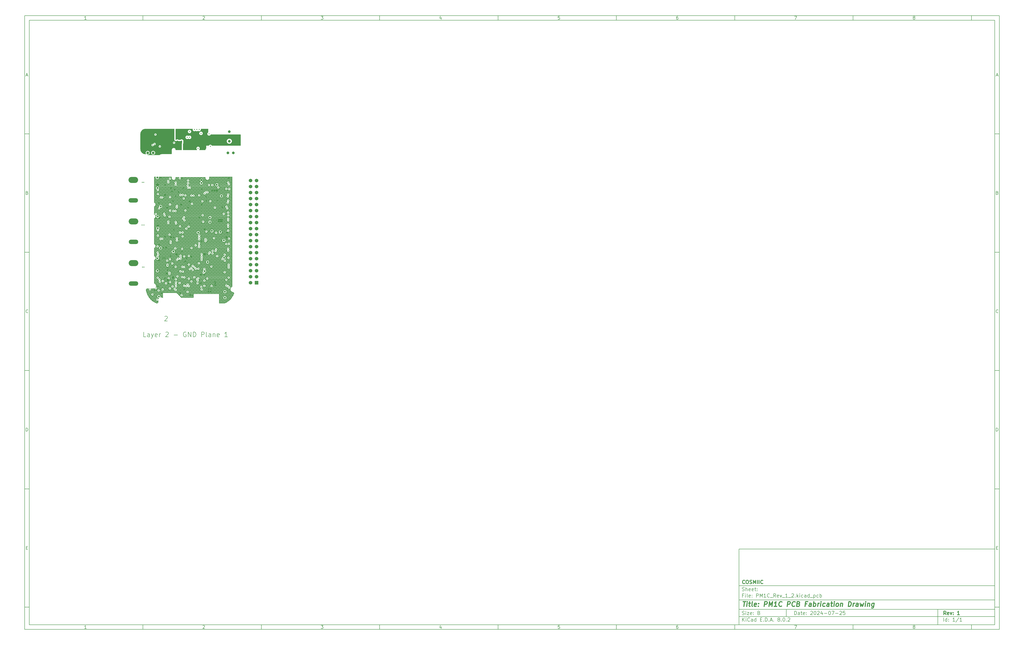
<source format=gbr>
%TF.GenerationSoftware,KiCad,Pcbnew,8.0.2*%
%TF.CreationDate,2024-09-08T21:36:48-05:00*%
%TF.ProjectId,PM1C_Rev_1_2,504d3143-5f52-4657-965f-315f322e6b69,1*%
%TF.SameCoordinates,PX297003ePY8770cd2*%
%TF.FileFunction,Copper,L2,Inr*%
%TF.FilePolarity,Positive*%
%FSLAX46Y46*%
G04 Gerber Fmt 4.6, Leading zero omitted, Abs format (unit mm)*
G04 Created by KiCad (PCBNEW 8.0.2) date 2024-09-08 21:36:48*
%MOMM*%
%LPD*%
G01*
G04 APERTURE LIST*
%ADD10C,0.100000*%
%ADD11C,0.150000*%
%ADD12C,0.300000*%
%ADD13C,0.400000*%
%ADD14C,0.200000*%
%TA.AperFunction,NonConductor*%
%ADD15C,0.200000*%
%TD*%
%TA.AperFunction,ComponentPad*%
%ADD16O,4.064000X2.540000*%
%TD*%
%TA.AperFunction,ComponentPad*%
%ADD17O,4.064000X1.828800*%
%TD*%
%TA.AperFunction,ComponentPad*%
%ADD18R,1.500000X1.500000*%
%TD*%
%TA.AperFunction,ComponentPad*%
%ADD19C,1.500000*%
%TD*%
%TA.AperFunction,ComponentPad*%
%ADD20C,0.800000*%
%TD*%
%TA.AperFunction,ComponentPad*%
%ADD21C,1.143000*%
%TD*%
%TA.AperFunction,ComponentPad*%
%ADD22C,1.141748*%
%TD*%
%TA.AperFunction,ViaPad*%
%ADD23C,0.450000*%
%TD*%
%TA.AperFunction,ViaPad*%
%ADD24C,0.800000*%
%TD*%
%TA.AperFunction,ViaPad*%
%ADD25C,0.360000*%
%TD*%
G04 APERTURE END LIST*
D10*
D11*
X268349570Y-93380206D02*
X376349570Y-93380206D01*
X376349570Y-125380206D01*
X268349570Y-125380206D01*
X268349570Y-93380206D01*
D10*
D11*
X-33450430Y132019794D02*
X378349570Y132019794D01*
X378349570Y-127380206D01*
X-33450430Y-127380206D01*
X-33450430Y132019794D01*
D10*
D11*
X-31450430Y130019794D02*
X376349570Y130019794D01*
X376349570Y-125380206D01*
X-31450430Y-125380206D01*
X-31450430Y130019794D01*
D10*
D11*
X16549570Y130019794D02*
X16549570Y132019794D01*
D10*
D11*
X66549570Y130019794D02*
X66549570Y132019794D01*
D10*
D11*
X116549570Y130019794D02*
X116549570Y132019794D01*
D10*
D11*
X166549570Y130019794D02*
X166549570Y132019794D01*
D10*
D11*
X216549570Y130019794D02*
X216549570Y132019794D01*
D10*
D11*
X266549570Y130019794D02*
X266549570Y132019794D01*
D10*
D11*
X316549570Y130019794D02*
X316549570Y132019794D01*
D10*
D11*
X366549570Y130019794D02*
X366549570Y132019794D01*
D10*
D11*
X-7361270Y130426190D02*
X-8104127Y130426190D01*
X-7732699Y130426190D02*
X-7732699Y131726190D01*
X-7732699Y131726190D02*
X-7856508Y131540475D01*
X-7856508Y131540475D02*
X-7980318Y131416666D01*
X-7980318Y131416666D02*
X-8104127Y131354761D01*
D10*
D11*
X41895873Y131602380D02*
X41957777Y131664285D01*
X41957777Y131664285D02*
X42081587Y131726190D01*
X42081587Y131726190D02*
X42391111Y131726190D01*
X42391111Y131726190D02*
X42514920Y131664285D01*
X42514920Y131664285D02*
X42576825Y131602380D01*
X42576825Y131602380D02*
X42638730Y131478571D01*
X42638730Y131478571D02*
X42638730Y131354761D01*
X42638730Y131354761D02*
X42576825Y131169047D01*
X42576825Y131169047D02*
X41833968Y130426190D01*
X41833968Y130426190D02*
X42638730Y130426190D01*
D10*
D11*
X91833968Y131726190D02*
X92638730Y131726190D01*
X92638730Y131726190D02*
X92205396Y131230952D01*
X92205396Y131230952D02*
X92391111Y131230952D01*
X92391111Y131230952D02*
X92514920Y131169047D01*
X92514920Y131169047D02*
X92576825Y131107142D01*
X92576825Y131107142D02*
X92638730Y130983333D01*
X92638730Y130983333D02*
X92638730Y130673809D01*
X92638730Y130673809D02*
X92576825Y130549999D01*
X92576825Y130549999D02*
X92514920Y130488094D01*
X92514920Y130488094D02*
X92391111Y130426190D01*
X92391111Y130426190D02*
X92019682Y130426190D01*
X92019682Y130426190D02*
X91895873Y130488094D01*
X91895873Y130488094D02*
X91833968Y130549999D01*
D10*
D11*
X142514920Y131292856D02*
X142514920Y130426190D01*
X142205396Y131788094D02*
X141895873Y130859523D01*
X141895873Y130859523D02*
X142700634Y130859523D01*
D10*
D11*
X192576825Y131726190D02*
X191957777Y131726190D01*
X191957777Y131726190D02*
X191895873Y131107142D01*
X191895873Y131107142D02*
X191957777Y131169047D01*
X191957777Y131169047D02*
X192081587Y131230952D01*
X192081587Y131230952D02*
X192391111Y131230952D01*
X192391111Y131230952D02*
X192514920Y131169047D01*
X192514920Y131169047D02*
X192576825Y131107142D01*
X192576825Y131107142D02*
X192638730Y130983333D01*
X192638730Y130983333D02*
X192638730Y130673809D01*
X192638730Y130673809D02*
X192576825Y130549999D01*
X192576825Y130549999D02*
X192514920Y130488094D01*
X192514920Y130488094D02*
X192391111Y130426190D01*
X192391111Y130426190D02*
X192081587Y130426190D01*
X192081587Y130426190D02*
X191957777Y130488094D01*
X191957777Y130488094D02*
X191895873Y130549999D01*
D10*
D11*
X242514920Y131726190D02*
X242267301Y131726190D01*
X242267301Y131726190D02*
X242143492Y131664285D01*
X242143492Y131664285D02*
X242081587Y131602380D01*
X242081587Y131602380D02*
X241957777Y131416666D01*
X241957777Y131416666D02*
X241895873Y131169047D01*
X241895873Y131169047D02*
X241895873Y130673809D01*
X241895873Y130673809D02*
X241957777Y130549999D01*
X241957777Y130549999D02*
X242019682Y130488094D01*
X242019682Y130488094D02*
X242143492Y130426190D01*
X242143492Y130426190D02*
X242391111Y130426190D01*
X242391111Y130426190D02*
X242514920Y130488094D01*
X242514920Y130488094D02*
X242576825Y130549999D01*
X242576825Y130549999D02*
X242638730Y130673809D01*
X242638730Y130673809D02*
X242638730Y130983333D01*
X242638730Y130983333D02*
X242576825Y131107142D01*
X242576825Y131107142D02*
X242514920Y131169047D01*
X242514920Y131169047D02*
X242391111Y131230952D01*
X242391111Y131230952D02*
X242143492Y131230952D01*
X242143492Y131230952D02*
X242019682Y131169047D01*
X242019682Y131169047D02*
X241957777Y131107142D01*
X241957777Y131107142D02*
X241895873Y130983333D01*
D10*
D11*
X291833968Y131726190D02*
X292700634Y131726190D01*
X292700634Y131726190D02*
X292143492Y130426190D01*
D10*
D11*
X342143492Y131169047D02*
X342019682Y131230952D01*
X342019682Y131230952D02*
X341957777Y131292856D01*
X341957777Y131292856D02*
X341895873Y131416666D01*
X341895873Y131416666D02*
X341895873Y131478571D01*
X341895873Y131478571D02*
X341957777Y131602380D01*
X341957777Y131602380D02*
X342019682Y131664285D01*
X342019682Y131664285D02*
X342143492Y131726190D01*
X342143492Y131726190D02*
X342391111Y131726190D01*
X342391111Y131726190D02*
X342514920Y131664285D01*
X342514920Y131664285D02*
X342576825Y131602380D01*
X342576825Y131602380D02*
X342638730Y131478571D01*
X342638730Y131478571D02*
X342638730Y131416666D01*
X342638730Y131416666D02*
X342576825Y131292856D01*
X342576825Y131292856D02*
X342514920Y131230952D01*
X342514920Y131230952D02*
X342391111Y131169047D01*
X342391111Y131169047D02*
X342143492Y131169047D01*
X342143492Y131169047D02*
X342019682Y131107142D01*
X342019682Y131107142D02*
X341957777Y131045237D01*
X341957777Y131045237D02*
X341895873Y130921428D01*
X341895873Y130921428D02*
X341895873Y130673809D01*
X341895873Y130673809D02*
X341957777Y130549999D01*
X341957777Y130549999D02*
X342019682Y130488094D01*
X342019682Y130488094D02*
X342143492Y130426190D01*
X342143492Y130426190D02*
X342391111Y130426190D01*
X342391111Y130426190D02*
X342514920Y130488094D01*
X342514920Y130488094D02*
X342576825Y130549999D01*
X342576825Y130549999D02*
X342638730Y130673809D01*
X342638730Y130673809D02*
X342638730Y130921428D01*
X342638730Y130921428D02*
X342576825Y131045237D01*
X342576825Y131045237D02*
X342514920Y131107142D01*
X342514920Y131107142D02*
X342391111Y131169047D01*
D10*
D11*
X16549570Y-125380206D02*
X16549570Y-127380206D01*
D10*
D11*
X66549570Y-125380206D02*
X66549570Y-127380206D01*
D10*
D11*
X116549570Y-125380206D02*
X116549570Y-127380206D01*
D10*
D11*
X166549570Y-125380206D02*
X166549570Y-127380206D01*
D10*
D11*
X216549570Y-125380206D02*
X216549570Y-127380206D01*
D10*
D11*
X266549570Y-125380206D02*
X266549570Y-127380206D01*
D10*
D11*
X316549570Y-125380206D02*
X316549570Y-127380206D01*
D10*
D11*
X366549570Y-125380206D02*
X366549570Y-127380206D01*
D10*
D11*
X-7361270Y-126973810D02*
X-8104127Y-126973810D01*
X-7732699Y-126973810D02*
X-7732699Y-125673810D01*
X-7732699Y-125673810D02*
X-7856508Y-125859525D01*
X-7856508Y-125859525D02*
X-7980318Y-125983334D01*
X-7980318Y-125983334D02*
X-8104127Y-126045239D01*
D10*
D11*
X41895873Y-125797620D02*
X41957777Y-125735715D01*
X41957777Y-125735715D02*
X42081587Y-125673810D01*
X42081587Y-125673810D02*
X42391111Y-125673810D01*
X42391111Y-125673810D02*
X42514920Y-125735715D01*
X42514920Y-125735715D02*
X42576825Y-125797620D01*
X42576825Y-125797620D02*
X42638730Y-125921429D01*
X42638730Y-125921429D02*
X42638730Y-126045239D01*
X42638730Y-126045239D02*
X42576825Y-126230953D01*
X42576825Y-126230953D02*
X41833968Y-126973810D01*
X41833968Y-126973810D02*
X42638730Y-126973810D01*
D10*
D11*
X91833968Y-125673810D02*
X92638730Y-125673810D01*
X92638730Y-125673810D02*
X92205396Y-126169048D01*
X92205396Y-126169048D02*
X92391111Y-126169048D01*
X92391111Y-126169048D02*
X92514920Y-126230953D01*
X92514920Y-126230953D02*
X92576825Y-126292858D01*
X92576825Y-126292858D02*
X92638730Y-126416667D01*
X92638730Y-126416667D02*
X92638730Y-126726191D01*
X92638730Y-126726191D02*
X92576825Y-126850001D01*
X92576825Y-126850001D02*
X92514920Y-126911906D01*
X92514920Y-126911906D02*
X92391111Y-126973810D01*
X92391111Y-126973810D02*
X92019682Y-126973810D01*
X92019682Y-126973810D02*
X91895873Y-126911906D01*
X91895873Y-126911906D02*
X91833968Y-126850001D01*
D10*
D11*
X142514920Y-126107144D02*
X142514920Y-126973810D01*
X142205396Y-125611906D02*
X141895873Y-126540477D01*
X141895873Y-126540477D02*
X142700634Y-126540477D01*
D10*
D11*
X192576825Y-125673810D02*
X191957777Y-125673810D01*
X191957777Y-125673810D02*
X191895873Y-126292858D01*
X191895873Y-126292858D02*
X191957777Y-126230953D01*
X191957777Y-126230953D02*
X192081587Y-126169048D01*
X192081587Y-126169048D02*
X192391111Y-126169048D01*
X192391111Y-126169048D02*
X192514920Y-126230953D01*
X192514920Y-126230953D02*
X192576825Y-126292858D01*
X192576825Y-126292858D02*
X192638730Y-126416667D01*
X192638730Y-126416667D02*
X192638730Y-126726191D01*
X192638730Y-126726191D02*
X192576825Y-126850001D01*
X192576825Y-126850001D02*
X192514920Y-126911906D01*
X192514920Y-126911906D02*
X192391111Y-126973810D01*
X192391111Y-126973810D02*
X192081587Y-126973810D01*
X192081587Y-126973810D02*
X191957777Y-126911906D01*
X191957777Y-126911906D02*
X191895873Y-126850001D01*
D10*
D11*
X242514920Y-125673810D02*
X242267301Y-125673810D01*
X242267301Y-125673810D02*
X242143492Y-125735715D01*
X242143492Y-125735715D02*
X242081587Y-125797620D01*
X242081587Y-125797620D02*
X241957777Y-125983334D01*
X241957777Y-125983334D02*
X241895873Y-126230953D01*
X241895873Y-126230953D02*
X241895873Y-126726191D01*
X241895873Y-126726191D02*
X241957777Y-126850001D01*
X241957777Y-126850001D02*
X242019682Y-126911906D01*
X242019682Y-126911906D02*
X242143492Y-126973810D01*
X242143492Y-126973810D02*
X242391111Y-126973810D01*
X242391111Y-126973810D02*
X242514920Y-126911906D01*
X242514920Y-126911906D02*
X242576825Y-126850001D01*
X242576825Y-126850001D02*
X242638730Y-126726191D01*
X242638730Y-126726191D02*
X242638730Y-126416667D01*
X242638730Y-126416667D02*
X242576825Y-126292858D01*
X242576825Y-126292858D02*
X242514920Y-126230953D01*
X242514920Y-126230953D02*
X242391111Y-126169048D01*
X242391111Y-126169048D02*
X242143492Y-126169048D01*
X242143492Y-126169048D02*
X242019682Y-126230953D01*
X242019682Y-126230953D02*
X241957777Y-126292858D01*
X241957777Y-126292858D02*
X241895873Y-126416667D01*
D10*
D11*
X291833968Y-125673810D02*
X292700634Y-125673810D01*
X292700634Y-125673810D02*
X292143492Y-126973810D01*
D10*
D11*
X342143492Y-126230953D02*
X342019682Y-126169048D01*
X342019682Y-126169048D02*
X341957777Y-126107144D01*
X341957777Y-126107144D02*
X341895873Y-125983334D01*
X341895873Y-125983334D02*
X341895873Y-125921429D01*
X341895873Y-125921429D02*
X341957777Y-125797620D01*
X341957777Y-125797620D02*
X342019682Y-125735715D01*
X342019682Y-125735715D02*
X342143492Y-125673810D01*
X342143492Y-125673810D02*
X342391111Y-125673810D01*
X342391111Y-125673810D02*
X342514920Y-125735715D01*
X342514920Y-125735715D02*
X342576825Y-125797620D01*
X342576825Y-125797620D02*
X342638730Y-125921429D01*
X342638730Y-125921429D02*
X342638730Y-125983334D01*
X342638730Y-125983334D02*
X342576825Y-126107144D01*
X342576825Y-126107144D02*
X342514920Y-126169048D01*
X342514920Y-126169048D02*
X342391111Y-126230953D01*
X342391111Y-126230953D02*
X342143492Y-126230953D01*
X342143492Y-126230953D02*
X342019682Y-126292858D01*
X342019682Y-126292858D02*
X341957777Y-126354763D01*
X341957777Y-126354763D02*
X341895873Y-126478572D01*
X341895873Y-126478572D02*
X341895873Y-126726191D01*
X341895873Y-126726191D02*
X341957777Y-126850001D01*
X341957777Y-126850001D02*
X342019682Y-126911906D01*
X342019682Y-126911906D02*
X342143492Y-126973810D01*
X342143492Y-126973810D02*
X342391111Y-126973810D01*
X342391111Y-126973810D02*
X342514920Y-126911906D01*
X342514920Y-126911906D02*
X342576825Y-126850001D01*
X342576825Y-126850001D02*
X342638730Y-126726191D01*
X342638730Y-126726191D02*
X342638730Y-126478572D01*
X342638730Y-126478572D02*
X342576825Y-126354763D01*
X342576825Y-126354763D02*
X342514920Y-126292858D01*
X342514920Y-126292858D02*
X342391111Y-126230953D01*
D10*
D11*
X-33450430Y82019794D02*
X-31450430Y82019794D01*
D10*
D11*
X-33450430Y32019794D02*
X-31450430Y32019794D01*
D10*
D11*
X-33450430Y-17980206D02*
X-31450430Y-17980206D01*
D10*
D11*
X-33450430Y-67980206D02*
X-31450430Y-67980206D01*
D10*
D11*
X-33450430Y-117980206D02*
X-31450430Y-117980206D01*
D10*
D11*
X-32759954Y106797618D02*
X-32140907Y106797618D01*
X-32883764Y106426190D02*
X-32450431Y107726190D01*
X-32450431Y107726190D02*
X-32017097Y106426190D01*
D10*
D11*
X-32357573Y57107142D02*
X-32171859Y57045237D01*
X-32171859Y57045237D02*
X-32109954Y56983333D01*
X-32109954Y56983333D02*
X-32048050Y56859523D01*
X-32048050Y56859523D02*
X-32048050Y56673809D01*
X-32048050Y56673809D02*
X-32109954Y56549999D01*
X-32109954Y56549999D02*
X-32171859Y56488094D01*
X-32171859Y56488094D02*
X-32295669Y56426190D01*
X-32295669Y56426190D02*
X-32790907Y56426190D01*
X-32790907Y56426190D02*
X-32790907Y57726190D01*
X-32790907Y57726190D02*
X-32357573Y57726190D01*
X-32357573Y57726190D02*
X-32233764Y57664285D01*
X-32233764Y57664285D02*
X-32171859Y57602380D01*
X-32171859Y57602380D02*
X-32109954Y57478571D01*
X-32109954Y57478571D02*
X-32109954Y57354761D01*
X-32109954Y57354761D02*
X-32171859Y57230952D01*
X-32171859Y57230952D02*
X-32233764Y57169047D01*
X-32233764Y57169047D02*
X-32357573Y57107142D01*
X-32357573Y57107142D02*
X-32790907Y57107142D01*
D10*
D11*
X-32048050Y6549999D02*
X-32109954Y6488094D01*
X-32109954Y6488094D02*
X-32295669Y6426190D01*
X-32295669Y6426190D02*
X-32419478Y6426190D01*
X-32419478Y6426190D02*
X-32605192Y6488094D01*
X-32605192Y6488094D02*
X-32729002Y6611904D01*
X-32729002Y6611904D02*
X-32790907Y6735714D01*
X-32790907Y6735714D02*
X-32852811Y6983333D01*
X-32852811Y6983333D02*
X-32852811Y7169047D01*
X-32852811Y7169047D02*
X-32790907Y7416666D01*
X-32790907Y7416666D02*
X-32729002Y7540475D01*
X-32729002Y7540475D02*
X-32605192Y7664285D01*
X-32605192Y7664285D02*
X-32419478Y7726190D01*
X-32419478Y7726190D02*
X-32295669Y7726190D01*
X-32295669Y7726190D02*
X-32109954Y7664285D01*
X-32109954Y7664285D02*
X-32048050Y7602380D01*
D10*
D11*
X-32790907Y-43573810D02*
X-32790907Y-42273810D01*
X-32790907Y-42273810D02*
X-32481383Y-42273810D01*
X-32481383Y-42273810D02*
X-32295669Y-42335715D01*
X-32295669Y-42335715D02*
X-32171859Y-42459525D01*
X-32171859Y-42459525D02*
X-32109954Y-42583334D01*
X-32109954Y-42583334D02*
X-32048050Y-42830953D01*
X-32048050Y-42830953D02*
X-32048050Y-43016667D01*
X-32048050Y-43016667D02*
X-32109954Y-43264286D01*
X-32109954Y-43264286D02*
X-32171859Y-43388096D01*
X-32171859Y-43388096D02*
X-32295669Y-43511906D01*
X-32295669Y-43511906D02*
X-32481383Y-43573810D01*
X-32481383Y-43573810D02*
X-32790907Y-43573810D01*
D10*
D11*
X-32729002Y-92892858D02*
X-32295668Y-92892858D01*
X-32109954Y-93573810D02*
X-32729002Y-93573810D01*
X-32729002Y-93573810D02*
X-32729002Y-92273810D01*
X-32729002Y-92273810D02*
X-32109954Y-92273810D01*
D10*
D11*
X378349570Y82019794D02*
X376349570Y82019794D01*
D10*
D11*
X378349570Y32019794D02*
X376349570Y32019794D01*
D10*
D11*
X378349570Y-17980206D02*
X376349570Y-17980206D01*
D10*
D11*
X378349570Y-67980206D02*
X376349570Y-67980206D01*
D10*
D11*
X378349570Y-117980206D02*
X376349570Y-117980206D01*
D10*
D11*
X377040046Y106797618D02*
X377659093Y106797618D01*
X376916236Y106426190D02*
X377349569Y107726190D01*
X377349569Y107726190D02*
X377782903Y106426190D01*
D10*
D11*
X377442427Y57107142D02*
X377628141Y57045237D01*
X377628141Y57045237D02*
X377690046Y56983333D01*
X377690046Y56983333D02*
X377751950Y56859523D01*
X377751950Y56859523D02*
X377751950Y56673809D01*
X377751950Y56673809D02*
X377690046Y56549999D01*
X377690046Y56549999D02*
X377628141Y56488094D01*
X377628141Y56488094D02*
X377504331Y56426190D01*
X377504331Y56426190D02*
X377009093Y56426190D01*
X377009093Y56426190D02*
X377009093Y57726190D01*
X377009093Y57726190D02*
X377442427Y57726190D01*
X377442427Y57726190D02*
X377566236Y57664285D01*
X377566236Y57664285D02*
X377628141Y57602380D01*
X377628141Y57602380D02*
X377690046Y57478571D01*
X377690046Y57478571D02*
X377690046Y57354761D01*
X377690046Y57354761D02*
X377628141Y57230952D01*
X377628141Y57230952D02*
X377566236Y57169047D01*
X377566236Y57169047D02*
X377442427Y57107142D01*
X377442427Y57107142D02*
X377009093Y57107142D01*
D10*
D11*
X377751950Y6549999D02*
X377690046Y6488094D01*
X377690046Y6488094D02*
X377504331Y6426190D01*
X377504331Y6426190D02*
X377380522Y6426190D01*
X377380522Y6426190D02*
X377194808Y6488094D01*
X377194808Y6488094D02*
X377070998Y6611904D01*
X377070998Y6611904D02*
X377009093Y6735714D01*
X377009093Y6735714D02*
X376947189Y6983333D01*
X376947189Y6983333D02*
X376947189Y7169047D01*
X376947189Y7169047D02*
X377009093Y7416666D01*
X377009093Y7416666D02*
X377070998Y7540475D01*
X377070998Y7540475D02*
X377194808Y7664285D01*
X377194808Y7664285D02*
X377380522Y7726190D01*
X377380522Y7726190D02*
X377504331Y7726190D01*
X377504331Y7726190D02*
X377690046Y7664285D01*
X377690046Y7664285D02*
X377751950Y7602380D01*
D10*
D11*
X377009093Y-43573810D02*
X377009093Y-42273810D01*
X377009093Y-42273810D02*
X377318617Y-42273810D01*
X377318617Y-42273810D02*
X377504331Y-42335715D01*
X377504331Y-42335715D02*
X377628141Y-42459525D01*
X377628141Y-42459525D02*
X377690046Y-42583334D01*
X377690046Y-42583334D02*
X377751950Y-42830953D01*
X377751950Y-42830953D02*
X377751950Y-43016667D01*
X377751950Y-43016667D02*
X377690046Y-43264286D01*
X377690046Y-43264286D02*
X377628141Y-43388096D01*
X377628141Y-43388096D02*
X377504331Y-43511906D01*
X377504331Y-43511906D02*
X377318617Y-43573810D01*
X377318617Y-43573810D02*
X377009093Y-43573810D01*
D10*
D11*
X377070998Y-92892858D02*
X377504332Y-92892858D01*
X377690046Y-93573810D02*
X377070998Y-93573810D01*
X377070998Y-93573810D02*
X377070998Y-92273810D01*
X377070998Y-92273810D02*
X377690046Y-92273810D01*
D10*
D11*
X291805396Y-121166334D02*
X291805396Y-119666334D01*
X291805396Y-119666334D02*
X292162539Y-119666334D01*
X292162539Y-119666334D02*
X292376825Y-119737763D01*
X292376825Y-119737763D02*
X292519682Y-119880620D01*
X292519682Y-119880620D02*
X292591111Y-120023477D01*
X292591111Y-120023477D02*
X292662539Y-120309191D01*
X292662539Y-120309191D02*
X292662539Y-120523477D01*
X292662539Y-120523477D02*
X292591111Y-120809191D01*
X292591111Y-120809191D02*
X292519682Y-120952048D01*
X292519682Y-120952048D02*
X292376825Y-121094906D01*
X292376825Y-121094906D02*
X292162539Y-121166334D01*
X292162539Y-121166334D02*
X291805396Y-121166334D01*
X293948254Y-121166334D02*
X293948254Y-120380620D01*
X293948254Y-120380620D02*
X293876825Y-120237763D01*
X293876825Y-120237763D02*
X293733968Y-120166334D01*
X293733968Y-120166334D02*
X293448254Y-120166334D01*
X293448254Y-120166334D02*
X293305396Y-120237763D01*
X293948254Y-121094906D02*
X293805396Y-121166334D01*
X293805396Y-121166334D02*
X293448254Y-121166334D01*
X293448254Y-121166334D02*
X293305396Y-121094906D01*
X293305396Y-121094906D02*
X293233968Y-120952048D01*
X293233968Y-120952048D02*
X293233968Y-120809191D01*
X293233968Y-120809191D02*
X293305396Y-120666334D01*
X293305396Y-120666334D02*
X293448254Y-120594906D01*
X293448254Y-120594906D02*
X293805396Y-120594906D01*
X293805396Y-120594906D02*
X293948254Y-120523477D01*
X294448254Y-120166334D02*
X295019682Y-120166334D01*
X294662539Y-119666334D02*
X294662539Y-120952048D01*
X294662539Y-120952048D02*
X294733968Y-121094906D01*
X294733968Y-121094906D02*
X294876825Y-121166334D01*
X294876825Y-121166334D02*
X295019682Y-121166334D01*
X296091111Y-121094906D02*
X295948254Y-121166334D01*
X295948254Y-121166334D02*
X295662540Y-121166334D01*
X295662540Y-121166334D02*
X295519682Y-121094906D01*
X295519682Y-121094906D02*
X295448254Y-120952048D01*
X295448254Y-120952048D02*
X295448254Y-120380620D01*
X295448254Y-120380620D02*
X295519682Y-120237763D01*
X295519682Y-120237763D02*
X295662540Y-120166334D01*
X295662540Y-120166334D02*
X295948254Y-120166334D01*
X295948254Y-120166334D02*
X296091111Y-120237763D01*
X296091111Y-120237763D02*
X296162540Y-120380620D01*
X296162540Y-120380620D02*
X296162540Y-120523477D01*
X296162540Y-120523477D02*
X295448254Y-120666334D01*
X296805396Y-121023477D02*
X296876825Y-121094906D01*
X296876825Y-121094906D02*
X296805396Y-121166334D01*
X296805396Y-121166334D02*
X296733968Y-121094906D01*
X296733968Y-121094906D02*
X296805396Y-121023477D01*
X296805396Y-121023477D02*
X296805396Y-121166334D01*
X296805396Y-120237763D02*
X296876825Y-120309191D01*
X296876825Y-120309191D02*
X296805396Y-120380620D01*
X296805396Y-120380620D02*
X296733968Y-120309191D01*
X296733968Y-120309191D02*
X296805396Y-120237763D01*
X296805396Y-120237763D02*
X296805396Y-120380620D01*
X298591111Y-119809191D02*
X298662539Y-119737763D01*
X298662539Y-119737763D02*
X298805397Y-119666334D01*
X298805397Y-119666334D02*
X299162539Y-119666334D01*
X299162539Y-119666334D02*
X299305397Y-119737763D01*
X299305397Y-119737763D02*
X299376825Y-119809191D01*
X299376825Y-119809191D02*
X299448254Y-119952048D01*
X299448254Y-119952048D02*
X299448254Y-120094906D01*
X299448254Y-120094906D02*
X299376825Y-120309191D01*
X299376825Y-120309191D02*
X298519682Y-121166334D01*
X298519682Y-121166334D02*
X299448254Y-121166334D01*
X300376825Y-119666334D02*
X300519682Y-119666334D01*
X300519682Y-119666334D02*
X300662539Y-119737763D01*
X300662539Y-119737763D02*
X300733968Y-119809191D01*
X300733968Y-119809191D02*
X300805396Y-119952048D01*
X300805396Y-119952048D02*
X300876825Y-120237763D01*
X300876825Y-120237763D02*
X300876825Y-120594906D01*
X300876825Y-120594906D02*
X300805396Y-120880620D01*
X300805396Y-120880620D02*
X300733968Y-121023477D01*
X300733968Y-121023477D02*
X300662539Y-121094906D01*
X300662539Y-121094906D02*
X300519682Y-121166334D01*
X300519682Y-121166334D02*
X300376825Y-121166334D01*
X300376825Y-121166334D02*
X300233968Y-121094906D01*
X300233968Y-121094906D02*
X300162539Y-121023477D01*
X300162539Y-121023477D02*
X300091110Y-120880620D01*
X300091110Y-120880620D02*
X300019682Y-120594906D01*
X300019682Y-120594906D02*
X300019682Y-120237763D01*
X300019682Y-120237763D02*
X300091110Y-119952048D01*
X300091110Y-119952048D02*
X300162539Y-119809191D01*
X300162539Y-119809191D02*
X300233968Y-119737763D01*
X300233968Y-119737763D02*
X300376825Y-119666334D01*
X301448253Y-119809191D02*
X301519681Y-119737763D01*
X301519681Y-119737763D02*
X301662539Y-119666334D01*
X301662539Y-119666334D02*
X302019681Y-119666334D01*
X302019681Y-119666334D02*
X302162539Y-119737763D01*
X302162539Y-119737763D02*
X302233967Y-119809191D01*
X302233967Y-119809191D02*
X302305396Y-119952048D01*
X302305396Y-119952048D02*
X302305396Y-120094906D01*
X302305396Y-120094906D02*
X302233967Y-120309191D01*
X302233967Y-120309191D02*
X301376824Y-121166334D01*
X301376824Y-121166334D02*
X302305396Y-121166334D01*
X303591110Y-120166334D02*
X303591110Y-121166334D01*
X303233967Y-119594906D02*
X302876824Y-120666334D01*
X302876824Y-120666334D02*
X303805395Y-120666334D01*
X304376823Y-120594906D02*
X305519681Y-120594906D01*
X306519681Y-119666334D02*
X306662538Y-119666334D01*
X306662538Y-119666334D02*
X306805395Y-119737763D01*
X306805395Y-119737763D02*
X306876824Y-119809191D01*
X306876824Y-119809191D02*
X306948252Y-119952048D01*
X306948252Y-119952048D02*
X307019681Y-120237763D01*
X307019681Y-120237763D02*
X307019681Y-120594906D01*
X307019681Y-120594906D02*
X306948252Y-120880620D01*
X306948252Y-120880620D02*
X306876824Y-121023477D01*
X306876824Y-121023477D02*
X306805395Y-121094906D01*
X306805395Y-121094906D02*
X306662538Y-121166334D01*
X306662538Y-121166334D02*
X306519681Y-121166334D01*
X306519681Y-121166334D02*
X306376824Y-121094906D01*
X306376824Y-121094906D02*
X306305395Y-121023477D01*
X306305395Y-121023477D02*
X306233966Y-120880620D01*
X306233966Y-120880620D02*
X306162538Y-120594906D01*
X306162538Y-120594906D02*
X306162538Y-120237763D01*
X306162538Y-120237763D02*
X306233966Y-119952048D01*
X306233966Y-119952048D02*
X306305395Y-119809191D01*
X306305395Y-119809191D02*
X306376824Y-119737763D01*
X306376824Y-119737763D02*
X306519681Y-119666334D01*
X307519680Y-119666334D02*
X308519680Y-119666334D01*
X308519680Y-119666334D02*
X307876823Y-121166334D01*
X309091108Y-120594906D02*
X310233966Y-120594906D01*
X310876823Y-119809191D02*
X310948251Y-119737763D01*
X310948251Y-119737763D02*
X311091109Y-119666334D01*
X311091109Y-119666334D02*
X311448251Y-119666334D01*
X311448251Y-119666334D02*
X311591109Y-119737763D01*
X311591109Y-119737763D02*
X311662537Y-119809191D01*
X311662537Y-119809191D02*
X311733966Y-119952048D01*
X311733966Y-119952048D02*
X311733966Y-120094906D01*
X311733966Y-120094906D02*
X311662537Y-120309191D01*
X311662537Y-120309191D02*
X310805394Y-121166334D01*
X310805394Y-121166334D02*
X311733966Y-121166334D01*
X313091108Y-119666334D02*
X312376822Y-119666334D01*
X312376822Y-119666334D02*
X312305394Y-120380620D01*
X312305394Y-120380620D02*
X312376822Y-120309191D01*
X312376822Y-120309191D02*
X312519680Y-120237763D01*
X312519680Y-120237763D02*
X312876822Y-120237763D01*
X312876822Y-120237763D02*
X313019680Y-120309191D01*
X313019680Y-120309191D02*
X313091108Y-120380620D01*
X313091108Y-120380620D02*
X313162537Y-120523477D01*
X313162537Y-120523477D02*
X313162537Y-120880620D01*
X313162537Y-120880620D02*
X313091108Y-121023477D01*
X313091108Y-121023477D02*
X313019680Y-121094906D01*
X313019680Y-121094906D02*
X312876822Y-121166334D01*
X312876822Y-121166334D02*
X312519680Y-121166334D01*
X312519680Y-121166334D02*
X312376822Y-121094906D01*
X312376822Y-121094906D02*
X312305394Y-121023477D01*
D10*
D11*
X268349570Y-121880206D02*
X376349570Y-121880206D01*
D10*
D11*
X269805396Y-123966334D02*
X269805396Y-122466334D01*
X270662539Y-123966334D02*
X270019682Y-123109191D01*
X270662539Y-122466334D02*
X269805396Y-123323477D01*
X271305396Y-123966334D02*
X271305396Y-122966334D01*
X271305396Y-122466334D02*
X271233968Y-122537763D01*
X271233968Y-122537763D02*
X271305396Y-122609191D01*
X271305396Y-122609191D02*
X271376825Y-122537763D01*
X271376825Y-122537763D02*
X271305396Y-122466334D01*
X271305396Y-122466334D02*
X271305396Y-122609191D01*
X272876825Y-123823477D02*
X272805397Y-123894906D01*
X272805397Y-123894906D02*
X272591111Y-123966334D01*
X272591111Y-123966334D02*
X272448254Y-123966334D01*
X272448254Y-123966334D02*
X272233968Y-123894906D01*
X272233968Y-123894906D02*
X272091111Y-123752048D01*
X272091111Y-123752048D02*
X272019682Y-123609191D01*
X272019682Y-123609191D02*
X271948254Y-123323477D01*
X271948254Y-123323477D02*
X271948254Y-123109191D01*
X271948254Y-123109191D02*
X272019682Y-122823477D01*
X272019682Y-122823477D02*
X272091111Y-122680620D01*
X272091111Y-122680620D02*
X272233968Y-122537763D01*
X272233968Y-122537763D02*
X272448254Y-122466334D01*
X272448254Y-122466334D02*
X272591111Y-122466334D01*
X272591111Y-122466334D02*
X272805397Y-122537763D01*
X272805397Y-122537763D02*
X272876825Y-122609191D01*
X274162540Y-123966334D02*
X274162540Y-123180620D01*
X274162540Y-123180620D02*
X274091111Y-123037763D01*
X274091111Y-123037763D02*
X273948254Y-122966334D01*
X273948254Y-122966334D02*
X273662540Y-122966334D01*
X273662540Y-122966334D02*
X273519682Y-123037763D01*
X274162540Y-123894906D02*
X274019682Y-123966334D01*
X274019682Y-123966334D02*
X273662540Y-123966334D01*
X273662540Y-123966334D02*
X273519682Y-123894906D01*
X273519682Y-123894906D02*
X273448254Y-123752048D01*
X273448254Y-123752048D02*
X273448254Y-123609191D01*
X273448254Y-123609191D02*
X273519682Y-123466334D01*
X273519682Y-123466334D02*
X273662540Y-123394906D01*
X273662540Y-123394906D02*
X274019682Y-123394906D01*
X274019682Y-123394906D02*
X274162540Y-123323477D01*
X275519683Y-123966334D02*
X275519683Y-122466334D01*
X275519683Y-123894906D02*
X275376825Y-123966334D01*
X275376825Y-123966334D02*
X275091111Y-123966334D01*
X275091111Y-123966334D02*
X274948254Y-123894906D01*
X274948254Y-123894906D02*
X274876825Y-123823477D01*
X274876825Y-123823477D02*
X274805397Y-123680620D01*
X274805397Y-123680620D02*
X274805397Y-123252048D01*
X274805397Y-123252048D02*
X274876825Y-123109191D01*
X274876825Y-123109191D02*
X274948254Y-123037763D01*
X274948254Y-123037763D02*
X275091111Y-122966334D01*
X275091111Y-122966334D02*
X275376825Y-122966334D01*
X275376825Y-122966334D02*
X275519683Y-123037763D01*
X277376825Y-123180620D02*
X277876825Y-123180620D01*
X278091111Y-123966334D02*
X277376825Y-123966334D01*
X277376825Y-123966334D02*
X277376825Y-122466334D01*
X277376825Y-122466334D02*
X278091111Y-122466334D01*
X278733968Y-123823477D02*
X278805397Y-123894906D01*
X278805397Y-123894906D02*
X278733968Y-123966334D01*
X278733968Y-123966334D02*
X278662540Y-123894906D01*
X278662540Y-123894906D02*
X278733968Y-123823477D01*
X278733968Y-123823477D02*
X278733968Y-123966334D01*
X279448254Y-123966334D02*
X279448254Y-122466334D01*
X279448254Y-122466334D02*
X279805397Y-122466334D01*
X279805397Y-122466334D02*
X280019683Y-122537763D01*
X280019683Y-122537763D02*
X280162540Y-122680620D01*
X280162540Y-122680620D02*
X280233969Y-122823477D01*
X280233969Y-122823477D02*
X280305397Y-123109191D01*
X280305397Y-123109191D02*
X280305397Y-123323477D01*
X280305397Y-123323477D02*
X280233969Y-123609191D01*
X280233969Y-123609191D02*
X280162540Y-123752048D01*
X280162540Y-123752048D02*
X280019683Y-123894906D01*
X280019683Y-123894906D02*
X279805397Y-123966334D01*
X279805397Y-123966334D02*
X279448254Y-123966334D01*
X280948254Y-123823477D02*
X281019683Y-123894906D01*
X281019683Y-123894906D02*
X280948254Y-123966334D01*
X280948254Y-123966334D02*
X280876826Y-123894906D01*
X280876826Y-123894906D02*
X280948254Y-123823477D01*
X280948254Y-123823477D02*
X280948254Y-123966334D01*
X281591112Y-123537763D02*
X282305398Y-123537763D01*
X281448255Y-123966334D02*
X281948255Y-122466334D01*
X281948255Y-122466334D02*
X282448255Y-123966334D01*
X282948254Y-123823477D02*
X283019683Y-123894906D01*
X283019683Y-123894906D02*
X282948254Y-123966334D01*
X282948254Y-123966334D02*
X282876826Y-123894906D01*
X282876826Y-123894906D02*
X282948254Y-123823477D01*
X282948254Y-123823477D02*
X282948254Y-123966334D01*
X285019683Y-123109191D02*
X284876826Y-123037763D01*
X284876826Y-123037763D02*
X284805397Y-122966334D01*
X284805397Y-122966334D02*
X284733969Y-122823477D01*
X284733969Y-122823477D02*
X284733969Y-122752048D01*
X284733969Y-122752048D02*
X284805397Y-122609191D01*
X284805397Y-122609191D02*
X284876826Y-122537763D01*
X284876826Y-122537763D02*
X285019683Y-122466334D01*
X285019683Y-122466334D02*
X285305397Y-122466334D01*
X285305397Y-122466334D02*
X285448255Y-122537763D01*
X285448255Y-122537763D02*
X285519683Y-122609191D01*
X285519683Y-122609191D02*
X285591112Y-122752048D01*
X285591112Y-122752048D02*
X285591112Y-122823477D01*
X285591112Y-122823477D02*
X285519683Y-122966334D01*
X285519683Y-122966334D02*
X285448255Y-123037763D01*
X285448255Y-123037763D02*
X285305397Y-123109191D01*
X285305397Y-123109191D02*
X285019683Y-123109191D01*
X285019683Y-123109191D02*
X284876826Y-123180620D01*
X284876826Y-123180620D02*
X284805397Y-123252048D01*
X284805397Y-123252048D02*
X284733969Y-123394906D01*
X284733969Y-123394906D02*
X284733969Y-123680620D01*
X284733969Y-123680620D02*
X284805397Y-123823477D01*
X284805397Y-123823477D02*
X284876826Y-123894906D01*
X284876826Y-123894906D02*
X285019683Y-123966334D01*
X285019683Y-123966334D02*
X285305397Y-123966334D01*
X285305397Y-123966334D02*
X285448255Y-123894906D01*
X285448255Y-123894906D02*
X285519683Y-123823477D01*
X285519683Y-123823477D02*
X285591112Y-123680620D01*
X285591112Y-123680620D02*
X285591112Y-123394906D01*
X285591112Y-123394906D02*
X285519683Y-123252048D01*
X285519683Y-123252048D02*
X285448255Y-123180620D01*
X285448255Y-123180620D02*
X285305397Y-123109191D01*
X286233968Y-123823477D02*
X286305397Y-123894906D01*
X286305397Y-123894906D02*
X286233968Y-123966334D01*
X286233968Y-123966334D02*
X286162540Y-123894906D01*
X286162540Y-123894906D02*
X286233968Y-123823477D01*
X286233968Y-123823477D02*
X286233968Y-123966334D01*
X287233969Y-122466334D02*
X287376826Y-122466334D01*
X287376826Y-122466334D02*
X287519683Y-122537763D01*
X287519683Y-122537763D02*
X287591112Y-122609191D01*
X287591112Y-122609191D02*
X287662540Y-122752048D01*
X287662540Y-122752048D02*
X287733969Y-123037763D01*
X287733969Y-123037763D02*
X287733969Y-123394906D01*
X287733969Y-123394906D02*
X287662540Y-123680620D01*
X287662540Y-123680620D02*
X287591112Y-123823477D01*
X287591112Y-123823477D02*
X287519683Y-123894906D01*
X287519683Y-123894906D02*
X287376826Y-123966334D01*
X287376826Y-123966334D02*
X287233969Y-123966334D01*
X287233969Y-123966334D02*
X287091112Y-123894906D01*
X287091112Y-123894906D02*
X287019683Y-123823477D01*
X287019683Y-123823477D02*
X286948254Y-123680620D01*
X286948254Y-123680620D02*
X286876826Y-123394906D01*
X286876826Y-123394906D02*
X286876826Y-123037763D01*
X286876826Y-123037763D02*
X286948254Y-122752048D01*
X286948254Y-122752048D02*
X287019683Y-122609191D01*
X287019683Y-122609191D02*
X287091112Y-122537763D01*
X287091112Y-122537763D02*
X287233969Y-122466334D01*
X288376825Y-123823477D02*
X288448254Y-123894906D01*
X288448254Y-123894906D02*
X288376825Y-123966334D01*
X288376825Y-123966334D02*
X288305397Y-123894906D01*
X288305397Y-123894906D02*
X288376825Y-123823477D01*
X288376825Y-123823477D02*
X288376825Y-123966334D01*
X289019683Y-122609191D02*
X289091111Y-122537763D01*
X289091111Y-122537763D02*
X289233969Y-122466334D01*
X289233969Y-122466334D02*
X289591111Y-122466334D01*
X289591111Y-122466334D02*
X289733969Y-122537763D01*
X289733969Y-122537763D02*
X289805397Y-122609191D01*
X289805397Y-122609191D02*
X289876826Y-122752048D01*
X289876826Y-122752048D02*
X289876826Y-122894906D01*
X289876826Y-122894906D02*
X289805397Y-123109191D01*
X289805397Y-123109191D02*
X288948254Y-123966334D01*
X288948254Y-123966334D02*
X289876826Y-123966334D01*
D10*
D11*
X268349570Y-118880206D02*
X376349570Y-118880206D01*
D10*
D12*
X355761223Y-121158534D02*
X355261223Y-120444248D01*
X354904080Y-121158534D02*
X354904080Y-119658534D01*
X354904080Y-119658534D02*
X355475509Y-119658534D01*
X355475509Y-119658534D02*
X355618366Y-119729963D01*
X355618366Y-119729963D02*
X355689795Y-119801391D01*
X355689795Y-119801391D02*
X355761223Y-119944248D01*
X355761223Y-119944248D02*
X355761223Y-120158534D01*
X355761223Y-120158534D02*
X355689795Y-120301391D01*
X355689795Y-120301391D02*
X355618366Y-120372820D01*
X355618366Y-120372820D02*
X355475509Y-120444248D01*
X355475509Y-120444248D02*
X354904080Y-120444248D01*
X356975509Y-121087106D02*
X356832652Y-121158534D01*
X356832652Y-121158534D02*
X356546938Y-121158534D01*
X356546938Y-121158534D02*
X356404080Y-121087106D01*
X356404080Y-121087106D02*
X356332652Y-120944248D01*
X356332652Y-120944248D02*
X356332652Y-120372820D01*
X356332652Y-120372820D02*
X356404080Y-120229963D01*
X356404080Y-120229963D02*
X356546938Y-120158534D01*
X356546938Y-120158534D02*
X356832652Y-120158534D01*
X356832652Y-120158534D02*
X356975509Y-120229963D01*
X356975509Y-120229963D02*
X357046938Y-120372820D01*
X357046938Y-120372820D02*
X357046938Y-120515677D01*
X357046938Y-120515677D02*
X356332652Y-120658534D01*
X357546937Y-120158534D02*
X357904080Y-121158534D01*
X357904080Y-121158534D02*
X358261223Y-120158534D01*
X358832651Y-121015677D02*
X358904080Y-121087106D01*
X358904080Y-121087106D02*
X358832651Y-121158534D01*
X358832651Y-121158534D02*
X358761223Y-121087106D01*
X358761223Y-121087106D02*
X358832651Y-121015677D01*
X358832651Y-121015677D02*
X358832651Y-121158534D01*
X358832651Y-120229963D02*
X358904080Y-120301391D01*
X358904080Y-120301391D02*
X358832651Y-120372820D01*
X358832651Y-120372820D02*
X358761223Y-120301391D01*
X358761223Y-120301391D02*
X358832651Y-120229963D01*
X358832651Y-120229963D02*
X358832651Y-120372820D01*
X361475509Y-121158534D02*
X360618366Y-121158534D01*
X361046937Y-121158534D02*
X361046937Y-119658534D01*
X361046937Y-119658534D02*
X360904080Y-119872820D01*
X360904080Y-119872820D02*
X360761223Y-120015677D01*
X360761223Y-120015677D02*
X360618366Y-120087106D01*
D10*
D11*
X269733968Y-121094906D02*
X269948254Y-121166334D01*
X269948254Y-121166334D02*
X270305396Y-121166334D01*
X270305396Y-121166334D02*
X270448254Y-121094906D01*
X270448254Y-121094906D02*
X270519682Y-121023477D01*
X270519682Y-121023477D02*
X270591111Y-120880620D01*
X270591111Y-120880620D02*
X270591111Y-120737763D01*
X270591111Y-120737763D02*
X270519682Y-120594906D01*
X270519682Y-120594906D02*
X270448254Y-120523477D01*
X270448254Y-120523477D02*
X270305396Y-120452048D01*
X270305396Y-120452048D02*
X270019682Y-120380620D01*
X270019682Y-120380620D02*
X269876825Y-120309191D01*
X269876825Y-120309191D02*
X269805396Y-120237763D01*
X269805396Y-120237763D02*
X269733968Y-120094906D01*
X269733968Y-120094906D02*
X269733968Y-119952048D01*
X269733968Y-119952048D02*
X269805396Y-119809191D01*
X269805396Y-119809191D02*
X269876825Y-119737763D01*
X269876825Y-119737763D02*
X270019682Y-119666334D01*
X270019682Y-119666334D02*
X270376825Y-119666334D01*
X270376825Y-119666334D02*
X270591111Y-119737763D01*
X271233967Y-121166334D02*
X271233967Y-120166334D01*
X271233967Y-119666334D02*
X271162539Y-119737763D01*
X271162539Y-119737763D02*
X271233967Y-119809191D01*
X271233967Y-119809191D02*
X271305396Y-119737763D01*
X271305396Y-119737763D02*
X271233967Y-119666334D01*
X271233967Y-119666334D02*
X271233967Y-119809191D01*
X271805396Y-120166334D02*
X272591111Y-120166334D01*
X272591111Y-120166334D02*
X271805396Y-121166334D01*
X271805396Y-121166334D02*
X272591111Y-121166334D01*
X273733968Y-121094906D02*
X273591111Y-121166334D01*
X273591111Y-121166334D02*
X273305397Y-121166334D01*
X273305397Y-121166334D02*
X273162539Y-121094906D01*
X273162539Y-121094906D02*
X273091111Y-120952048D01*
X273091111Y-120952048D02*
X273091111Y-120380620D01*
X273091111Y-120380620D02*
X273162539Y-120237763D01*
X273162539Y-120237763D02*
X273305397Y-120166334D01*
X273305397Y-120166334D02*
X273591111Y-120166334D01*
X273591111Y-120166334D02*
X273733968Y-120237763D01*
X273733968Y-120237763D02*
X273805397Y-120380620D01*
X273805397Y-120380620D02*
X273805397Y-120523477D01*
X273805397Y-120523477D02*
X273091111Y-120666334D01*
X274448253Y-121023477D02*
X274519682Y-121094906D01*
X274519682Y-121094906D02*
X274448253Y-121166334D01*
X274448253Y-121166334D02*
X274376825Y-121094906D01*
X274376825Y-121094906D02*
X274448253Y-121023477D01*
X274448253Y-121023477D02*
X274448253Y-121166334D01*
X274448253Y-120237763D02*
X274519682Y-120309191D01*
X274519682Y-120309191D02*
X274448253Y-120380620D01*
X274448253Y-120380620D02*
X274376825Y-120309191D01*
X274376825Y-120309191D02*
X274448253Y-120237763D01*
X274448253Y-120237763D02*
X274448253Y-120380620D01*
X276805396Y-120380620D02*
X277019682Y-120452048D01*
X277019682Y-120452048D02*
X277091111Y-120523477D01*
X277091111Y-120523477D02*
X277162539Y-120666334D01*
X277162539Y-120666334D02*
X277162539Y-120880620D01*
X277162539Y-120880620D02*
X277091111Y-121023477D01*
X277091111Y-121023477D02*
X277019682Y-121094906D01*
X277019682Y-121094906D02*
X276876825Y-121166334D01*
X276876825Y-121166334D02*
X276305396Y-121166334D01*
X276305396Y-121166334D02*
X276305396Y-119666334D01*
X276305396Y-119666334D02*
X276805396Y-119666334D01*
X276805396Y-119666334D02*
X276948254Y-119737763D01*
X276948254Y-119737763D02*
X277019682Y-119809191D01*
X277019682Y-119809191D02*
X277091111Y-119952048D01*
X277091111Y-119952048D02*
X277091111Y-120094906D01*
X277091111Y-120094906D02*
X277019682Y-120237763D01*
X277019682Y-120237763D02*
X276948254Y-120309191D01*
X276948254Y-120309191D02*
X276805396Y-120380620D01*
X276805396Y-120380620D02*
X276305396Y-120380620D01*
D10*
D11*
X354805396Y-123966334D02*
X354805396Y-122466334D01*
X356162540Y-123966334D02*
X356162540Y-122466334D01*
X356162540Y-123894906D02*
X356019682Y-123966334D01*
X356019682Y-123966334D02*
X355733968Y-123966334D01*
X355733968Y-123966334D02*
X355591111Y-123894906D01*
X355591111Y-123894906D02*
X355519682Y-123823477D01*
X355519682Y-123823477D02*
X355448254Y-123680620D01*
X355448254Y-123680620D02*
X355448254Y-123252048D01*
X355448254Y-123252048D02*
X355519682Y-123109191D01*
X355519682Y-123109191D02*
X355591111Y-123037763D01*
X355591111Y-123037763D02*
X355733968Y-122966334D01*
X355733968Y-122966334D02*
X356019682Y-122966334D01*
X356019682Y-122966334D02*
X356162540Y-123037763D01*
X356876825Y-123823477D02*
X356948254Y-123894906D01*
X356948254Y-123894906D02*
X356876825Y-123966334D01*
X356876825Y-123966334D02*
X356805397Y-123894906D01*
X356805397Y-123894906D02*
X356876825Y-123823477D01*
X356876825Y-123823477D02*
X356876825Y-123966334D01*
X356876825Y-123037763D02*
X356948254Y-123109191D01*
X356948254Y-123109191D02*
X356876825Y-123180620D01*
X356876825Y-123180620D02*
X356805397Y-123109191D01*
X356805397Y-123109191D02*
X356876825Y-123037763D01*
X356876825Y-123037763D02*
X356876825Y-123180620D01*
X359519683Y-123966334D02*
X358662540Y-123966334D01*
X359091111Y-123966334D02*
X359091111Y-122466334D01*
X359091111Y-122466334D02*
X358948254Y-122680620D01*
X358948254Y-122680620D02*
X358805397Y-122823477D01*
X358805397Y-122823477D02*
X358662540Y-122894906D01*
X361233968Y-122394906D02*
X359948254Y-124323477D01*
X362519683Y-123966334D02*
X361662540Y-123966334D01*
X362091111Y-123966334D02*
X362091111Y-122466334D01*
X362091111Y-122466334D02*
X361948254Y-122680620D01*
X361948254Y-122680620D02*
X361805397Y-122823477D01*
X361805397Y-122823477D02*
X361662540Y-122894906D01*
D10*
D11*
X268349570Y-114880206D02*
X376349570Y-114880206D01*
D10*
D13*
X270041298Y-115584644D02*
X271184155Y-115584644D01*
X270362727Y-117584644D02*
X270612727Y-115584644D01*
X271600822Y-117584644D02*
X271767489Y-116251310D01*
X271850822Y-115584644D02*
X271743679Y-115679882D01*
X271743679Y-115679882D02*
X271827013Y-115775120D01*
X271827013Y-115775120D02*
X271934156Y-115679882D01*
X271934156Y-115679882D02*
X271850822Y-115584644D01*
X271850822Y-115584644D02*
X271827013Y-115775120D01*
X272434156Y-116251310D02*
X273196060Y-116251310D01*
X272803203Y-115584644D02*
X272588918Y-117298929D01*
X272588918Y-117298929D02*
X272660346Y-117489406D01*
X272660346Y-117489406D02*
X272838918Y-117584644D01*
X272838918Y-117584644D02*
X273029394Y-117584644D01*
X273981775Y-117584644D02*
X273803203Y-117489406D01*
X273803203Y-117489406D02*
X273731775Y-117298929D01*
X273731775Y-117298929D02*
X273946060Y-115584644D01*
X275517489Y-117489406D02*
X275315108Y-117584644D01*
X275315108Y-117584644D02*
X274934155Y-117584644D01*
X274934155Y-117584644D02*
X274755584Y-117489406D01*
X274755584Y-117489406D02*
X274684155Y-117298929D01*
X274684155Y-117298929D02*
X274779394Y-116537025D01*
X274779394Y-116537025D02*
X274898441Y-116346548D01*
X274898441Y-116346548D02*
X275100822Y-116251310D01*
X275100822Y-116251310D02*
X275481774Y-116251310D01*
X275481774Y-116251310D02*
X275660346Y-116346548D01*
X275660346Y-116346548D02*
X275731774Y-116537025D01*
X275731774Y-116537025D02*
X275707965Y-116727501D01*
X275707965Y-116727501D02*
X274731774Y-116917977D01*
X276481775Y-117394167D02*
X276565108Y-117489406D01*
X276565108Y-117489406D02*
X276457965Y-117584644D01*
X276457965Y-117584644D02*
X276374632Y-117489406D01*
X276374632Y-117489406D02*
X276481775Y-117394167D01*
X276481775Y-117394167D02*
X276457965Y-117584644D01*
X276612727Y-116346548D02*
X276696060Y-116441786D01*
X276696060Y-116441786D02*
X276588918Y-116537025D01*
X276588918Y-116537025D02*
X276505584Y-116441786D01*
X276505584Y-116441786D02*
X276612727Y-116346548D01*
X276612727Y-116346548D02*
X276588918Y-116537025D01*
X278934156Y-117584644D02*
X279184156Y-115584644D01*
X279184156Y-115584644D02*
X279946061Y-115584644D01*
X279946061Y-115584644D02*
X280124632Y-115679882D01*
X280124632Y-115679882D02*
X280207966Y-115775120D01*
X280207966Y-115775120D02*
X280279394Y-115965596D01*
X280279394Y-115965596D02*
X280243680Y-116251310D01*
X280243680Y-116251310D02*
X280124632Y-116441786D01*
X280124632Y-116441786D02*
X280017490Y-116537025D01*
X280017490Y-116537025D02*
X279815109Y-116632263D01*
X279815109Y-116632263D02*
X279053204Y-116632263D01*
X280934156Y-117584644D02*
X281184156Y-115584644D01*
X281184156Y-115584644D02*
X281672251Y-117013215D01*
X281672251Y-117013215D02*
X282517490Y-115584644D01*
X282517490Y-115584644D02*
X282267490Y-117584644D01*
X284267489Y-117584644D02*
X283124632Y-117584644D01*
X283696061Y-117584644D02*
X283946061Y-115584644D01*
X283946061Y-115584644D02*
X283719870Y-115870358D01*
X283719870Y-115870358D02*
X283505585Y-116060834D01*
X283505585Y-116060834D02*
X283303204Y-116156072D01*
X286291299Y-117394167D02*
X286184156Y-117489406D01*
X286184156Y-117489406D02*
X285886537Y-117584644D01*
X285886537Y-117584644D02*
X285696061Y-117584644D01*
X285696061Y-117584644D02*
X285422251Y-117489406D01*
X285422251Y-117489406D02*
X285255585Y-117298929D01*
X285255585Y-117298929D02*
X285184156Y-117108453D01*
X285184156Y-117108453D02*
X285136537Y-116727501D01*
X285136537Y-116727501D02*
X285172251Y-116441786D01*
X285172251Y-116441786D02*
X285315108Y-116060834D01*
X285315108Y-116060834D02*
X285434156Y-115870358D01*
X285434156Y-115870358D02*
X285648442Y-115679882D01*
X285648442Y-115679882D02*
X285946061Y-115584644D01*
X285946061Y-115584644D02*
X286136537Y-115584644D01*
X286136537Y-115584644D02*
X286410347Y-115679882D01*
X286410347Y-115679882D02*
X286493680Y-115775120D01*
X288648442Y-117584644D02*
X288898442Y-115584644D01*
X288898442Y-115584644D02*
X289660347Y-115584644D01*
X289660347Y-115584644D02*
X289838918Y-115679882D01*
X289838918Y-115679882D02*
X289922252Y-115775120D01*
X289922252Y-115775120D02*
X289993680Y-115965596D01*
X289993680Y-115965596D02*
X289957966Y-116251310D01*
X289957966Y-116251310D02*
X289838918Y-116441786D01*
X289838918Y-116441786D02*
X289731776Y-116537025D01*
X289731776Y-116537025D02*
X289529395Y-116632263D01*
X289529395Y-116632263D02*
X288767490Y-116632263D01*
X291815109Y-117394167D02*
X291707966Y-117489406D01*
X291707966Y-117489406D02*
X291410347Y-117584644D01*
X291410347Y-117584644D02*
X291219871Y-117584644D01*
X291219871Y-117584644D02*
X290946061Y-117489406D01*
X290946061Y-117489406D02*
X290779395Y-117298929D01*
X290779395Y-117298929D02*
X290707966Y-117108453D01*
X290707966Y-117108453D02*
X290660347Y-116727501D01*
X290660347Y-116727501D02*
X290696061Y-116441786D01*
X290696061Y-116441786D02*
X290838918Y-116060834D01*
X290838918Y-116060834D02*
X290957966Y-115870358D01*
X290957966Y-115870358D02*
X291172252Y-115679882D01*
X291172252Y-115679882D02*
X291469871Y-115584644D01*
X291469871Y-115584644D02*
X291660347Y-115584644D01*
X291660347Y-115584644D02*
X291934157Y-115679882D01*
X291934157Y-115679882D02*
X292017490Y-115775120D01*
X293446061Y-116537025D02*
X293719871Y-116632263D01*
X293719871Y-116632263D02*
X293803204Y-116727501D01*
X293803204Y-116727501D02*
X293874633Y-116917977D01*
X293874633Y-116917977D02*
X293838918Y-117203691D01*
X293838918Y-117203691D02*
X293719871Y-117394167D01*
X293719871Y-117394167D02*
X293612728Y-117489406D01*
X293612728Y-117489406D02*
X293410347Y-117584644D01*
X293410347Y-117584644D02*
X292648442Y-117584644D01*
X292648442Y-117584644D02*
X292898442Y-115584644D01*
X292898442Y-115584644D02*
X293565109Y-115584644D01*
X293565109Y-115584644D02*
X293743680Y-115679882D01*
X293743680Y-115679882D02*
X293827014Y-115775120D01*
X293827014Y-115775120D02*
X293898442Y-115965596D01*
X293898442Y-115965596D02*
X293874633Y-116156072D01*
X293874633Y-116156072D02*
X293755585Y-116346548D01*
X293755585Y-116346548D02*
X293648442Y-116441786D01*
X293648442Y-116441786D02*
X293446061Y-116537025D01*
X293446061Y-116537025D02*
X292779395Y-116537025D01*
X296969871Y-116537025D02*
X296303205Y-116537025D01*
X296172252Y-117584644D02*
X296422252Y-115584644D01*
X296422252Y-115584644D02*
X297374633Y-115584644D01*
X298743681Y-117584644D02*
X298874633Y-116537025D01*
X298874633Y-116537025D02*
X298803205Y-116346548D01*
X298803205Y-116346548D02*
X298624633Y-116251310D01*
X298624633Y-116251310D02*
X298243681Y-116251310D01*
X298243681Y-116251310D02*
X298041300Y-116346548D01*
X298755586Y-117489406D02*
X298553205Y-117584644D01*
X298553205Y-117584644D02*
X298077014Y-117584644D01*
X298077014Y-117584644D02*
X297898443Y-117489406D01*
X297898443Y-117489406D02*
X297827014Y-117298929D01*
X297827014Y-117298929D02*
X297850824Y-117108453D01*
X297850824Y-117108453D02*
X297969872Y-116917977D01*
X297969872Y-116917977D02*
X298172253Y-116822739D01*
X298172253Y-116822739D02*
X298648443Y-116822739D01*
X298648443Y-116822739D02*
X298850824Y-116727501D01*
X299696062Y-117584644D02*
X299946062Y-115584644D01*
X299850824Y-116346548D02*
X300053205Y-116251310D01*
X300053205Y-116251310D02*
X300434157Y-116251310D01*
X300434157Y-116251310D02*
X300612729Y-116346548D01*
X300612729Y-116346548D02*
X300696062Y-116441786D01*
X300696062Y-116441786D02*
X300767491Y-116632263D01*
X300767491Y-116632263D02*
X300696062Y-117203691D01*
X300696062Y-117203691D02*
X300577015Y-117394167D01*
X300577015Y-117394167D02*
X300469872Y-117489406D01*
X300469872Y-117489406D02*
X300267491Y-117584644D01*
X300267491Y-117584644D02*
X299886538Y-117584644D01*
X299886538Y-117584644D02*
X299707967Y-117489406D01*
X301505586Y-117584644D02*
X301672253Y-116251310D01*
X301624634Y-116632263D02*
X301743681Y-116441786D01*
X301743681Y-116441786D02*
X301850824Y-116346548D01*
X301850824Y-116346548D02*
X302053205Y-116251310D01*
X302053205Y-116251310D02*
X302243681Y-116251310D01*
X302743681Y-117584644D02*
X302910348Y-116251310D01*
X302993681Y-115584644D02*
X302886538Y-115679882D01*
X302886538Y-115679882D02*
X302969872Y-115775120D01*
X302969872Y-115775120D02*
X303077015Y-115679882D01*
X303077015Y-115679882D02*
X302993681Y-115584644D01*
X302993681Y-115584644D02*
X302969872Y-115775120D01*
X304565110Y-117489406D02*
X304362729Y-117584644D01*
X304362729Y-117584644D02*
X303981777Y-117584644D01*
X303981777Y-117584644D02*
X303803205Y-117489406D01*
X303803205Y-117489406D02*
X303719872Y-117394167D01*
X303719872Y-117394167D02*
X303648443Y-117203691D01*
X303648443Y-117203691D02*
X303719872Y-116632263D01*
X303719872Y-116632263D02*
X303838919Y-116441786D01*
X303838919Y-116441786D02*
X303946062Y-116346548D01*
X303946062Y-116346548D02*
X304148443Y-116251310D01*
X304148443Y-116251310D02*
X304529396Y-116251310D01*
X304529396Y-116251310D02*
X304707967Y-116346548D01*
X306267491Y-117584644D02*
X306398443Y-116537025D01*
X306398443Y-116537025D02*
X306327015Y-116346548D01*
X306327015Y-116346548D02*
X306148443Y-116251310D01*
X306148443Y-116251310D02*
X305767491Y-116251310D01*
X305767491Y-116251310D02*
X305565110Y-116346548D01*
X306279396Y-117489406D02*
X306077015Y-117584644D01*
X306077015Y-117584644D02*
X305600824Y-117584644D01*
X305600824Y-117584644D02*
X305422253Y-117489406D01*
X305422253Y-117489406D02*
X305350824Y-117298929D01*
X305350824Y-117298929D02*
X305374634Y-117108453D01*
X305374634Y-117108453D02*
X305493682Y-116917977D01*
X305493682Y-116917977D02*
X305696063Y-116822739D01*
X305696063Y-116822739D02*
X306172253Y-116822739D01*
X306172253Y-116822739D02*
X306374634Y-116727501D01*
X307100825Y-116251310D02*
X307862729Y-116251310D01*
X307469872Y-115584644D02*
X307255587Y-117298929D01*
X307255587Y-117298929D02*
X307327015Y-117489406D01*
X307327015Y-117489406D02*
X307505587Y-117584644D01*
X307505587Y-117584644D02*
X307696063Y-117584644D01*
X308362729Y-117584644D02*
X308529396Y-116251310D01*
X308612729Y-115584644D02*
X308505586Y-115679882D01*
X308505586Y-115679882D02*
X308588920Y-115775120D01*
X308588920Y-115775120D02*
X308696063Y-115679882D01*
X308696063Y-115679882D02*
X308612729Y-115584644D01*
X308612729Y-115584644D02*
X308588920Y-115775120D01*
X309600825Y-117584644D02*
X309422253Y-117489406D01*
X309422253Y-117489406D02*
X309338920Y-117394167D01*
X309338920Y-117394167D02*
X309267491Y-117203691D01*
X309267491Y-117203691D02*
X309338920Y-116632263D01*
X309338920Y-116632263D02*
X309457967Y-116441786D01*
X309457967Y-116441786D02*
X309565110Y-116346548D01*
X309565110Y-116346548D02*
X309767491Y-116251310D01*
X309767491Y-116251310D02*
X310053205Y-116251310D01*
X310053205Y-116251310D02*
X310231777Y-116346548D01*
X310231777Y-116346548D02*
X310315110Y-116441786D01*
X310315110Y-116441786D02*
X310386539Y-116632263D01*
X310386539Y-116632263D02*
X310315110Y-117203691D01*
X310315110Y-117203691D02*
X310196063Y-117394167D01*
X310196063Y-117394167D02*
X310088920Y-117489406D01*
X310088920Y-117489406D02*
X309886539Y-117584644D01*
X309886539Y-117584644D02*
X309600825Y-117584644D01*
X311291301Y-116251310D02*
X311124634Y-117584644D01*
X311267491Y-116441786D02*
X311374634Y-116346548D01*
X311374634Y-116346548D02*
X311577015Y-116251310D01*
X311577015Y-116251310D02*
X311862729Y-116251310D01*
X311862729Y-116251310D02*
X312041301Y-116346548D01*
X312041301Y-116346548D02*
X312112729Y-116537025D01*
X312112729Y-116537025D02*
X311981777Y-117584644D01*
X314457968Y-117584644D02*
X314707968Y-115584644D01*
X314707968Y-115584644D02*
X315184159Y-115584644D01*
X315184159Y-115584644D02*
X315457968Y-115679882D01*
X315457968Y-115679882D02*
X315624635Y-115870358D01*
X315624635Y-115870358D02*
X315696063Y-116060834D01*
X315696063Y-116060834D02*
X315743683Y-116441786D01*
X315743683Y-116441786D02*
X315707968Y-116727501D01*
X315707968Y-116727501D02*
X315565111Y-117108453D01*
X315565111Y-117108453D02*
X315446063Y-117298929D01*
X315446063Y-117298929D02*
X315231778Y-117489406D01*
X315231778Y-117489406D02*
X314934159Y-117584644D01*
X314934159Y-117584644D02*
X314457968Y-117584644D01*
X316457968Y-117584644D02*
X316624635Y-116251310D01*
X316577016Y-116632263D02*
X316696063Y-116441786D01*
X316696063Y-116441786D02*
X316803206Y-116346548D01*
X316803206Y-116346548D02*
X317005587Y-116251310D01*
X317005587Y-116251310D02*
X317196063Y-116251310D01*
X318553206Y-117584644D02*
X318684158Y-116537025D01*
X318684158Y-116537025D02*
X318612730Y-116346548D01*
X318612730Y-116346548D02*
X318434158Y-116251310D01*
X318434158Y-116251310D02*
X318053206Y-116251310D01*
X318053206Y-116251310D02*
X317850825Y-116346548D01*
X318565111Y-117489406D02*
X318362730Y-117584644D01*
X318362730Y-117584644D02*
X317886539Y-117584644D01*
X317886539Y-117584644D02*
X317707968Y-117489406D01*
X317707968Y-117489406D02*
X317636539Y-117298929D01*
X317636539Y-117298929D02*
X317660349Y-117108453D01*
X317660349Y-117108453D02*
X317779397Y-116917977D01*
X317779397Y-116917977D02*
X317981778Y-116822739D01*
X317981778Y-116822739D02*
X318457968Y-116822739D01*
X318457968Y-116822739D02*
X318660349Y-116727501D01*
X319481778Y-116251310D02*
X319696063Y-117584644D01*
X319696063Y-117584644D02*
X320196063Y-116632263D01*
X320196063Y-116632263D02*
X320457968Y-117584644D01*
X320457968Y-117584644D02*
X321005587Y-116251310D01*
X321600825Y-117584644D02*
X321767492Y-116251310D01*
X321850825Y-115584644D02*
X321743682Y-115679882D01*
X321743682Y-115679882D02*
X321827016Y-115775120D01*
X321827016Y-115775120D02*
X321934159Y-115679882D01*
X321934159Y-115679882D02*
X321850825Y-115584644D01*
X321850825Y-115584644D02*
X321827016Y-115775120D01*
X322719873Y-116251310D02*
X322553206Y-117584644D01*
X322696063Y-116441786D02*
X322803206Y-116346548D01*
X322803206Y-116346548D02*
X323005587Y-116251310D01*
X323005587Y-116251310D02*
X323291301Y-116251310D01*
X323291301Y-116251310D02*
X323469873Y-116346548D01*
X323469873Y-116346548D02*
X323541301Y-116537025D01*
X323541301Y-116537025D02*
X323410349Y-117584644D01*
X325386540Y-116251310D02*
X325184159Y-117870358D01*
X325184159Y-117870358D02*
X325065111Y-118060834D01*
X325065111Y-118060834D02*
X324957968Y-118156072D01*
X324957968Y-118156072D02*
X324755587Y-118251310D01*
X324755587Y-118251310D02*
X324469873Y-118251310D01*
X324469873Y-118251310D02*
X324291302Y-118156072D01*
X325231778Y-117489406D02*
X325029397Y-117584644D01*
X325029397Y-117584644D02*
X324648445Y-117584644D01*
X324648445Y-117584644D02*
X324469873Y-117489406D01*
X324469873Y-117489406D02*
X324386540Y-117394167D01*
X324386540Y-117394167D02*
X324315111Y-117203691D01*
X324315111Y-117203691D02*
X324386540Y-116632263D01*
X324386540Y-116632263D02*
X324505587Y-116441786D01*
X324505587Y-116441786D02*
X324612730Y-116346548D01*
X324612730Y-116346548D02*
X324815111Y-116251310D01*
X324815111Y-116251310D02*
X325196064Y-116251310D01*
X325196064Y-116251310D02*
X325374635Y-116346548D01*
D10*
D11*
X270305396Y-112980620D02*
X269805396Y-112980620D01*
X269805396Y-113766334D02*
X269805396Y-112266334D01*
X269805396Y-112266334D02*
X270519682Y-112266334D01*
X271091110Y-113766334D02*
X271091110Y-112766334D01*
X271091110Y-112266334D02*
X271019682Y-112337763D01*
X271019682Y-112337763D02*
X271091110Y-112409191D01*
X271091110Y-112409191D02*
X271162539Y-112337763D01*
X271162539Y-112337763D02*
X271091110Y-112266334D01*
X271091110Y-112266334D02*
X271091110Y-112409191D01*
X272019682Y-113766334D02*
X271876825Y-113694906D01*
X271876825Y-113694906D02*
X271805396Y-113552048D01*
X271805396Y-113552048D02*
X271805396Y-112266334D01*
X273162539Y-113694906D02*
X273019682Y-113766334D01*
X273019682Y-113766334D02*
X272733968Y-113766334D01*
X272733968Y-113766334D02*
X272591110Y-113694906D01*
X272591110Y-113694906D02*
X272519682Y-113552048D01*
X272519682Y-113552048D02*
X272519682Y-112980620D01*
X272519682Y-112980620D02*
X272591110Y-112837763D01*
X272591110Y-112837763D02*
X272733968Y-112766334D01*
X272733968Y-112766334D02*
X273019682Y-112766334D01*
X273019682Y-112766334D02*
X273162539Y-112837763D01*
X273162539Y-112837763D02*
X273233968Y-112980620D01*
X273233968Y-112980620D02*
X273233968Y-113123477D01*
X273233968Y-113123477D02*
X272519682Y-113266334D01*
X273876824Y-113623477D02*
X273948253Y-113694906D01*
X273948253Y-113694906D02*
X273876824Y-113766334D01*
X273876824Y-113766334D02*
X273805396Y-113694906D01*
X273805396Y-113694906D02*
X273876824Y-113623477D01*
X273876824Y-113623477D02*
X273876824Y-113766334D01*
X273876824Y-112837763D02*
X273948253Y-112909191D01*
X273948253Y-112909191D02*
X273876824Y-112980620D01*
X273876824Y-112980620D02*
X273805396Y-112909191D01*
X273805396Y-112909191D02*
X273876824Y-112837763D01*
X273876824Y-112837763D02*
X273876824Y-112980620D01*
X275733967Y-113766334D02*
X275733967Y-112266334D01*
X275733967Y-112266334D02*
X276305396Y-112266334D01*
X276305396Y-112266334D02*
X276448253Y-112337763D01*
X276448253Y-112337763D02*
X276519682Y-112409191D01*
X276519682Y-112409191D02*
X276591110Y-112552048D01*
X276591110Y-112552048D02*
X276591110Y-112766334D01*
X276591110Y-112766334D02*
X276519682Y-112909191D01*
X276519682Y-112909191D02*
X276448253Y-112980620D01*
X276448253Y-112980620D02*
X276305396Y-113052048D01*
X276305396Y-113052048D02*
X275733967Y-113052048D01*
X277233967Y-113766334D02*
X277233967Y-112266334D01*
X277233967Y-112266334D02*
X277733967Y-113337763D01*
X277733967Y-113337763D02*
X278233967Y-112266334D01*
X278233967Y-112266334D02*
X278233967Y-113766334D01*
X279733968Y-113766334D02*
X278876825Y-113766334D01*
X279305396Y-113766334D02*
X279305396Y-112266334D01*
X279305396Y-112266334D02*
X279162539Y-112480620D01*
X279162539Y-112480620D02*
X279019682Y-112623477D01*
X279019682Y-112623477D02*
X278876825Y-112694906D01*
X281233967Y-113623477D02*
X281162539Y-113694906D01*
X281162539Y-113694906D02*
X280948253Y-113766334D01*
X280948253Y-113766334D02*
X280805396Y-113766334D01*
X280805396Y-113766334D02*
X280591110Y-113694906D01*
X280591110Y-113694906D02*
X280448253Y-113552048D01*
X280448253Y-113552048D02*
X280376824Y-113409191D01*
X280376824Y-113409191D02*
X280305396Y-113123477D01*
X280305396Y-113123477D02*
X280305396Y-112909191D01*
X280305396Y-112909191D02*
X280376824Y-112623477D01*
X280376824Y-112623477D02*
X280448253Y-112480620D01*
X280448253Y-112480620D02*
X280591110Y-112337763D01*
X280591110Y-112337763D02*
X280805396Y-112266334D01*
X280805396Y-112266334D02*
X280948253Y-112266334D01*
X280948253Y-112266334D02*
X281162539Y-112337763D01*
X281162539Y-112337763D02*
X281233967Y-112409191D01*
X281519682Y-113909191D02*
X282662539Y-113909191D01*
X283876824Y-113766334D02*
X283376824Y-113052048D01*
X283019681Y-113766334D02*
X283019681Y-112266334D01*
X283019681Y-112266334D02*
X283591110Y-112266334D01*
X283591110Y-112266334D02*
X283733967Y-112337763D01*
X283733967Y-112337763D02*
X283805396Y-112409191D01*
X283805396Y-112409191D02*
X283876824Y-112552048D01*
X283876824Y-112552048D02*
X283876824Y-112766334D01*
X283876824Y-112766334D02*
X283805396Y-112909191D01*
X283805396Y-112909191D02*
X283733967Y-112980620D01*
X283733967Y-112980620D02*
X283591110Y-113052048D01*
X283591110Y-113052048D02*
X283019681Y-113052048D01*
X285091110Y-113694906D02*
X284948253Y-113766334D01*
X284948253Y-113766334D02*
X284662539Y-113766334D01*
X284662539Y-113766334D02*
X284519681Y-113694906D01*
X284519681Y-113694906D02*
X284448253Y-113552048D01*
X284448253Y-113552048D02*
X284448253Y-112980620D01*
X284448253Y-112980620D02*
X284519681Y-112837763D01*
X284519681Y-112837763D02*
X284662539Y-112766334D01*
X284662539Y-112766334D02*
X284948253Y-112766334D01*
X284948253Y-112766334D02*
X285091110Y-112837763D01*
X285091110Y-112837763D02*
X285162539Y-112980620D01*
X285162539Y-112980620D02*
X285162539Y-113123477D01*
X285162539Y-113123477D02*
X284448253Y-113266334D01*
X285662538Y-112766334D02*
X286019681Y-113766334D01*
X286019681Y-113766334D02*
X286376824Y-112766334D01*
X286591110Y-113909191D02*
X287733967Y-113909191D01*
X288876824Y-113766334D02*
X288019681Y-113766334D01*
X288448252Y-113766334D02*
X288448252Y-112266334D01*
X288448252Y-112266334D02*
X288305395Y-112480620D01*
X288305395Y-112480620D02*
X288162538Y-112623477D01*
X288162538Y-112623477D02*
X288019681Y-112694906D01*
X289162538Y-113909191D02*
X290305395Y-113909191D01*
X290591109Y-112409191D02*
X290662537Y-112337763D01*
X290662537Y-112337763D02*
X290805395Y-112266334D01*
X290805395Y-112266334D02*
X291162537Y-112266334D01*
X291162537Y-112266334D02*
X291305395Y-112337763D01*
X291305395Y-112337763D02*
X291376823Y-112409191D01*
X291376823Y-112409191D02*
X291448252Y-112552048D01*
X291448252Y-112552048D02*
X291448252Y-112694906D01*
X291448252Y-112694906D02*
X291376823Y-112909191D01*
X291376823Y-112909191D02*
X290519680Y-113766334D01*
X290519680Y-113766334D02*
X291448252Y-113766334D01*
X292091108Y-113623477D02*
X292162537Y-113694906D01*
X292162537Y-113694906D02*
X292091108Y-113766334D01*
X292091108Y-113766334D02*
X292019680Y-113694906D01*
X292019680Y-113694906D02*
X292091108Y-113623477D01*
X292091108Y-113623477D02*
X292091108Y-113766334D01*
X292805394Y-113766334D02*
X292805394Y-112266334D01*
X292948252Y-113194906D02*
X293376823Y-113766334D01*
X293376823Y-112766334D02*
X292805394Y-113337763D01*
X294019680Y-113766334D02*
X294019680Y-112766334D01*
X294019680Y-112266334D02*
X293948252Y-112337763D01*
X293948252Y-112337763D02*
X294019680Y-112409191D01*
X294019680Y-112409191D02*
X294091109Y-112337763D01*
X294091109Y-112337763D02*
X294019680Y-112266334D01*
X294019680Y-112266334D02*
X294019680Y-112409191D01*
X295376824Y-113694906D02*
X295233966Y-113766334D01*
X295233966Y-113766334D02*
X294948252Y-113766334D01*
X294948252Y-113766334D02*
X294805395Y-113694906D01*
X294805395Y-113694906D02*
X294733966Y-113623477D01*
X294733966Y-113623477D02*
X294662538Y-113480620D01*
X294662538Y-113480620D02*
X294662538Y-113052048D01*
X294662538Y-113052048D02*
X294733966Y-112909191D01*
X294733966Y-112909191D02*
X294805395Y-112837763D01*
X294805395Y-112837763D02*
X294948252Y-112766334D01*
X294948252Y-112766334D02*
X295233966Y-112766334D01*
X295233966Y-112766334D02*
X295376824Y-112837763D01*
X296662538Y-113766334D02*
X296662538Y-112980620D01*
X296662538Y-112980620D02*
X296591109Y-112837763D01*
X296591109Y-112837763D02*
X296448252Y-112766334D01*
X296448252Y-112766334D02*
X296162538Y-112766334D01*
X296162538Y-112766334D02*
X296019680Y-112837763D01*
X296662538Y-113694906D02*
X296519680Y-113766334D01*
X296519680Y-113766334D02*
X296162538Y-113766334D01*
X296162538Y-113766334D02*
X296019680Y-113694906D01*
X296019680Y-113694906D02*
X295948252Y-113552048D01*
X295948252Y-113552048D02*
X295948252Y-113409191D01*
X295948252Y-113409191D02*
X296019680Y-113266334D01*
X296019680Y-113266334D02*
X296162538Y-113194906D01*
X296162538Y-113194906D02*
X296519680Y-113194906D01*
X296519680Y-113194906D02*
X296662538Y-113123477D01*
X298019681Y-113766334D02*
X298019681Y-112266334D01*
X298019681Y-113694906D02*
X297876823Y-113766334D01*
X297876823Y-113766334D02*
X297591109Y-113766334D01*
X297591109Y-113766334D02*
X297448252Y-113694906D01*
X297448252Y-113694906D02*
X297376823Y-113623477D01*
X297376823Y-113623477D02*
X297305395Y-113480620D01*
X297305395Y-113480620D02*
X297305395Y-113052048D01*
X297305395Y-113052048D02*
X297376823Y-112909191D01*
X297376823Y-112909191D02*
X297448252Y-112837763D01*
X297448252Y-112837763D02*
X297591109Y-112766334D01*
X297591109Y-112766334D02*
X297876823Y-112766334D01*
X297876823Y-112766334D02*
X298019681Y-112837763D01*
X298376824Y-113909191D02*
X299519681Y-113909191D01*
X299876823Y-112766334D02*
X299876823Y-114266334D01*
X299876823Y-112837763D02*
X300019681Y-112766334D01*
X300019681Y-112766334D02*
X300305395Y-112766334D01*
X300305395Y-112766334D02*
X300448252Y-112837763D01*
X300448252Y-112837763D02*
X300519681Y-112909191D01*
X300519681Y-112909191D02*
X300591109Y-113052048D01*
X300591109Y-113052048D02*
X300591109Y-113480620D01*
X300591109Y-113480620D02*
X300519681Y-113623477D01*
X300519681Y-113623477D02*
X300448252Y-113694906D01*
X300448252Y-113694906D02*
X300305395Y-113766334D01*
X300305395Y-113766334D02*
X300019681Y-113766334D01*
X300019681Y-113766334D02*
X299876823Y-113694906D01*
X301876824Y-113694906D02*
X301733966Y-113766334D01*
X301733966Y-113766334D02*
X301448252Y-113766334D01*
X301448252Y-113766334D02*
X301305395Y-113694906D01*
X301305395Y-113694906D02*
X301233966Y-113623477D01*
X301233966Y-113623477D02*
X301162538Y-113480620D01*
X301162538Y-113480620D02*
X301162538Y-113052048D01*
X301162538Y-113052048D02*
X301233966Y-112909191D01*
X301233966Y-112909191D02*
X301305395Y-112837763D01*
X301305395Y-112837763D02*
X301448252Y-112766334D01*
X301448252Y-112766334D02*
X301733966Y-112766334D01*
X301733966Y-112766334D02*
X301876824Y-112837763D01*
X302519680Y-113766334D02*
X302519680Y-112266334D01*
X302519680Y-112837763D02*
X302662538Y-112766334D01*
X302662538Y-112766334D02*
X302948252Y-112766334D01*
X302948252Y-112766334D02*
X303091109Y-112837763D01*
X303091109Y-112837763D02*
X303162538Y-112909191D01*
X303162538Y-112909191D02*
X303233966Y-113052048D01*
X303233966Y-113052048D02*
X303233966Y-113480620D01*
X303233966Y-113480620D02*
X303162538Y-113623477D01*
X303162538Y-113623477D02*
X303091109Y-113694906D01*
X303091109Y-113694906D02*
X302948252Y-113766334D01*
X302948252Y-113766334D02*
X302662538Y-113766334D01*
X302662538Y-113766334D02*
X302519680Y-113694906D01*
D10*
D11*
X268349570Y-108880206D02*
X376349570Y-108880206D01*
D10*
D11*
X269733968Y-110994906D02*
X269948254Y-111066334D01*
X269948254Y-111066334D02*
X270305396Y-111066334D01*
X270305396Y-111066334D02*
X270448254Y-110994906D01*
X270448254Y-110994906D02*
X270519682Y-110923477D01*
X270519682Y-110923477D02*
X270591111Y-110780620D01*
X270591111Y-110780620D02*
X270591111Y-110637763D01*
X270591111Y-110637763D02*
X270519682Y-110494906D01*
X270519682Y-110494906D02*
X270448254Y-110423477D01*
X270448254Y-110423477D02*
X270305396Y-110352048D01*
X270305396Y-110352048D02*
X270019682Y-110280620D01*
X270019682Y-110280620D02*
X269876825Y-110209191D01*
X269876825Y-110209191D02*
X269805396Y-110137763D01*
X269805396Y-110137763D02*
X269733968Y-109994906D01*
X269733968Y-109994906D02*
X269733968Y-109852048D01*
X269733968Y-109852048D02*
X269805396Y-109709191D01*
X269805396Y-109709191D02*
X269876825Y-109637763D01*
X269876825Y-109637763D02*
X270019682Y-109566334D01*
X270019682Y-109566334D02*
X270376825Y-109566334D01*
X270376825Y-109566334D02*
X270591111Y-109637763D01*
X271233967Y-111066334D02*
X271233967Y-109566334D01*
X271876825Y-111066334D02*
X271876825Y-110280620D01*
X271876825Y-110280620D02*
X271805396Y-110137763D01*
X271805396Y-110137763D02*
X271662539Y-110066334D01*
X271662539Y-110066334D02*
X271448253Y-110066334D01*
X271448253Y-110066334D02*
X271305396Y-110137763D01*
X271305396Y-110137763D02*
X271233967Y-110209191D01*
X273162539Y-110994906D02*
X273019682Y-111066334D01*
X273019682Y-111066334D02*
X272733968Y-111066334D01*
X272733968Y-111066334D02*
X272591110Y-110994906D01*
X272591110Y-110994906D02*
X272519682Y-110852048D01*
X272519682Y-110852048D02*
X272519682Y-110280620D01*
X272519682Y-110280620D02*
X272591110Y-110137763D01*
X272591110Y-110137763D02*
X272733968Y-110066334D01*
X272733968Y-110066334D02*
X273019682Y-110066334D01*
X273019682Y-110066334D02*
X273162539Y-110137763D01*
X273162539Y-110137763D02*
X273233968Y-110280620D01*
X273233968Y-110280620D02*
X273233968Y-110423477D01*
X273233968Y-110423477D02*
X272519682Y-110566334D01*
X274448253Y-110994906D02*
X274305396Y-111066334D01*
X274305396Y-111066334D02*
X274019682Y-111066334D01*
X274019682Y-111066334D02*
X273876824Y-110994906D01*
X273876824Y-110994906D02*
X273805396Y-110852048D01*
X273805396Y-110852048D02*
X273805396Y-110280620D01*
X273805396Y-110280620D02*
X273876824Y-110137763D01*
X273876824Y-110137763D02*
X274019682Y-110066334D01*
X274019682Y-110066334D02*
X274305396Y-110066334D01*
X274305396Y-110066334D02*
X274448253Y-110137763D01*
X274448253Y-110137763D02*
X274519682Y-110280620D01*
X274519682Y-110280620D02*
X274519682Y-110423477D01*
X274519682Y-110423477D02*
X273805396Y-110566334D01*
X274948253Y-110066334D02*
X275519681Y-110066334D01*
X275162538Y-109566334D02*
X275162538Y-110852048D01*
X275162538Y-110852048D02*
X275233967Y-110994906D01*
X275233967Y-110994906D02*
X275376824Y-111066334D01*
X275376824Y-111066334D02*
X275519681Y-111066334D01*
X276019681Y-110923477D02*
X276091110Y-110994906D01*
X276091110Y-110994906D02*
X276019681Y-111066334D01*
X276019681Y-111066334D02*
X275948253Y-110994906D01*
X275948253Y-110994906D02*
X276019681Y-110923477D01*
X276019681Y-110923477D02*
X276019681Y-111066334D01*
X276019681Y-110137763D02*
X276091110Y-110209191D01*
X276091110Y-110209191D02*
X276019681Y-110280620D01*
X276019681Y-110280620D02*
X275948253Y-110209191D01*
X275948253Y-110209191D02*
X276019681Y-110137763D01*
X276019681Y-110137763D02*
X276019681Y-110280620D01*
D10*
D12*
X270761223Y-107915677D02*
X270689795Y-107987106D01*
X270689795Y-107987106D02*
X270475509Y-108058534D01*
X270475509Y-108058534D02*
X270332652Y-108058534D01*
X270332652Y-108058534D02*
X270118366Y-107987106D01*
X270118366Y-107987106D02*
X269975509Y-107844248D01*
X269975509Y-107844248D02*
X269904080Y-107701391D01*
X269904080Y-107701391D02*
X269832652Y-107415677D01*
X269832652Y-107415677D02*
X269832652Y-107201391D01*
X269832652Y-107201391D02*
X269904080Y-106915677D01*
X269904080Y-106915677D02*
X269975509Y-106772820D01*
X269975509Y-106772820D02*
X270118366Y-106629963D01*
X270118366Y-106629963D02*
X270332652Y-106558534D01*
X270332652Y-106558534D02*
X270475509Y-106558534D01*
X270475509Y-106558534D02*
X270689795Y-106629963D01*
X270689795Y-106629963D02*
X270761223Y-106701391D01*
X271689795Y-106558534D02*
X271975509Y-106558534D01*
X271975509Y-106558534D02*
X272118366Y-106629963D01*
X272118366Y-106629963D02*
X272261223Y-106772820D01*
X272261223Y-106772820D02*
X272332652Y-107058534D01*
X272332652Y-107058534D02*
X272332652Y-107558534D01*
X272332652Y-107558534D02*
X272261223Y-107844248D01*
X272261223Y-107844248D02*
X272118366Y-107987106D01*
X272118366Y-107987106D02*
X271975509Y-108058534D01*
X271975509Y-108058534D02*
X271689795Y-108058534D01*
X271689795Y-108058534D02*
X271546938Y-107987106D01*
X271546938Y-107987106D02*
X271404080Y-107844248D01*
X271404080Y-107844248D02*
X271332652Y-107558534D01*
X271332652Y-107558534D02*
X271332652Y-107058534D01*
X271332652Y-107058534D02*
X271404080Y-106772820D01*
X271404080Y-106772820D02*
X271546938Y-106629963D01*
X271546938Y-106629963D02*
X271689795Y-106558534D01*
X272904081Y-107987106D02*
X273118367Y-108058534D01*
X273118367Y-108058534D02*
X273475509Y-108058534D01*
X273475509Y-108058534D02*
X273618367Y-107987106D01*
X273618367Y-107987106D02*
X273689795Y-107915677D01*
X273689795Y-107915677D02*
X273761224Y-107772820D01*
X273761224Y-107772820D02*
X273761224Y-107629963D01*
X273761224Y-107629963D02*
X273689795Y-107487106D01*
X273689795Y-107487106D02*
X273618367Y-107415677D01*
X273618367Y-107415677D02*
X273475509Y-107344248D01*
X273475509Y-107344248D02*
X273189795Y-107272820D01*
X273189795Y-107272820D02*
X273046938Y-107201391D01*
X273046938Y-107201391D02*
X272975509Y-107129963D01*
X272975509Y-107129963D02*
X272904081Y-106987106D01*
X272904081Y-106987106D02*
X272904081Y-106844248D01*
X272904081Y-106844248D02*
X272975509Y-106701391D01*
X272975509Y-106701391D02*
X273046938Y-106629963D01*
X273046938Y-106629963D02*
X273189795Y-106558534D01*
X273189795Y-106558534D02*
X273546938Y-106558534D01*
X273546938Y-106558534D02*
X273761224Y-106629963D01*
X274404080Y-108058534D02*
X274404080Y-106558534D01*
X274404080Y-106558534D02*
X274904080Y-107629963D01*
X274904080Y-107629963D02*
X275404080Y-106558534D01*
X275404080Y-106558534D02*
X275404080Y-108058534D01*
X276118366Y-108058534D02*
X276118366Y-106558534D01*
X276832652Y-108058534D02*
X276832652Y-106558534D01*
X278404081Y-107915677D02*
X278332653Y-107987106D01*
X278332653Y-107987106D02*
X278118367Y-108058534D01*
X278118367Y-108058534D02*
X277975510Y-108058534D01*
X277975510Y-108058534D02*
X277761224Y-107987106D01*
X277761224Y-107987106D02*
X277618367Y-107844248D01*
X277618367Y-107844248D02*
X277546938Y-107701391D01*
X277546938Y-107701391D02*
X277475510Y-107415677D01*
X277475510Y-107415677D02*
X277475510Y-107201391D01*
X277475510Y-107201391D02*
X277546938Y-106915677D01*
X277546938Y-106915677D02*
X277618367Y-106772820D01*
X277618367Y-106772820D02*
X277761224Y-106629963D01*
X277761224Y-106629963D02*
X277975510Y-106558534D01*
X277975510Y-106558534D02*
X278118367Y-106558534D01*
X278118367Y-106558534D02*
X278332653Y-106629963D01*
X278332653Y-106629963D02*
X278404081Y-106701391D01*
D10*
D11*
X288349570Y-118880206D02*
X288349570Y-121880206D01*
D10*
D11*
X352349570Y-118880206D02*
X352349570Y-125380206D01*
D14*
D15*
X25742530Y4809686D02*
X25837768Y4904924D01*
X25837768Y4904924D02*
X26028244Y5000162D01*
X26028244Y5000162D02*
X26504435Y5000162D01*
X26504435Y5000162D02*
X26694911Y4904924D01*
X26694911Y4904924D02*
X26790149Y4809686D01*
X26790149Y4809686D02*
X26885387Y4619210D01*
X26885387Y4619210D02*
X26885387Y4428734D01*
X26885387Y4428734D02*
X26790149Y4143020D01*
X26790149Y4143020D02*
X25647292Y3000162D01*
X25647292Y3000162D02*
X26885387Y3000162D01*
D14*
D15*
X17795266Y-3697848D02*
X16842885Y-3697848D01*
X16842885Y-3697848D02*
X16842885Y-1697848D01*
X19319076Y-3697848D02*
X19319076Y-2650229D01*
X19319076Y-2650229D02*
X19223838Y-2459752D01*
X19223838Y-2459752D02*
X19033362Y-2364514D01*
X19033362Y-2364514D02*
X18652409Y-2364514D01*
X18652409Y-2364514D02*
X18461933Y-2459752D01*
X19319076Y-3602610D02*
X19128600Y-3697848D01*
X19128600Y-3697848D02*
X18652409Y-3697848D01*
X18652409Y-3697848D02*
X18461933Y-3602610D01*
X18461933Y-3602610D02*
X18366695Y-3412133D01*
X18366695Y-3412133D02*
X18366695Y-3221657D01*
X18366695Y-3221657D02*
X18461933Y-3031181D01*
X18461933Y-3031181D02*
X18652409Y-2935943D01*
X18652409Y-2935943D02*
X19128600Y-2935943D01*
X19128600Y-2935943D02*
X19319076Y-2840705D01*
X20080981Y-2364514D02*
X20557171Y-3697848D01*
X21033362Y-2364514D02*
X20557171Y-3697848D01*
X20557171Y-3697848D02*
X20366695Y-4174038D01*
X20366695Y-4174038D02*
X20271457Y-4269276D01*
X20271457Y-4269276D02*
X20080981Y-4364514D01*
X22557172Y-3602610D02*
X22366696Y-3697848D01*
X22366696Y-3697848D02*
X21985743Y-3697848D01*
X21985743Y-3697848D02*
X21795267Y-3602610D01*
X21795267Y-3602610D02*
X21700029Y-3412133D01*
X21700029Y-3412133D02*
X21700029Y-2650229D01*
X21700029Y-2650229D02*
X21795267Y-2459752D01*
X21795267Y-2459752D02*
X21985743Y-2364514D01*
X21985743Y-2364514D02*
X22366696Y-2364514D01*
X22366696Y-2364514D02*
X22557172Y-2459752D01*
X22557172Y-2459752D02*
X22652410Y-2650229D01*
X22652410Y-2650229D02*
X22652410Y-2840705D01*
X22652410Y-2840705D02*
X21700029Y-3031181D01*
X23509553Y-3697848D02*
X23509553Y-2364514D01*
X23509553Y-2745467D02*
X23604791Y-2554990D01*
X23604791Y-2554990D02*
X23700029Y-2459752D01*
X23700029Y-2459752D02*
X23890505Y-2364514D01*
X23890505Y-2364514D02*
X24080982Y-2364514D01*
X26176220Y-1888324D02*
X26271458Y-1793086D01*
X26271458Y-1793086D02*
X26461934Y-1697848D01*
X26461934Y-1697848D02*
X26938125Y-1697848D01*
X26938125Y-1697848D02*
X27128601Y-1793086D01*
X27128601Y-1793086D02*
X27223839Y-1888324D01*
X27223839Y-1888324D02*
X27319077Y-2078800D01*
X27319077Y-2078800D02*
X27319077Y-2269276D01*
X27319077Y-2269276D02*
X27223839Y-2554990D01*
X27223839Y-2554990D02*
X26080982Y-3697848D01*
X26080982Y-3697848D02*
X27319077Y-3697848D01*
X29700030Y-2935943D02*
X31223840Y-2935943D01*
X34747649Y-1793086D02*
X34557173Y-1697848D01*
X34557173Y-1697848D02*
X34271459Y-1697848D01*
X34271459Y-1697848D02*
X33985744Y-1793086D01*
X33985744Y-1793086D02*
X33795268Y-1983562D01*
X33795268Y-1983562D02*
X33700030Y-2174038D01*
X33700030Y-2174038D02*
X33604792Y-2554990D01*
X33604792Y-2554990D02*
X33604792Y-2840705D01*
X33604792Y-2840705D02*
X33700030Y-3221657D01*
X33700030Y-3221657D02*
X33795268Y-3412133D01*
X33795268Y-3412133D02*
X33985744Y-3602610D01*
X33985744Y-3602610D02*
X34271459Y-3697848D01*
X34271459Y-3697848D02*
X34461935Y-3697848D01*
X34461935Y-3697848D02*
X34747649Y-3602610D01*
X34747649Y-3602610D02*
X34842887Y-3507371D01*
X34842887Y-3507371D02*
X34842887Y-2840705D01*
X34842887Y-2840705D02*
X34461935Y-2840705D01*
X35700030Y-3697848D02*
X35700030Y-1697848D01*
X35700030Y-1697848D02*
X36842887Y-3697848D01*
X36842887Y-3697848D02*
X36842887Y-1697848D01*
X37795268Y-3697848D02*
X37795268Y-1697848D01*
X37795268Y-1697848D02*
X38271458Y-1697848D01*
X38271458Y-1697848D02*
X38557173Y-1793086D01*
X38557173Y-1793086D02*
X38747649Y-1983562D01*
X38747649Y-1983562D02*
X38842887Y-2174038D01*
X38842887Y-2174038D02*
X38938125Y-2554990D01*
X38938125Y-2554990D02*
X38938125Y-2840705D01*
X38938125Y-2840705D02*
X38842887Y-3221657D01*
X38842887Y-3221657D02*
X38747649Y-3412133D01*
X38747649Y-3412133D02*
X38557173Y-3602610D01*
X38557173Y-3602610D02*
X38271458Y-3697848D01*
X38271458Y-3697848D02*
X37795268Y-3697848D01*
X41319078Y-3697848D02*
X41319078Y-1697848D01*
X41319078Y-1697848D02*
X42080983Y-1697848D01*
X42080983Y-1697848D02*
X42271459Y-1793086D01*
X42271459Y-1793086D02*
X42366697Y-1888324D01*
X42366697Y-1888324D02*
X42461935Y-2078800D01*
X42461935Y-2078800D02*
X42461935Y-2364514D01*
X42461935Y-2364514D02*
X42366697Y-2554990D01*
X42366697Y-2554990D02*
X42271459Y-2650229D01*
X42271459Y-2650229D02*
X42080983Y-2745467D01*
X42080983Y-2745467D02*
X41319078Y-2745467D01*
X43604792Y-3697848D02*
X43414316Y-3602610D01*
X43414316Y-3602610D02*
X43319078Y-3412133D01*
X43319078Y-3412133D02*
X43319078Y-1697848D01*
X45223840Y-3697848D02*
X45223840Y-2650229D01*
X45223840Y-2650229D02*
X45128602Y-2459752D01*
X45128602Y-2459752D02*
X44938126Y-2364514D01*
X44938126Y-2364514D02*
X44557173Y-2364514D01*
X44557173Y-2364514D02*
X44366697Y-2459752D01*
X45223840Y-3602610D02*
X45033364Y-3697848D01*
X45033364Y-3697848D02*
X44557173Y-3697848D01*
X44557173Y-3697848D02*
X44366697Y-3602610D01*
X44366697Y-3602610D02*
X44271459Y-3412133D01*
X44271459Y-3412133D02*
X44271459Y-3221657D01*
X44271459Y-3221657D02*
X44366697Y-3031181D01*
X44366697Y-3031181D02*
X44557173Y-2935943D01*
X44557173Y-2935943D02*
X45033364Y-2935943D01*
X45033364Y-2935943D02*
X45223840Y-2840705D01*
X46176221Y-2364514D02*
X46176221Y-3697848D01*
X46176221Y-2554990D02*
X46271459Y-2459752D01*
X46271459Y-2459752D02*
X46461935Y-2364514D01*
X46461935Y-2364514D02*
X46747650Y-2364514D01*
X46747650Y-2364514D02*
X46938126Y-2459752D01*
X46938126Y-2459752D02*
X47033364Y-2650229D01*
X47033364Y-2650229D02*
X47033364Y-3697848D01*
X48747650Y-3602610D02*
X48557174Y-3697848D01*
X48557174Y-3697848D02*
X48176221Y-3697848D01*
X48176221Y-3697848D02*
X47985745Y-3602610D01*
X47985745Y-3602610D02*
X47890507Y-3412133D01*
X47890507Y-3412133D02*
X47890507Y-2650229D01*
X47890507Y-2650229D02*
X47985745Y-2459752D01*
X47985745Y-2459752D02*
X48176221Y-2364514D01*
X48176221Y-2364514D02*
X48557174Y-2364514D01*
X48557174Y-2364514D02*
X48747650Y-2459752D01*
X48747650Y-2459752D02*
X48842888Y-2650229D01*
X48842888Y-2650229D02*
X48842888Y-2840705D01*
X48842888Y-2840705D02*
X47890507Y-3031181D01*
X52271460Y-3697848D02*
X51128603Y-3697848D01*
X51700031Y-3697848D02*
X51700031Y-1697848D01*
X51700031Y-1697848D02*
X51509555Y-1983562D01*
X51509555Y-1983562D02*
X51319079Y-2174038D01*
X51319079Y-2174038D02*
X51128603Y-2269276D01*
D16*
%TO.N,Net-(BAT2-+)*%
%TO.C,BAT2*%
X12528200Y45005150D03*
D17*
%TO.N,Net-(BAT2--)*%
X12528200Y36362750D03*
%TD*%
D16*
%TO.N,Net-(BAT1-+)*%
%TO.C,BAT1*%
X12511180Y62601390D03*
D17*
%TO.N,Net-(BAT1--)*%
X12511180Y53958990D03*
%TD*%
D18*
%TO.N,/Test Points/RXCAN*%
%TO.C,H1*%
X64517200Y19142830D03*
D19*
%TO.N,3V3*%
X61977200Y19142830D03*
%TO.N,/Test Points/TXCAN*%
X64517200Y21682830D03*
%TO.N,GND*%
X61977200Y21682830D03*
%TO.N,/Test Points/SCK0*%
X64517200Y24222830D03*
%TO.N,TCK_CPLD*%
X61977200Y24222830D03*
%TO.N,/Test Points/MOSI0*%
X64517200Y26762830D03*
%TO.N,TDO_CPLD*%
X61977200Y26762830D03*
%TO.N,/Test Points/MISO0*%
X64517200Y29302830D03*
%TO.N,TDI_CPLD*%
X61977200Y29302830D03*
%TO.N,/Test Points/SCK1*%
X64517200Y31842830D03*
%TO.N,TMS_CPLD*%
X61977200Y31842830D03*
%TO.N,/Test Points/MOSI1*%
X64517200Y34382830D03*
%TO.N,/Test Points/TXD0*%
X61977200Y34382830D03*
%TO.N,/Test Points/MISO1*%
X64517200Y36922830D03*
%TO.N,/Test Points/RXD0*%
X61977200Y36922830D03*
%TO.N,GND*%
X64517200Y39462830D03*
X61977200Y39462830D03*
%TO.N,/I2C Multiplexing/SCLOCK*%
X64517200Y42002830D03*
%TO.N,nRESET*%
X61977200Y42002830D03*
%TO.N,/I2C Multiplexing/SDATA*%
X64517200Y44542830D03*
%TO.N,nDRESET*%
X61977200Y44542830D03*
%TO.N,VSYS*%
X64517200Y47082830D03*
%TO.N,nBOOT*%
X61977200Y47082830D03*
%TO.N,VSUPPLY*%
X64517200Y49622830D03*
%TO.N,/Microcontroller/nTRST_LPC*%
X61977200Y49622830D03*
%TO.N,VNET*%
X64517200Y52162830D03*
%TO.N,/Microcontroller/TCK_LPC*%
X61977200Y52162830D03*
%TO.N,n3V3*%
X64517200Y54702830D03*
%TO.N,/Microcontroller/TMS_LPC*%
X61977200Y54702830D03*
%TO.N,1V8*%
X64517200Y57242830D03*
%TO.N,/Microcontroller/TDO_LPC*%
X61977200Y57242830D03*
%TO.N,VREC*%
X64517200Y59782830D03*
%TO.N,/Microcontroller/TDI_LPC*%
X61977200Y59782830D03*
%TO.N,GND*%
X64517200Y62322830D03*
%TO.N,/Microcontroller/RTCK_LPC*%
X61977200Y62322830D03*
%TD*%
D16*
%TO.N,Net-(BAT3-+)*%
%TO.C,BAT3*%
X12528200Y27428350D03*
D17*
%TO.N,Net-(BAT3--)*%
X12528200Y18785950D03*
%TD*%
D20*
%TO.N,Net-(U1-IN+)*%
%TO.C,RV1*%
X41234900Y61265290D03*
%TO.N,GND*%
X41234900Y62535290D03*
%TD*%
D21*
%TO.N,BUSA*%
%TO.C,J1*%
X54749600Y74029700D03*
%TO.N,BUSB*%
X52459600Y74029700D03*
X20859600Y74029700D03*
D22*
%TO.N,BUSA*%
X18572137Y74027305D03*
D21*
%TO.N,RADANT*%
X53039600Y78929700D03*
%TO.N,ENCL*%
X53034600Y82929700D03*
%TD*%
D23*
%TO.N,nRESET*%
X46952200Y50815350D03*
X40177200Y27415350D03*
X29977200Y16540350D03*
X44827200Y31944700D03*
X52527200Y41150350D03*
%TO.N,/Microcontroller/LOAD_AN*%
X33927200Y25761340D03*
%TO.N,VNET*%
X41777200Y47665350D03*
X52427200Y53009840D03*
X41640860Y53565360D03*
X33537200Y46240350D03*
X47877200Y30340350D03*
%TO.N,/Microcontroller/RTCK_LPC*%
X52527200Y61470350D03*
X39400000Y20640350D03*
%TO.N,/CPLD/DISCHG*%
X35852200Y42790350D03*
X34927200Y17740350D03*
%TO.N,/Battery 1 Conditioning/nSHDNBT1*%
X27806530Y47015350D03*
X32045000Y19005000D03*
%TO.N,/Test Points/TXD0*%
X39630000Y18935000D03*
X52527200Y33530350D03*
%TO.N,Net-(U46-VDDA_(1V8))*%
X42527200Y17815470D03*
D24*
X39902200Y40315350D03*
D23*
X27999325Y19403922D03*
X28927200Y27315350D03*
%TO.N,/Battery 3 Conditioning/nSHDNCHG3*%
X27766538Y22786437D03*
X38902200Y25065350D03*
%TO.N,TMS_CPLD*%
X40327200Y39090350D03*
X51107200Y30990350D03*
%TO.N,/I2C Multiplexing/SCLOCK*%
X24677400Y37688350D03*
X43827200Y57390350D03*
X26349570Y18949794D03*
X37002200Y55990350D03*
X39931210Y21065350D03*
X44429600Y31484700D03*
X52527200Y42809840D03*
X20624600Y77304700D03*
X30402200Y60565350D03*
X24704570Y55179794D03*
%TO.N,/I2C Multiplexing/SDATA*%
X24877200Y16290350D03*
X30402200Y61440350D03*
X52527200Y45509840D03*
X42193426Y23331574D03*
X21449600Y77754700D03*
X43127200Y57390350D03*
X23489570Y20539794D03*
X21984570Y48219794D03*
X23024570Y31119794D03*
X22024570Y16849794D03*
X45944600Y31504700D03*
X37902200Y55976780D03*
%TO.N,TDO_CPLD*%
X52727200Y26159840D03*
X30927200Y37040350D03*
%TO.N,3V3*%
X22577200Y12000350D03*
X21827200Y81759840D03*
X22834570Y58309794D03*
X32164700Y63325350D03*
X22834570Y41359794D03*
X36402200Y59340350D03*
X41227200Y17390350D03*
X44427200Y60390350D03*
X45477200Y25975350D03*
X40309570Y34957030D03*
X27909570Y16749794D03*
X32465000Y29865000D03*
X27975060Y29088210D03*
X22659570Y30334794D03*
X22724570Y34488232D03*
X41977200Y44915350D03*
X42602200Y56840350D03*
D24*
X49277200Y40615350D03*
D23*
X29695000Y78290350D03*
X30977200Y28825350D03*
X25577200Y48290350D03*
X51817200Y18000350D03*
X28277200Y35940350D03*
X23709570Y19569794D03*
X23344570Y50559794D03*
X45552200Y17790350D03*
X27975060Y63140350D03*
X33818160Y54740350D03*
%TO.N,TDI_CPLD*%
X51107200Y28450350D03*
X40317890Y34290350D03*
%TO.N,/Microcontroller/TCK_LPC*%
X35927200Y20915350D03*
X31152200Y21815350D03*
X51827200Y51259840D03*
%TO.N,TCK_CPLD*%
X51077200Y23559840D03*
X33352200Y38765350D03*
%TO.N,/Microcontroller/THRM*%
X36402200Y24865350D03*
%TO.N,nBOOT*%
X52527200Y46230350D03*
X33177200Y25890350D03*
X30377200Y44840350D03*
%TO.N,/Battery 1 Conditioning/nSHDNCHG1*%
X33927200Y17915350D03*
X28045000Y55340350D03*
%TO.N,/Microcontroller/TMS_LPC*%
X52527200Y53850350D03*
X30402200Y25890350D03*
%TO.N,/Microcontroller/nTRST_LPC*%
X42527080Y20065350D03*
X52527200Y48770350D03*
%TO.N,/Microcontroller/TDO_LPC*%
X52527200Y56390350D03*
X30452200Y18565350D03*
%TO.N,/Microcontroller/nCSRAM*%
X37027200Y19725350D03*
%TO.N,/Test Points/SCK1*%
X29377200Y49459840D03*
X31500000Y29340350D03*
X52577200Y32709840D03*
X39302330Y83865190D03*
%TO.N,/Test Points/MISO0*%
X42453425Y24941575D03*
X52677200Y29709840D03*
X37577200Y24565350D03*
%TO.N,/Battery 2 Conditioning/nSHDNCHG2*%
X35927200Y30465350D03*
X27752200Y39475000D03*
%TO.N,/Battery 3 Conditioning/nSHDNBT3*%
X37602200Y26300350D03*
%TO.N,RADINT0*%
X32430000Y29235000D03*
X36247130Y80590190D03*
%TO.N,/Microcontroller/nCSFLA*%
X36972210Y25366190D03*
%TO.N,/Battery 2 Conditioning/nSHDNBT2*%
X30180000Y33630000D03*
X35927200Y26840350D03*
%TO.N,/Microcontroller/SSEL1*%
X29077200Y17540350D03*
%TO.N,/Microcontroller/ACCINT*%
X32450000Y30510000D03*
X23699600Y76739700D03*
%TO.N,/Microcontroller/TDI_LPC*%
X30452200Y20565350D03*
X51817039Y58797263D03*
X41352200Y16290350D03*
%TO.N,nCSRAD*%
X35247130Y80590190D03*
X35477200Y60209840D03*
X41352200Y29565350D03*
%TO.N,/Microcontroller/PWMBT*%
X33927200Y46840350D03*
X41352200Y28840350D03*
%TO.N,/Battery 1 Conditioning/SDATA1*%
X22827200Y56634794D03*
%TO.N,/Battery 1 Conditioning/SCLOCK1*%
X24099570Y55194794D03*
%TO.N,/Battery 2 Conditioning/SDATA2*%
X22827200Y39064794D03*
%TO.N,/Battery 2 Conditioning/SCLOCK2*%
X23994570Y37674794D03*
%TO.N,/CPLD/SCKSEL3*%
X30927200Y37865350D03*
X27429570Y21069465D03*
%TO.N,/Battery 3 Conditioning/SDATA3*%
X22750670Y21313294D03*
%TO.N,/Battery 3 Conditioning/SCLOCK3*%
X24989570Y19849794D03*
%TO.N,Net-(C10-Pad1)*%
X43330000Y40775000D03*
X28252200Y36665350D03*
D24*
X45702200Y41040350D03*
D23*
X41352200Y31215350D03*
X34077200Y45540350D03*
%TO.N,/CPLD/nPHB*%
X40327200Y38290350D03*
X30927200Y51640350D03*
%TO.N,/CPLD/CKCPLD*%
X26853775Y28463775D03*
X37052200Y33840350D03*
%TO.N,/Battery 3 Conditioning/DISCHG3*%
X20577200Y14200350D03*
X30577200Y44190430D03*
%TO.N,/CPLD/SNSEN*%
X40327200Y37490350D03*
X40302200Y56105350D03*
%TO.N,/Battery 1 Conditioning/DISCHG1*%
X25727200Y47515350D03*
%TO.N,/CPLD/nSENSE*%
X30777200Y50940350D03*
X40277200Y35890350D03*
%TO.N,/Battery 2 Conditioning/DISCHG2*%
X32252120Y43015430D03*
X22777200Y31913230D03*
%TO.N,/Test Points/SCK0*%
X52727200Y25509840D03*
X38227200Y21440350D03*
%TO.N,/Test Points/MISO1*%
X38302330Y83865240D03*
X34025000Y21417350D03*
X52527200Y17650350D03*
X52904570Y37774794D03*
%TO.N,/Test Points/RXCAN*%
X51825000Y20380000D03*
X35427120Y18315350D03*
%TO.N,/Test Points/RXD0*%
X51754570Y35489794D03*
X39677200Y20065350D03*
%TO.N,/Test Points/MOSI0*%
X39977200Y25065350D03*
X52727200Y26809840D03*
%TO.N,n3V3*%
X52377200Y55609840D03*
X27985330Y52190350D03*
X35627200Y59340350D03*
X37277200Y52540350D03*
D24*
%TO.N,Net-(D6-C)*%
X42602200Y24065350D03*
%TO.N,Net-(D2-C)*%
X43852200Y27865350D03*
%TO.N,Net-(D10-A)*%
X49702200Y55815350D03*
%TO.N,Net-(U20-VIN)*%
X47727200Y60540350D03*
D23*
X45827200Y60390350D03*
X48427200Y59440350D03*
%TO.N,Net-(U38-~{CTL})*%
X19502200Y16385000D03*
%TO.N,/Battery 3 Conditioning/VBT3*%
X26938046Y26776872D03*
X26934570Y26329796D03*
X16974570Y25724794D03*
X16379570Y25719794D03*
X23144570Y15904794D03*
D24*
%TO.N,VSYS*%
X23302200Y13300350D03*
X51177200Y12800350D03*
D23*
X32388183Y23996704D03*
D24*
X24052400Y33813230D03*
D23*
X32352200Y56215350D03*
X52560000Y47625000D03*
X41304600Y30334700D03*
X32227200Y40390350D03*
D24*
X24052400Y51390230D03*
D23*
%TO.N,/Battery 2 Conditioning/VBT2*%
X27252320Y44334794D03*
X16954570Y43499794D03*
X27277320Y45019794D03*
X16199570Y43499794D03*
%TO.N,/Battery 1 Conditioning/VBT1*%
X16259570Y61549794D03*
X27227200Y61544794D03*
X16909570Y61549794D03*
X27217200Y62196550D03*
D24*
%TO.N,Net-(U19-FB)*%
X44877200Y44740350D03*
%TO.N,Net-(U19-SW)*%
X44852200Y46690350D03*
D23*
%TO.N,Net-(U40-G1)*%
X30515000Y17565000D03*
X33433420Y23804794D03*
%TO.N,Net-(U32-G1)*%
X33077200Y33465350D03*
X33302200Y40390350D03*
%TO.N,Net-(U24-G1)*%
X33328425Y56291575D03*
X30327200Y49459840D03*
%TO.N,/Test Points/TXCAN*%
X35917890Y17740350D03*
X52727200Y21309840D03*
%TO.N,/Test Points/MOSI1*%
X52914570Y35609794D03*
X40302200Y83865350D03*
X52969570Y17079794D03*
X34902200Y42040350D03*
X33132729Y21513509D03*
%TO.N,Net-(D2-A)*%
X50164700Y29127850D03*
D25*
%TO.N,GND*%
X43177200Y53790350D03*
X32611510Y52195350D03*
X26919570Y25579794D03*
X41077200Y22565350D03*
X36252120Y44190430D03*
X29277200Y53640350D03*
D23*
X52277200Y40409840D03*
X52804570Y63384794D03*
D25*
X47052200Y18100350D03*
X26979570Y18759794D03*
X28427200Y59140350D03*
X32377200Y14809840D03*
D24*
X45827200Y58040350D03*
D25*
X29927200Y58565350D03*
X25827200Y21061350D03*
D23*
X31993160Y78290350D03*
D25*
X41077200Y19065350D03*
X41427200Y58645350D03*
X26811510Y50925350D03*
X29552200Y41490350D03*
X45189970Y15424270D03*
D24*
X42614600Y31149700D03*
D25*
X25102200Y33990350D03*
D23*
X23377200Y28507030D03*
D25*
X25827200Y56240350D03*
D24*
X22719570Y60579794D03*
D25*
X34927200Y29615350D03*
D23*
X48629190Y44991140D03*
D25*
X31627200Y57515350D03*
X36477200Y13900350D03*
D23*
X33052200Y63300350D03*
D25*
X47052200Y18739950D03*
X23349570Y35259794D03*
X26919570Y24469794D03*
X37052200Y30215350D03*
D24*
X22827200Y43234794D03*
D25*
X21477200Y15900350D03*
D23*
X49854190Y44991140D03*
X48627200Y45662140D03*
D25*
X30318160Y55715350D03*
X22699600Y79264700D03*
D23*
X52377380Y20814039D03*
D25*
X25752210Y29590350D03*
X45189970Y16499270D03*
X42652210Y41690350D03*
D23*
X49252200Y45662140D03*
D25*
X25827200Y38663350D03*
X44242190Y16500340D03*
X33927200Y16415350D03*
D23*
X31093160Y78290350D03*
D25*
X33052120Y32390430D03*
X33702200Y59190350D03*
X47052200Y19400350D03*
D23*
X49852200Y45662140D03*
D25*
X41427200Y52190350D03*
X34427200Y28215350D03*
X22827200Y17636350D03*
X40317890Y46860350D03*
X43177200Y55490350D03*
X36317890Y53565360D03*
X28252200Y38390350D03*
X28827200Y57715350D03*
X42527200Y22565350D03*
X29277200Y21565350D03*
X26007200Y60365350D03*
X29277200Y25565350D03*
D23*
X49254190Y44991140D03*
D25*
X24377200Y14700350D03*
X47977200Y53840350D03*
D24*
X46777200Y58040350D03*
D25*
X19629600Y80864700D03*
X26580000Y23005000D03*
D23*
X24079570Y63649794D03*
D24*
X30765000Y31080000D03*
D25*
X35627200Y50920350D03*
X25102200Y29590350D03*
D23*
X31093160Y78990350D03*
D25*
X32668160Y55190350D03*
X28277200Y30390350D03*
D24*
X47727200Y58040350D03*
D23*
X51817200Y38335350D03*
D25*
X29277200Y21065350D03*
D23*
X32893160Y78290350D03*
D24*
X27084570Y20369794D03*
D23*
X32893160Y78990350D03*
D25*
X44242300Y15450350D03*
X17276940Y79240270D03*
X41352210Y36690350D03*
X23259570Y52854794D03*
X26402200Y33990350D03*
X50102200Y51115350D03*
X29552200Y38290350D03*
D23*
X23569570Y46504794D03*
D25*
X26877200Y46840350D03*
X37427200Y13800350D03*
%TO.N,COMRF*%
X37777200Y75540350D03*
X46877200Y77390000D03*
X41477200Y78840470D03*
X42477200Y79840470D03*
X41977200Y80340480D03*
X42477200Y78840470D03*
X40645000Y75840000D03*
X56577450Y79240470D03*
X46055000Y79690000D03*
X46052200Y77425350D03*
X34827200Y76690350D03*
X42977200Y79340480D03*
X40977200Y78340480D03*
X40977200Y79840470D03*
X42977200Y78840470D03*
X50602200Y78067420D03*
X39027200Y75690350D03*
X55077450Y79240470D03*
X42477200Y80340480D03*
D23*
X32893160Y80690350D03*
D25*
X41477200Y80340480D03*
X42477200Y78340480D03*
X41977200Y78840470D03*
X55577450Y79240470D03*
X41477200Y79840470D03*
X41477200Y79340480D03*
X42477200Y79340480D03*
X37906991Y79515450D03*
X56077450Y79240470D03*
X42977200Y81305480D03*
X46052200Y81640350D03*
X41977200Y78340480D03*
X40977200Y80340480D03*
X41477200Y78340480D03*
X41777200Y83240350D03*
X54577450Y79240470D03*
X43760180Y83240350D03*
D23*
X31093160Y80690350D03*
D25*
X42977200Y79840470D03*
X48777200Y78067420D03*
X37756418Y78537277D03*
X41477200Y81305480D03*
X36077200Y76840350D03*
X42977200Y78340480D03*
X40977200Y78840470D03*
X42777200Y83240350D03*
X42977200Y80340480D03*
X41977200Y79340480D03*
X41977200Y79840470D03*
D23*
X32893160Y79990350D03*
D25*
X40977200Y79340480D03*
D23*
X31993160Y80690350D03*
X31093160Y79990350D03*
D24*
%TO.N,Net-(BAT1--)*%
X22719570Y59179794D03*
D23*
%TO.N,BUSB*%
X35602200Y61240350D03*
X28036510Y49655350D03*
%TO.N,BUSA*%
X35602200Y62365350D03*
X34437200Y49650350D03*
X34437200Y56109840D03*
D24*
%TO.N,Net-(BAT2--)*%
X22827200Y42134759D03*
D23*
%TO.N,3V3RF*%
X39852200Y75900350D03*
X45052200Y76750350D03*
X41077200Y82240350D03*
X36240000Y83025000D03*
X44477200Y82040350D03*
%TO.N,1V8*%
X45015510Y53640350D03*
X52964570Y58734794D03*
%TO.N,/Thermister & Digital Peripheral System/3V3MEM*%
X38827200Y34957030D03*
X38242210Y25711360D03*
%TO.N,Net-(U16-MODE)*%
X47505000Y33220000D03*
X46565000Y37980000D03*
%TO.N,Net-(U16-VOUT)*%
X47454200Y40265350D03*
X42958200Y37590350D03*
X42958200Y36740350D03*
X43258200Y37165350D03*
D24*
%TO.N,Net-(BAT3--)*%
X22689570Y24189794D03*
%TO.N,Net-(BAT3-+)*%
X22674570Y29459794D03*
%TO.N,Net-(BAT1-+)*%
X22634570Y63549794D03*
%TO.N,Net-(BAT2-+)*%
X22774570Y47134794D03*
D23*
%TO.N,Net-(U16-SW1)*%
X47252200Y32590350D03*
%TO.N,Net-(U16-SW2)*%
X46002200Y32590350D03*
%TO.N,nDRESET*%
X52527200Y43690350D03*
X30452200Y19315450D03*
X30427200Y16109840D03*
D24*
%TO.N,VREC*%
X50795000Y29735000D03*
X51177200Y15325350D03*
D23*
X52874570Y60729794D03*
X32877200Y13900350D03*
D24*
%TO.N,VSUPPLY*%
X29405000Y32305000D03*
D23*
X52127200Y50609840D03*
D24*
X50749000Y37040350D03*
D23*
X50727200Y48259840D03*
%TO.N,Net-(U46-VDDA_(3V3))*%
X43677200Y20965350D03*
X33927200Y30290350D03*
X35427120Y15265350D03*
X27725000Y23385000D03*
%TD*%
%TA.AperFunction,Conductor*%
%TO.N,GND*%
G36*
X22064691Y63940008D02*
G01*
X22079043Y63905360D01*
X22070369Y63877525D01*
X22054350Y63854319D01*
X21998333Y63706614D01*
X21979292Y63549794D01*
X21998333Y63392975D01*
X22054350Y63245270D01*
X22075388Y63214792D01*
X22144087Y63115264D01*
X22144089Y63115263D01*
X22144090Y63115261D01*
X22231003Y63038264D01*
X22262330Y63010511D01*
X22402205Y62937098D01*
X22555585Y62899294D01*
X22555586Y62899294D01*
X22713553Y62899294D01*
X22713555Y62899294D01*
X22866935Y62937098D01*
X23006810Y63010511D01*
X23038136Y63038263D01*
X23286058Y63038263D01*
X23400609Y62923712D01*
X23515161Y63038263D01*
X23738606Y63038263D01*
X23853158Y62923711D01*
X23967709Y63038263D01*
X24191154Y63038263D01*
X24305706Y62923712D01*
X24420257Y63038263D01*
X24643703Y63038263D01*
X24758254Y62923712D01*
X24872806Y63038263D01*
X25096251Y63038263D01*
X25210803Y62923711D01*
X25325354Y63038263D01*
X25548799Y63038263D01*
X25663351Y62923712D01*
X25777902Y63038263D01*
X26001348Y63038263D01*
X26115900Y62923711D01*
X26230451Y63038263D01*
X26453896Y63038263D01*
X26568448Y62923711D01*
X26682999Y63038263D01*
X26906444Y63038263D01*
X27020996Y62923712D01*
X27135547Y63038263D01*
X27033458Y63140353D01*
X27494670Y63140353D01*
X27494670Y63140348D01*
X27514127Y63005011D01*
X27570930Y62880632D01*
X27646272Y62793681D01*
X27660471Y62777295D01*
X27775499Y62703372D01*
X27846467Y62682534D01*
X27906688Y62664851D01*
X27906691Y62664851D01*
X27906693Y62664850D01*
X27906694Y62664850D01*
X28043426Y62664850D01*
X28043427Y62664850D01*
X28043429Y62664851D01*
X28043431Y62664851D01*
X28067948Y62672050D01*
X28174621Y62703372D01*
X28289649Y62777295D01*
X28302555Y62792189D01*
X28510164Y62792189D01*
X28604916Y62697437D01*
X28719467Y62811989D01*
X28604915Y62926541D01*
X28547741Y62869367D01*
X28520566Y62809860D01*
X28518999Y62806729D01*
X28516945Y62802968D01*
X28515161Y62799962D01*
X28510164Y62792189D01*
X28302555Y62792189D01*
X28379190Y62880632D01*
X28435991Y63005008D01*
X28435991Y63005010D01*
X28435992Y63005011D01*
X28455450Y63140348D01*
X28455450Y63140353D01*
X28435992Y63275690D01*
X28422379Y63305498D01*
X28402078Y63349950D01*
X28575776Y63349950D01*
X28582059Y63336192D01*
X28583396Y63332965D01*
X28584894Y63328950D01*
X28586001Y63325623D01*
X28589183Y63314784D01*
X28590047Y63311397D01*
X28590958Y63307209D01*
X28591579Y63303767D01*
X28612586Y63157656D01*
X28627465Y63172536D01*
X28612293Y63243920D01*
X28611827Y63246434D01*
X28611335Y63249537D01*
X28610998Y63252090D01*
X28610133Y63260323D01*
X28609933Y63262870D01*
X28609768Y63266008D01*
X28609700Y63268581D01*
X28609700Y63374304D01*
X28604915Y63379089D01*
X28575776Y63349950D01*
X28402078Y63349950D01*
X28379190Y63400068D01*
X28299350Y63492209D01*
X28289650Y63503404D01*
X28289649Y63503405D01*
X28174621Y63577328D01*
X28174618Y63577329D01*
X28043431Y63615850D01*
X28043427Y63615850D01*
X27906693Y63615850D01*
X27906688Y63615850D01*
X27775501Y63577329D01*
X27775499Y63577329D01*
X27775499Y63577328D01*
X27753243Y63563025D01*
X27660469Y63503404D01*
X27570930Y63400069D01*
X27514127Y63275690D01*
X27494670Y63140353D01*
X27033458Y63140353D01*
X27020996Y63152815D01*
X26906444Y63038263D01*
X26682999Y63038263D01*
X26568448Y63152815D01*
X26453896Y63038263D01*
X26230451Y63038263D01*
X26115900Y63152815D01*
X26001348Y63038263D01*
X25777902Y63038263D01*
X25663351Y63152815D01*
X25548799Y63038263D01*
X25325354Y63038263D01*
X25210803Y63152815D01*
X25096251Y63038263D01*
X24872806Y63038263D01*
X24758254Y63152815D01*
X24643703Y63038263D01*
X24420257Y63038263D01*
X24305706Y63152815D01*
X24191154Y63038263D01*
X23967709Y63038263D01*
X23853158Y63152815D01*
X23738606Y63038263D01*
X23515161Y63038263D01*
X23400609Y63152815D01*
X23286058Y63038263D01*
X23038136Y63038263D01*
X23125053Y63115264D01*
X23214790Y63245271D01*
X23222097Y63264537D01*
X23512332Y63264537D01*
X23626884Y63149985D01*
X23741435Y63264537D01*
X23964880Y63264537D01*
X24079432Y63149985D01*
X24193983Y63264537D01*
X24417429Y63264537D01*
X24531980Y63149986D01*
X24646532Y63264537D01*
X24869977Y63264537D01*
X24984529Y63149985D01*
X25099080Y63264537D01*
X25322525Y63264537D01*
X25437077Y63149985D01*
X25551628Y63264537D01*
X25775074Y63264537D01*
X25889625Y63149986D01*
X26004177Y63264537D01*
X26227622Y63264537D01*
X26342174Y63149985D01*
X26456725Y63264537D01*
X26680170Y63264537D01*
X26794722Y63149985D01*
X26909273Y63264537D01*
X27132719Y63264537D01*
X27247270Y63149986D01*
X27351401Y63254118D01*
X27354021Y63272338D01*
X27247270Y63379089D01*
X27132719Y63264537D01*
X26909273Y63264537D01*
X26794722Y63379089D01*
X26680170Y63264537D01*
X26456725Y63264537D01*
X26342174Y63379089D01*
X26227622Y63264537D01*
X26004177Y63264537D01*
X25889625Y63379089D01*
X25775074Y63264537D01*
X25551628Y63264537D01*
X25437077Y63379089D01*
X25322525Y63264537D01*
X25099080Y63264537D01*
X24984529Y63379089D01*
X24869977Y63264537D01*
X24646532Y63264537D01*
X24531980Y63379089D01*
X24417429Y63264537D01*
X24193983Y63264537D01*
X24116444Y63342076D01*
X24089129Y63336642D01*
X24070010Y63336642D01*
X24042464Y63342122D01*
X23964880Y63264537D01*
X23741435Y63264537D01*
X23626884Y63379089D01*
X23512332Y63264537D01*
X23222097Y63264537D01*
X23270807Y63392976D01*
X23272554Y63407364D01*
X23431714Y63407364D01*
X23515161Y63490811D01*
X23515160Y63490812D01*
X23738605Y63490812D01*
X23853157Y63376260D01*
X23884929Y63408032D01*
X24273933Y63408032D01*
X24305706Y63376259D01*
X24420258Y63490811D01*
X24643703Y63490811D01*
X24758254Y63376260D01*
X24872806Y63490811D01*
X25096251Y63490811D01*
X25210803Y63376259D01*
X25325355Y63490811D01*
X25548799Y63490811D01*
X25663351Y63376260D01*
X25777903Y63490811D01*
X26001348Y63490811D01*
X26115900Y63376259D01*
X26230452Y63490811D01*
X26453896Y63490811D01*
X26568448Y63376259D01*
X26683000Y63490811D01*
X26906444Y63490811D01*
X27020996Y63376260D01*
X27135548Y63490811D01*
X27358993Y63490811D01*
X27413692Y63436112D01*
X27429554Y63470841D01*
X27431121Y63473971D01*
X27433175Y63477732D01*
X27434959Y63480738D01*
X27441065Y63490239D01*
X27443053Y63493103D01*
X27445621Y63496535D01*
X27447822Y63499267D01*
X27509016Y63569892D01*
X27473545Y63605363D01*
X27358993Y63490811D01*
X27135548Y63490811D01*
X27020996Y63605363D01*
X26906444Y63490811D01*
X26683000Y63490811D01*
X26568448Y63605363D01*
X26453896Y63490811D01*
X26230452Y63490811D01*
X26115900Y63605363D01*
X26001348Y63490811D01*
X25777903Y63490811D01*
X25663351Y63605363D01*
X25548799Y63490811D01*
X25325355Y63490811D01*
X25210803Y63605363D01*
X25096251Y63490811D01*
X24872806Y63490811D01*
X24758254Y63605363D01*
X24643703Y63490811D01*
X24420258Y63490811D01*
X24372466Y63538603D01*
X24365227Y63521124D01*
X24307762Y63435121D01*
X24294243Y63421602D01*
X24273933Y63408032D01*
X23884929Y63408032D01*
X23885040Y63408143D01*
X23864897Y63421602D01*
X23851378Y63435121D01*
X23793913Y63521124D01*
X23786597Y63538787D01*
X23786594Y63538800D01*
X23738605Y63490812D01*
X23515160Y63490812D01*
X23447715Y63558258D01*
X23447759Y63557531D01*
X23447848Y63554571D01*
X23447848Y63545017D01*
X23447759Y63542057D01*
X23447540Y63538438D01*
X23447272Y63535492D01*
X23431714Y63407364D01*
X23272554Y63407364D01*
X23289848Y63549794D01*
X23270807Y63706612D01*
X23266835Y63717085D01*
X23512332Y63717085D01*
X23626884Y63602533D01*
X23741436Y63717085D01*
X24417429Y63717085D01*
X24531980Y63602534D01*
X24646531Y63717085D01*
X24869977Y63717085D01*
X24984529Y63602533D01*
X25099081Y63717085D01*
X25322525Y63717085D01*
X25437077Y63602533D01*
X25551629Y63717085D01*
X25775074Y63717085D01*
X25889625Y63602534D01*
X26004176Y63717085D01*
X26227622Y63717085D01*
X26342174Y63602533D01*
X26456726Y63717085D01*
X26680170Y63717085D01*
X26794722Y63602533D01*
X26909274Y63717085D01*
X27132719Y63717085D01*
X27247270Y63602534D01*
X27361821Y63717085D01*
X27585267Y63717085D01*
X27630434Y63671918D01*
X27694829Y63713300D01*
X27697843Y63715087D01*
X27701604Y63717140D01*
X27704722Y63718701D01*
X27714996Y63723394D01*
X27718234Y63724736D01*
X27722251Y63726234D01*
X27725567Y63727337D01*
X27786289Y63745167D01*
X27764059Y63767397D01*
X28088126Y63767397D01*
X28224553Y63727337D01*
X28227869Y63726234D01*
X28231886Y63724736D01*
X28235124Y63723394D01*
X28245398Y63718701D01*
X28248516Y63717140D01*
X28252277Y63715087D01*
X28255291Y63713300D01*
X28260065Y63710232D01*
X28266917Y63717085D01*
X28490364Y63717085D01*
X28604915Y63602534D01*
X28609700Y63607319D01*
X28609700Y63796360D01*
X28569639Y63796360D01*
X28490364Y63717085D01*
X28266917Y63717085D01*
X28266918Y63717086D01*
X28187644Y63796360D01*
X28117090Y63796360D01*
X28088126Y63767397D01*
X27764059Y63767397D01*
X27735096Y63796360D01*
X27664542Y63796360D01*
X27585267Y63717085D01*
X27361821Y63717085D01*
X27361822Y63717086D01*
X27282548Y63796360D01*
X27211994Y63796360D01*
X27132719Y63717085D01*
X26909274Y63717085D01*
X26829999Y63796360D01*
X26759445Y63796360D01*
X26680170Y63717085D01*
X26456726Y63717085D01*
X26377451Y63796360D01*
X26306897Y63796360D01*
X26227622Y63717085D01*
X26004176Y63717085D01*
X26004177Y63717086D01*
X25924903Y63796360D01*
X25854349Y63796360D01*
X25775074Y63717085D01*
X25551629Y63717085D01*
X25472354Y63796360D01*
X25401800Y63796360D01*
X25322525Y63717085D01*
X25099081Y63717085D01*
X25019806Y63796360D01*
X24949252Y63796360D01*
X24869977Y63717085D01*
X24646531Y63717085D01*
X24646532Y63717086D01*
X24567258Y63796360D01*
X24496704Y63796360D01*
X24417429Y63717085D01*
X23741436Y63717085D01*
X23662161Y63796360D01*
X23591607Y63796360D01*
X23512332Y63717085D01*
X23266835Y63717085D01*
X23214790Y63854317D01*
X23198771Y63877525D01*
X23190900Y63914192D01*
X23211262Y63945686D01*
X23239097Y63954360D01*
X28718700Y63954360D01*
X28753348Y63940008D01*
X28767700Y63905360D01*
X28767700Y63412443D01*
X28767700Y63354860D01*
X28767700Y63272721D01*
X28801855Y63112033D01*
X28868673Y62961957D01*
X28964823Y62829619D01*
X28965237Y62829049D01*
X29025705Y62774604D01*
X29087315Y62719130D01*
X29229584Y62636991D01*
X29385822Y62586227D01*
X29549200Y62569055D01*
X29632069Y62577765D01*
X30082232Y62577765D01*
X30188835Y62471162D01*
X30303387Y62585714D01*
X30526831Y62585714D01*
X30641383Y62471162D01*
X30755935Y62585714D01*
X30979379Y62585714D01*
X31093931Y62471163D01*
X31208483Y62585714D01*
X31431928Y62585714D01*
X31546480Y62471162D01*
X31661032Y62585714D01*
X31661031Y62585715D01*
X31884475Y62585715D01*
X31999028Y62471162D01*
X32113580Y62585714D01*
X32337024Y62585714D01*
X32451576Y62471163D01*
X32566128Y62585714D01*
X32789573Y62585714D01*
X32904125Y62471162D01*
X33018677Y62585714D01*
X33242121Y62585714D01*
X33356673Y62471162D01*
X33471225Y62585714D01*
X33694670Y62585714D01*
X33809221Y62471163D01*
X33923773Y62585714D01*
X34147218Y62585714D01*
X34261770Y62471162D01*
X34376322Y62585714D01*
X34599766Y62585714D01*
X34714318Y62471162D01*
X34828870Y62585714D01*
X34714318Y62700266D01*
X34599766Y62585714D01*
X34376322Y62585714D01*
X34261770Y62700266D01*
X34147218Y62585714D01*
X33923773Y62585714D01*
X33809221Y62700266D01*
X33694670Y62585714D01*
X33471225Y62585714D01*
X33356673Y62700266D01*
X33242121Y62585714D01*
X33018677Y62585714D01*
X32904125Y62700266D01*
X32789573Y62585714D01*
X32566128Y62585714D01*
X32451576Y62700266D01*
X32337024Y62585714D01*
X32113580Y62585714D01*
X31999027Y62700267D01*
X31884475Y62585715D01*
X31661031Y62585715D01*
X31546480Y62700266D01*
X31431928Y62585714D01*
X31208483Y62585714D01*
X31093931Y62700266D01*
X30979379Y62585714D01*
X30755935Y62585714D01*
X30641383Y62700266D01*
X30526831Y62585714D01*
X30303387Y62585714D01*
X30206567Y62682534D01*
X30113733Y62598944D01*
X30111777Y62597274D01*
X30109335Y62595297D01*
X30107306Y62593740D01*
X30100609Y62588874D01*
X30098495Y62587421D01*
X30095859Y62585709D01*
X30093669Y62584367D01*
X30082232Y62577765D01*
X29632069Y62577765D01*
X29712578Y62586227D01*
X29868816Y62636991D01*
X30011085Y62719130D01*
X30104238Y62803006D01*
X30309539Y62803006D01*
X30415108Y62697437D01*
X30529660Y62811989D01*
X30753105Y62811989D01*
X30867657Y62697437D01*
X30982208Y62811989D01*
X31205654Y62811989D01*
X31320205Y62697437D01*
X31434757Y62811989D01*
X31658201Y62811989D01*
X31772753Y62697437D01*
X31849920Y62774604D01*
X31791748Y62811989D01*
X32563299Y62811989D01*
X32677850Y62697437D01*
X32792402Y62811989D01*
X33015847Y62811989D01*
X33130399Y62697437D01*
X33244950Y62811989D01*
X33468395Y62811989D01*
X33582947Y62697437D01*
X33697498Y62811989D01*
X33920944Y62811989D01*
X34035495Y62697437D01*
X34150047Y62811989D01*
X34373492Y62811989D01*
X34488044Y62697437D01*
X34602595Y62811989D01*
X34826040Y62811989D01*
X34940592Y62697437D01*
X35055143Y62811989D01*
X34940592Y62926540D01*
X34826040Y62811989D01*
X34602595Y62811989D01*
X34488044Y62926540D01*
X34373492Y62811989D01*
X34150047Y62811989D01*
X34035495Y62926540D01*
X33920944Y62811989D01*
X33697498Y62811989D01*
X33582947Y62926540D01*
X33468395Y62811989D01*
X33244950Y62811989D01*
X33130399Y62926540D01*
X33015847Y62811989D01*
X32792402Y62811989D01*
X32677850Y62926540D01*
X32563299Y62811989D01*
X31791748Y62811989D01*
X31759941Y62832430D01*
X31757074Y62834419D01*
X31753645Y62836985D01*
X31750918Y62839183D01*
X31742380Y62846580D01*
X31739817Y62848966D01*
X31736785Y62851998D01*
X31734401Y62854558D01*
X31718788Y62872576D01*
X31658201Y62811989D01*
X31434757Y62811989D01*
X31320205Y62926540D01*
X31205654Y62811989D01*
X30982208Y62811989D01*
X30867657Y62926540D01*
X30753105Y62811989D01*
X30529660Y62811989D01*
X30415108Y62926541D01*
X30357277Y62868710D01*
X30309539Y62803006D01*
X30104238Y62803006D01*
X30111850Y62809860D01*
X30133162Y62829049D01*
X30133163Y62829051D01*
X30133167Y62829054D01*
X30229727Y62961957D01*
X30263701Y63038263D01*
X30526831Y63038263D01*
X30641383Y62923711D01*
X30755934Y63038263D01*
X30979379Y63038263D01*
X31093931Y62923712D01*
X31208482Y63038263D01*
X31431928Y63038263D01*
X31546479Y62923712D01*
X31618702Y62995935D01*
X31557701Y63129508D01*
X31556364Y63132735D01*
X31554866Y63136750D01*
X31553759Y63140077D01*
X31551490Y63147804D01*
X31546479Y63152815D01*
X31431928Y63038263D01*
X31208482Y63038263D01*
X31093931Y63152815D01*
X30979379Y63038263D01*
X30755934Y63038263D01*
X30641383Y63152815D01*
X30526831Y63038263D01*
X30263701Y63038263D01*
X30296545Y63112033D01*
X30318387Y63214792D01*
X30479915Y63214792D01*
X30529661Y63264537D01*
X30753105Y63264537D01*
X30867657Y63149986D01*
X30982208Y63264537D01*
X31205654Y63264537D01*
X31320205Y63149986D01*
X31434757Y63264537D01*
X31320205Y63379089D01*
X31205654Y63264537D01*
X30982208Y63264537D01*
X30867657Y63379089D01*
X30753105Y63264537D01*
X30529661Y63264537D01*
X30488700Y63305498D01*
X30488700Y63268581D01*
X30488632Y63266008D01*
X30488467Y63262870D01*
X30488267Y63260323D01*
X30487402Y63252090D01*
X30487065Y63249537D01*
X30486573Y63246434D01*
X30486107Y63243919D01*
X30479915Y63214792D01*
X30318387Y63214792D01*
X30330700Y63272721D01*
X30330700Y63354860D01*
X30330700Y63412443D01*
X30330700Y63490811D01*
X30526831Y63490811D01*
X30641383Y63376259D01*
X30755935Y63490811D01*
X30755934Y63490812D01*
X30979379Y63490812D01*
X31093931Y63376260D01*
X31208483Y63490811D01*
X31431928Y63490811D01*
X31533824Y63388915D01*
X31548181Y63488767D01*
X31548802Y63492209D01*
X31549713Y63496397D01*
X31550577Y63499784D01*
X31553759Y63510623D01*
X31554866Y63513950D01*
X31556364Y63517965D01*
X31557701Y63521191D01*
X31568864Y63545634D01*
X31486751Y63545634D01*
X31431928Y63490811D01*
X31208483Y63490811D01*
X31153660Y63545634D01*
X31034202Y63545634D01*
X30979379Y63490812D01*
X30755934Y63490812D01*
X30701112Y63545634D01*
X30581654Y63545634D01*
X30526831Y63490811D01*
X30330700Y63490811D01*
X30330700Y63705634D01*
X30345052Y63740282D01*
X30379700Y63754634D01*
X31800204Y63754634D01*
X31834852Y63740282D01*
X31849204Y63705634D01*
X31837236Y63673546D01*
X31760570Y63585069D01*
X31703767Y63460690D01*
X31684310Y63325353D01*
X31684310Y63325348D01*
X31703767Y63190011D01*
X31760570Y63065632D01*
X31818544Y62998725D01*
X31850111Y62962295D01*
X31965139Y62888372D01*
X32029864Y62869367D01*
X32096328Y62849851D01*
X32096331Y62849851D01*
X32096333Y62849850D01*
X32096334Y62849850D01*
X32233066Y62849850D01*
X32233067Y62849850D01*
X32233069Y62849851D01*
X32233071Y62849851D01*
X32275161Y62862210D01*
X32364261Y62888372D01*
X32479289Y62962295D01*
X32545116Y63038264D01*
X32789572Y63038264D01*
X32904125Y62923711D01*
X32980060Y62999647D01*
X32941194Y63007377D01*
X32923530Y63014693D01*
X32888255Y63038263D01*
X33242121Y63038263D01*
X33356673Y62923711D01*
X33471224Y63038263D01*
X33694670Y63038263D01*
X33809221Y62923712D01*
X33923773Y63038263D01*
X34147218Y63038263D01*
X34261770Y62923711D01*
X34376321Y63038263D01*
X34599766Y63038263D01*
X34714318Y62923711D01*
X34828869Y63038263D01*
X35052315Y63038263D01*
X35166866Y62923712D01*
X35281418Y63038263D01*
X35504863Y63038263D01*
X35544276Y62998850D01*
X35676214Y62998850D01*
X35679714Y62998725D01*
X35683987Y62998419D01*
X35687454Y62998046D01*
X35692958Y62997256D01*
X35733965Y63038263D01*
X35957411Y63038263D01*
X36071963Y62923711D01*
X36186514Y63038263D01*
X36409960Y63038263D01*
X36524511Y62923712D01*
X36639063Y63038263D01*
X36862508Y63038263D01*
X36977060Y62923711D01*
X37091611Y63038263D01*
X37315056Y63038263D01*
X37429608Y62923711D01*
X37544159Y63038263D01*
X37767605Y63038263D01*
X37882156Y62923712D01*
X37996708Y63038263D01*
X38220153Y63038263D01*
X38334705Y62923711D01*
X38449256Y63038263D01*
X38672701Y63038263D01*
X38787253Y62923711D01*
X38901804Y63038263D01*
X39125250Y63038263D01*
X39239801Y62923712D01*
X39354353Y63038263D01*
X39577798Y63038263D01*
X39692350Y62923711D01*
X39806901Y63038263D01*
X40030346Y63038263D01*
X40144898Y62923712D01*
X40259449Y63038263D01*
X40482895Y63038263D01*
X40552345Y62968813D01*
X40586028Y63017610D01*
X40601642Y63032087D01*
X40624705Y63045557D01*
X40644983Y63052044D01*
X40693782Y63056479D01*
X40597446Y63152815D01*
X40482895Y63038263D01*
X40259449Y63038263D01*
X40144898Y63152815D01*
X40030346Y63038263D01*
X39806901Y63038263D01*
X39692350Y63152815D01*
X39577798Y63038263D01*
X39354353Y63038263D01*
X39239801Y63152815D01*
X39125250Y63038263D01*
X38901804Y63038263D01*
X38787253Y63152815D01*
X38672701Y63038263D01*
X38449256Y63038263D01*
X38334705Y63152815D01*
X38220153Y63038263D01*
X37996708Y63038263D01*
X37882156Y63152815D01*
X37767605Y63038263D01*
X37544159Y63038263D01*
X37429608Y63152815D01*
X37315056Y63038263D01*
X37091611Y63038263D01*
X36977060Y63152815D01*
X36862508Y63038263D01*
X36639063Y63038263D01*
X36524511Y63152815D01*
X36409960Y63038263D01*
X36186514Y63038263D01*
X36071963Y63152815D01*
X35957411Y63038263D01*
X35733965Y63038263D01*
X35733966Y63038264D01*
X35619415Y63152815D01*
X35504863Y63038263D01*
X35281418Y63038263D01*
X35166866Y63152815D01*
X35052315Y63038263D01*
X34828869Y63038263D01*
X34714318Y63152815D01*
X34599766Y63038263D01*
X34376321Y63038263D01*
X34261770Y63152815D01*
X34147218Y63038263D01*
X33923773Y63038263D01*
X33809221Y63152815D01*
X33694670Y63038263D01*
X33471224Y63038263D01*
X33356673Y63152815D01*
X33242121Y63038263D01*
X32888255Y63038263D01*
X32837527Y63072158D01*
X32830497Y63079188D01*
X32789572Y63038264D01*
X32545116Y63038264D01*
X32568830Y63065632D01*
X32625631Y63190008D01*
X32625631Y63190010D01*
X32625632Y63190011D01*
X32636347Y63264537D01*
X33468395Y63264537D01*
X33582947Y63149986D01*
X33697498Y63264537D01*
X33920944Y63264537D01*
X34035495Y63149986D01*
X34150047Y63264537D01*
X34373492Y63264537D01*
X34488044Y63149985D01*
X34602595Y63264537D01*
X34826040Y63264537D01*
X34940592Y63149986D01*
X35055143Y63264537D01*
X35278589Y63264537D01*
X35393140Y63149986D01*
X35507692Y63264537D01*
X35731137Y63264537D01*
X35845689Y63149985D01*
X35960240Y63264537D01*
X36183685Y63264537D01*
X36298237Y63149986D01*
X36412788Y63264537D01*
X36636234Y63264537D01*
X36750785Y63149986D01*
X36865337Y63264537D01*
X37088782Y63264537D01*
X37203334Y63149985D01*
X37317885Y63264537D01*
X37541330Y63264537D01*
X37655882Y63149986D01*
X37770433Y63264537D01*
X37993879Y63264537D01*
X38108431Y63149985D01*
X38222982Y63264537D01*
X38446427Y63264537D01*
X38560979Y63149985D01*
X38675530Y63264537D01*
X38898975Y63264537D01*
X39013527Y63149986D01*
X39128078Y63264537D01*
X39351524Y63264537D01*
X39466076Y63149985D01*
X39580627Y63264537D01*
X39804072Y63264537D01*
X39918624Y63149985D01*
X40033175Y63264537D01*
X40256620Y63264537D01*
X40371172Y63149986D01*
X40485723Y63264537D01*
X40709169Y63264537D01*
X40769928Y63203778D01*
X40885695Y63264537D01*
X41614266Y63264537D01*
X41647579Y63231224D01*
X41708425Y63199289D01*
X41725554Y63184343D01*
X41741210Y63162379D01*
X41843368Y63264537D01*
X42066814Y63264537D01*
X42181366Y63149985D01*
X42295917Y63264537D01*
X42519362Y63264537D01*
X42633914Y63149985D01*
X42748465Y63264537D01*
X42633914Y63379089D01*
X42519362Y63264537D01*
X42295917Y63264537D01*
X42181366Y63379089D01*
X42066814Y63264537D01*
X41843368Y63264537D01*
X41728817Y63379089D01*
X41614266Y63264537D01*
X40885695Y63264537D01*
X40920176Y63282634D01*
X40859520Y63343290D01*
X41240470Y63343290D01*
X41312067Y63343290D01*
X41276268Y63379089D01*
X41240470Y63343290D01*
X40859520Y63343290D01*
X40823721Y63379089D01*
X40709169Y63264537D01*
X40485723Y63264537D01*
X40371172Y63379089D01*
X40256620Y63264537D01*
X40033175Y63264537D01*
X39918624Y63379089D01*
X39804072Y63264537D01*
X39580627Y63264537D01*
X39466076Y63379089D01*
X39351524Y63264537D01*
X39128078Y63264537D01*
X39013527Y63379089D01*
X38898975Y63264537D01*
X38675530Y63264537D01*
X38560979Y63379089D01*
X38446427Y63264537D01*
X38222982Y63264537D01*
X38108431Y63379089D01*
X37993879Y63264537D01*
X37770433Y63264537D01*
X37655882Y63379089D01*
X37541330Y63264537D01*
X37317885Y63264537D01*
X37203334Y63379089D01*
X37088782Y63264537D01*
X36865337Y63264537D01*
X36750785Y63379089D01*
X36636234Y63264537D01*
X36412788Y63264537D01*
X36298237Y63379089D01*
X36183685Y63264537D01*
X35960240Y63264537D01*
X35845689Y63379089D01*
X35731137Y63264537D01*
X35507692Y63264537D01*
X35393140Y63379089D01*
X35278589Y63264537D01*
X35055143Y63264537D01*
X34940592Y63379089D01*
X34826040Y63264537D01*
X34602595Y63264537D01*
X34488044Y63379089D01*
X34373492Y63264537D01*
X34150047Y63264537D01*
X34035495Y63379089D01*
X33920944Y63264537D01*
X33697498Y63264537D01*
X33582947Y63379089D01*
X33468395Y63264537D01*
X32636347Y63264537D01*
X32645090Y63325348D01*
X32645090Y63325353D01*
X32625632Y63460690D01*
X32611876Y63490811D01*
X32611876Y63490812D01*
X32789572Y63490812D01*
X32800517Y63479867D01*
X32824008Y63515023D01*
X32831038Y63522053D01*
X33273362Y63522053D01*
X33280392Y63515023D01*
X33337857Y63429020D01*
X33345174Y63411356D01*
X33351033Y63381899D01*
X33356673Y63376259D01*
X33471225Y63490811D01*
X33694670Y63490811D01*
X33809221Y63376260D01*
X33923772Y63490811D01*
X34147218Y63490811D01*
X34261770Y63376259D01*
X34376322Y63490811D01*
X34599766Y63490811D01*
X34714318Y63376259D01*
X34828870Y63490811D01*
X35052315Y63490811D01*
X35166866Y63376260D01*
X35281417Y63490811D01*
X35504863Y63490811D01*
X35619415Y63376259D01*
X35733967Y63490811D01*
X35957411Y63490811D01*
X36071963Y63376259D01*
X36186515Y63490811D01*
X36409960Y63490811D01*
X36524511Y63376260D01*
X36639062Y63490811D01*
X36862508Y63490811D01*
X36977060Y63376259D01*
X37091612Y63490811D01*
X37315056Y63490811D01*
X37429608Y63376259D01*
X37544160Y63490811D01*
X37767605Y63490811D01*
X37882156Y63376260D01*
X37996707Y63490811D01*
X38220153Y63490811D01*
X38334705Y63376259D01*
X38449257Y63490811D01*
X38672701Y63490811D01*
X38787253Y63376259D01*
X38901805Y63490811D01*
X39125250Y63490811D01*
X39239801Y63376260D01*
X39354352Y63490811D01*
X39577798Y63490811D01*
X39692350Y63376259D01*
X39806902Y63490811D01*
X39806901Y63490812D01*
X40030346Y63490812D01*
X40144898Y63376260D01*
X40259450Y63490811D01*
X40482895Y63490811D01*
X40597446Y63376260D01*
X40711997Y63490811D01*
X40935443Y63490811D01*
X41049995Y63376259D01*
X41164547Y63490811D01*
X41164546Y63490812D01*
X41387991Y63490812D01*
X41502543Y63376260D01*
X41617095Y63490811D01*
X41840540Y63490811D01*
X41955091Y63376260D01*
X42069642Y63490811D01*
X42293088Y63490811D01*
X42407640Y63376259D01*
X42522192Y63490811D01*
X42522191Y63490812D01*
X42745636Y63490812D01*
X42833720Y63402728D01*
X42833720Y63545634D01*
X42800459Y63545634D01*
X42745636Y63490812D01*
X42522191Y63490812D01*
X42467369Y63545634D01*
X42347911Y63545634D01*
X42293088Y63490811D01*
X42069642Y63490811D01*
X42069643Y63490812D01*
X42014821Y63545634D01*
X41895363Y63545634D01*
X41840540Y63490811D01*
X41617095Y63490811D01*
X41562272Y63545634D01*
X41442814Y63545634D01*
X41387991Y63490812D01*
X41164546Y63490812D01*
X41109724Y63545634D01*
X40990266Y63545634D01*
X40935443Y63490811D01*
X40711997Y63490811D01*
X40711998Y63490812D01*
X40657176Y63545634D01*
X40537718Y63545634D01*
X40482895Y63490811D01*
X40259450Y63490811D01*
X40204627Y63545634D01*
X40085169Y63545634D01*
X40030346Y63490812D01*
X39806901Y63490812D01*
X39752079Y63545634D01*
X39632621Y63545634D01*
X39577798Y63490811D01*
X39354352Y63490811D01*
X39354353Y63490812D01*
X39299531Y63545634D01*
X39180073Y63545634D01*
X39125250Y63490811D01*
X38901805Y63490811D01*
X38846982Y63545634D01*
X38727524Y63545634D01*
X38672701Y63490811D01*
X38449257Y63490811D01*
X38394434Y63545634D01*
X38274976Y63545634D01*
X38220153Y63490811D01*
X37996707Y63490811D01*
X37996708Y63490812D01*
X37941886Y63545634D01*
X37822428Y63545634D01*
X37767605Y63490811D01*
X37544160Y63490811D01*
X37489337Y63545634D01*
X37369879Y63545634D01*
X37315056Y63490811D01*
X37091612Y63490811D01*
X37036789Y63545634D01*
X36917331Y63545634D01*
X36862508Y63490811D01*
X36639062Y63490811D01*
X36639063Y63490812D01*
X36584241Y63545634D01*
X36464783Y63545634D01*
X36409960Y63490811D01*
X36186515Y63490811D01*
X36131692Y63545634D01*
X36012234Y63545634D01*
X35957411Y63490811D01*
X35733967Y63490811D01*
X35679144Y63545634D01*
X35559686Y63545634D01*
X35504863Y63490811D01*
X35281417Y63490811D01*
X35281418Y63490812D01*
X35226596Y63545634D01*
X35107138Y63545634D01*
X35052315Y63490811D01*
X34828870Y63490811D01*
X34774047Y63545634D01*
X34654589Y63545634D01*
X34599766Y63490811D01*
X34376322Y63490811D01*
X34321499Y63545634D01*
X34202041Y63545634D01*
X34147218Y63490811D01*
X33923772Y63490811D01*
X33923773Y63490812D01*
X33868951Y63545634D01*
X33749493Y63545634D01*
X33694670Y63490811D01*
X33471225Y63490811D01*
X33416402Y63545634D01*
X33296944Y63545634D01*
X33273362Y63522053D01*
X32831038Y63522053D01*
X32837527Y63528542D01*
X32863107Y63545634D01*
X32844396Y63545634D01*
X32789572Y63490812D01*
X32611876Y63490812D01*
X32568830Y63585068D01*
X32492163Y63673547D01*
X32480321Y63709130D01*
X32497108Y63742666D01*
X32529196Y63754634D01*
X42942720Y63754634D01*
X42977368Y63740282D01*
X42991720Y63705634D01*
X42991720Y63412443D01*
X42991720Y63354860D01*
X42991720Y63272721D01*
X43025875Y63112033D01*
X43092693Y62961957D01*
X43188843Y62829619D01*
X43189257Y62829049D01*
X43249725Y62774604D01*
X43311335Y62719130D01*
X43453604Y62636991D01*
X43609842Y62586227D01*
X43773220Y62569055D01*
X43936598Y62586227D01*
X44092836Y62636991D01*
X44235105Y62719130D01*
X44262805Y62744071D01*
X44490741Y62744071D01*
X44558659Y62811988D01*
X44558658Y62811989D01*
X44782104Y62811989D01*
X44896656Y62697437D01*
X45011207Y62811989D01*
X45234652Y62811989D01*
X45349204Y62697437D01*
X45463755Y62811989D01*
X45687201Y62811989D01*
X45801752Y62697437D01*
X45916304Y62811989D01*
X46139749Y62811989D01*
X46254301Y62697437D01*
X46368852Y62811989D01*
X46592297Y62811989D01*
X46706849Y62697437D01*
X46821400Y62811989D01*
X47044846Y62811989D01*
X47159397Y62697437D01*
X47273949Y62811989D01*
X47497394Y62811989D01*
X47611946Y62697437D01*
X47726497Y62811989D01*
X47949942Y62811989D01*
X48064494Y62697437D01*
X48179045Y62811989D01*
X48402491Y62811989D01*
X48517042Y62697437D01*
X48631594Y62811989D01*
X48855039Y62811989D01*
X48969591Y62697437D01*
X49084142Y62811989D01*
X49307587Y62811989D01*
X49422139Y62697437D01*
X49536690Y62811989D01*
X49760136Y62811989D01*
X49874687Y62697437D01*
X49989239Y62811989D01*
X50212684Y62811989D01*
X50327236Y62697437D01*
X50441787Y62811989D01*
X50665232Y62811989D01*
X50779784Y62697437D01*
X50894335Y62811989D01*
X51117781Y62811989D01*
X51232332Y62697437D01*
X51346884Y62811989D01*
X51570329Y62811989D01*
X51684881Y62697437D01*
X51799432Y62811989D01*
X52022877Y62811989D01*
X52137429Y62697437D01*
X52251980Y62811989D01*
X52475426Y62811989D01*
X52589977Y62697437D01*
X52704529Y62811989D01*
X52927974Y62811989D01*
X53042526Y62697437D01*
X53157077Y62811989D01*
X53380522Y62811989D01*
X53495074Y62697437D01*
X53609625Y62811989D01*
X53833071Y62811989D01*
X53947622Y62697437D01*
X54062174Y62811989D01*
X53947622Y62926540D01*
X53833071Y62811989D01*
X53609625Y62811989D01*
X53495074Y62926540D01*
X53380522Y62811989D01*
X53157077Y62811989D01*
X53042526Y62926540D01*
X52927974Y62811989D01*
X52704529Y62811989D01*
X52589977Y62926540D01*
X52475426Y62811989D01*
X52251980Y62811989D01*
X52137429Y62926540D01*
X52022877Y62811989D01*
X51799432Y62811989D01*
X51684881Y62926540D01*
X51570329Y62811989D01*
X51346884Y62811989D01*
X51232332Y62926540D01*
X51117781Y62811989D01*
X50894335Y62811989D01*
X50779784Y62926540D01*
X50665232Y62811989D01*
X50441787Y62811989D01*
X50327236Y62926540D01*
X50212684Y62811989D01*
X49989239Y62811989D01*
X49874687Y62926540D01*
X49760136Y62811989D01*
X49536690Y62811989D01*
X49422139Y62926540D01*
X49307587Y62811989D01*
X49084142Y62811989D01*
X48969591Y62926540D01*
X48855039Y62811989D01*
X48631594Y62811989D01*
X48517042Y62926540D01*
X48402491Y62811989D01*
X48179045Y62811989D01*
X48064494Y62926540D01*
X47949942Y62811989D01*
X47726497Y62811989D01*
X47611946Y62926540D01*
X47497394Y62811989D01*
X47273949Y62811989D01*
X47159397Y62926540D01*
X47044846Y62811989D01*
X46821400Y62811989D01*
X46706849Y62926540D01*
X46592297Y62811989D01*
X46368852Y62811989D01*
X46254301Y62926540D01*
X46139749Y62811989D01*
X45916304Y62811989D01*
X45801752Y62926540D01*
X45687201Y62811989D01*
X45463755Y62811989D01*
X45349204Y62926540D01*
X45234652Y62811989D01*
X45011207Y62811989D01*
X44896656Y62926540D01*
X44782104Y62811989D01*
X44558658Y62811989D01*
X44547901Y62822746D01*
X44490741Y62744071D01*
X44262805Y62744071D01*
X44335870Y62809860D01*
X44357182Y62829049D01*
X44357183Y62829051D01*
X44357187Y62829054D01*
X44453747Y62961957D01*
X44455422Y62965720D01*
X44628373Y62965720D01*
X44670381Y62923712D01*
X44784933Y63038263D01*
X45008378Y63038263D01*
X45122930Y62923711D01*
X45237481Y63038263D01*
X45460926Y63038263D01*
X45575478Y62923712D01*
X45690029Y63038263D01*
X45913475Y63038263D01*
X46028026Y62923712D01*
X46142578Y63038263D01*
X46366023Y63038263D01*
X46480575Y62923711D01*
X46595126Y63038263D01*
X46818571Y63038263D01*
X46933123Y62923712D01*
X47047674Y63038263D01*
X47271120Y63038263D01*
X47385671Y62923712D01*
X47500223Y63038263D01*
X47723668Y63038263D01*
X47838220Y62923711D01*
X47952771Y63038263D01*
X48176216Y63038263D01*
X48290768Y62923712D01*
X48405319Y63038263D01*
X48628765Y63038263D01*
X48743316Y62923712D01*
X48857868Y63038263D01*
X49081313Y63038263D01*
X49195865Y62923711D01*
X49310416Y63038263D01*
X49533861Y63038263D01*
X49648413Y62923712D01*
X49762964Y63038263D01*
X49986410Y63038263D01*
X50100962Y62923711D01*
X50215513Y63038263D01*
X50438958Y63038263D01*
X50553510Y62923711D01*
X50668061Y63038263D01*
X50891506Y63038263D01*
X51006058Y62923712D01*
X51120609Y63038263D01*
X51344055Y63038263D01*
X51458607Y62923711D01*
X51573158Y63038263D01*
X51796603Y63038263D01*
X51911155Y62923711D01*
X52025706Y63038263D01*
X52249151Y63038263D01*
X52363703Y62923712D01*
X52478254Y63038263D01*
X52701700Y63038263D01*
X52816252Y62923711D01*
X52930804Y63038263D01*
X53154248Y63038263D01*
X53268800Y62923711D01*
X53383351Y63038263D01*
X53606796Y63038263D01*
X53721348Y62923712D01*
X53835899Y63038263D01*
X54059345Y63038263D01*
X54119282Y62978326D01*
X54119274Y63098193D01*
X54059345Y63038263D01*
X53835899Y63038263D01*
X53721348Y63152815D01*
X53606796Y63038263D01*
X53383351Y63038263D01*
X53268800Y63152815D01*
X53154248Y63038263D01*
X52930804Y63038263D01*
X52883604Y63085463D01*
X52814130Y63071642D01*
X52795011Y63071642D01*
X52745022Y63081586D01*
X52701700Y63038263D01*
X52478254Y63038263D01*
X52363703Y63152815D01*
X52249151Y63038263D01*
X52025706Y63038263D01*
X51911155Y63152815D01*
X51796603Y63038263D01*
X51573158Y63038263D01*
X51458607Y63152815D01*
X51344055Y63038263D01*
X51120609Y63038263D01*
X51006058Y63152815D01*
X50891506Y63038263D01*
X50668061Y63038263D01*
X50553510Y63152815D01*
X50438958Y63038263D01*
X50215513Y63038263D01*
X50100962Y63152815D01*
X49986410Y63038263D01*
X49762964Y63038263D01*
X49648413Y63152815D01*
X49533861Y63038263D01*
X49310416Y63038263D01*
X49195865Y63152815D01*
X49081313Y63038263D01*
X48857868Y63038263D01*
X48743316Y63152815D01*
X48628765Y63038263D01*
X48405319Y63038263D01*
X48290768Y63152815D01*
X48176216Y63038263D01*
X47952771Y63038263D01*
X47838220Y63152815D01*
X47723668Y63038263D01*
X47500223Y63038263D01*
X47385671Y63152815D01*
X47271120Y63038263D01*
X47047674Y63038263D01*
X46933123Y63152815D01*
X46818571Y63038263D01*
X46595126Y63038263D01*
X46480575Y63152815D01*
X46366023Y63038263D01*
X46142578Y63038263D01*
X46028026Y63152815D01*
X45913475Y63038263D01*
X45690029Y63038263D01*
X45575478Y63152815D01*
X45460926Y63038263D01*
X45237481Y63038263D01*
X45122930Y63152815D01*
X45008378Y63038263D01*
X44784933Y63038263D01*
X44687188Y63136008D01*
X44674251Y63075136D01*
X44673652Y63072640D01*
X44672839Y63069606D01*
X44672113Y63067153D01*
X44669556Y63059280D01*
X44668696Y63056851D01*
X44667569Y63053916D01*
X44666589Y63051551D01*
X44628373Y62965720D01*
X44455422Y62965720D01*
X44520565Y63112033D01*
X44552980Y63264537D01*
X44782104Y63264537D01*
X44896656Y63149985D01*
X45011207Y63264537D01*
X45234652Y63264537D01*
X45349204Y63149985D01*
X45463755Y63264537D01*
X45687201Y63264537D01*
X45801752Y63149986D01*
X45916304Y63264537D01*
X46139749Y63264537D01*
X46254301Y63149985D01*
X46368852Y63264537D01*
X46592297Y63264537D01*
X46706849Y63149985D01*
X46821400Y63264537D01*
X47044846Y63264537D01*
X47159397Y63149986D01*
X47273949Y63264537D01*
X47497394Y63264537D01*
X47611946Y63149985D01*
X47726497Y63264537D01*
X47949942Y63264537D01*
X48064494Y63149985D01*
X48179045Y63264537D01*
X48402491Y63264537D01*
X48517042Y63149986D01*
X48631594Y63264537D01*
X48855039Y63264537D01*
X48969591Y63149985D01*
X49084142Y63264537D01*
X49307587Y63264537D01*
X49422139Y63149985D01*
X49536690Y63264537D01*
X49760136Y63264537D01*
X49874687Y63149986D01*
X49989239Y63264537D01*
X50212684Y63264537D01*
X50327236Y63149985D01*
X50441787Y63264537D01*
X50665232Y63264537D01*
X50779784Y63149986D01*
X50894335Y63264537D01*
X51117781Y63264537D01*
X51232332Y63149986D01*
X51346884Y63264537D01*
X51570329Y63264537D01*
X51684881Y63149985D01*
X51799432Y63264537D01*
X52022877Y63264537D01*
X52137429Y63149986D01*
X52251980Y63264537D01*
X52251979Y63264538D01*
X52475425Y63264538D01*
X52589977Y63149986D01*
X52593910Y63153920D01*
X52589897Y63156602D01*
X52581563Y63164936D01*
X53027575Y63164936D01*
X53042526Y63149985D01*
X53157077Y63264537D01*
X53380522Y63264537D01*
X53495074Y63149986D01*
X53609625Y63264537D01*
X53833071Y63264537D01*
X53947622Y63149986D01*
X54062174Y63264537D01*
X53947622Y63379089D01*
X53833071Y63264537D01*
X53609625Y63264537D01*
X53495074Y63379089D01*
X53380522Y63264537D01*
X53157077Y63264537D01*
X53105885Y63315729D01*
X53097543Y63273788D01*
X53090227Y63256124D01*
X53032762Y63170121D01*
X53027575Y63164936D01*
X52581563Y63164936D01*
X52576378Y63170121D01*
X52518913Y63256124D01*
X52511597Y63273788D01*
X52507130Y63296243D01*
X52475425Y63264538D01*
X52251979Y63264538D01*
X52137429Y63379089D01*
X52022877Y63264537D01*
X51799432Y63264537D01*
X51684881Y63379089D01*
X51570329Y63264537D01*
X51346884Y63264537D01*
X51232332Y63379089D01*
X51117781Y63264537D01*
X50894335Y63264537D01*
X50779784Y63379089D01*
X50665232Y63264537D01*
X50441787Y63264537D01*
X50327236Y63379089D01*
X50212684Y63264537D01*
X49989239Y63264537D01*
X49874687Y63379089D01*
X49760136Y63264537D01*
X49536690Y63264537D01*
X49422139Y63379089D01*
X49307587Y63264537D01*
X49084142Y63264537D01*
X48969591Y63379089D01*
X48855039Y63264537D01*
X48631594Y63264537D01*
X48517042Y63379089D01*
X48402491Y63264537D01*
X48179045Y63264537D01*
X48064494Y63379089D01*
X47949942Y63264537D01*
X47726497Y63264537D01*
X47611946Y63379089D01*
X47497394Y63264537D01*
X47273949Y63264537D01*
X47159397Y63379089D01*
X47044846Y63264537D01*
X46821400Y63264537D01*
X46706849Y63379089D01*
X46592297Y63264537D01*
X46368852Y63264537D01*
X46254301Y63379089D01*
X46139749Y63264537D01*
X45916304Y63264537D01*
X45801752Y63379089D01*
X45687201Y63264537D01*
X45463755Y63264537D01*
X45349204Y63379089D01*
X45234652Y63264537D01*
X45011207Y63264537D01*
X44896656Y63379089D01*
X44782104Y63264537D01*
X44552980Y63264537D01*
X44554720Y63272721D01*
X44554720Y63354860D01*
X44554720Y63412443D01*
X44554720Y63418598D01*
X44712720Y63418598D01*
X44784933Y63490811D01*
X45008378Y63490811D01*
X45122930Y63376259D01*
X45237482Y63490811D01*
X45460926Y63490811D01*
X45575478Y63376260D01*
X45690030Y63490811D01*
X45913475Y63490811D01*
X46028026Y63376260D01*
X46142578Y63490811D01*
X46366023Y63490811D01*
X46480575Y63376259D01*
X46595127Y63490811D01*
X46818571Y63490811D01*
X46933123Y63376260D01*
X47047675Y63490811D01*
X47271120Y63490811D01*
X47385671Y63376260D01*
X47500223Y63490811D01*
X47723668Y63490811D01*
X47838220Y63376259D01*
X47952772Y63490811D01*
X48176216Y63490811D01*
X48290768Y63376260D01*
X48405320Y63490811D01*
X48628765Y63490811D01*
X48743316Y63376260D01*
X48857868Y63490811D01*
X49081313Y63490811D01*
X49195865Y63376259D01*
X49310417Y63490811D01*
X49533861Y63490811D01*
X49648413Y63376260D01*
X49762965Y63490811D01*
X49986410Y63490811D01*
X50100962Y63376259D01*
X50215514Y63490811D01*
X50438958Y63490811D01*
X50553510Y63376259D01*
X50668062Y63490811D01*
X50891506Y63490811D01*
X51006058Y63376260D01*
X51120610Y63490811D01*
X51344055Y63490811D01*
X51458607Y63376259D01*
X51573159Y63490811D01*
X51796603Y63490811D01*
X51911155Y63376259D01*
X52025707Y63490811D01*
X52249151Y63490811D01*
X52363703Y63376260D01*
X52478255Y63490811D01*
X53154248Y63490811D01*
X53268800Y63376259D01*
X53383352Y63490811D01*
X53606796Y63490811D01*
X53721348Y63376260D01*
X53835900Y63490811D01*
X53835899Y63490812D01*
X54059344Y63490812D01*
X54119255Y63430901D01*
X54119247Y63550715D01*
X54059344Y63490812D01*
X53835899Y63490812D01*
X53721348Y63605363D01*
X53606796Y63490811D01*
X53383352Y63490811D01*
X53268800Y63605363D01*
X53154248Y63490811D01*
X52478255Y63490811D01*
X52363703Y63605363D01*
X52249151Y63490811D01*
X52025707Y63490811D01*
X51911155Y63605363D01*
X51796603Y63490811D01*
X51573159Y63490811D01*
X51458607Y63605363D01*
X51344055Y63490811D01*
X51120610Y63490811D01*
X51006058Y63605363D01*
X50891506Y63490811D01*
X50668062Y63490811D01*
X50553510Y63605363D01*
X50438958Y63490811D01*
X50215514Y63490811D01*
X50100962Y63605363D01*
X49986410Y63490811D01*
X49762965Y63490811D01*
X49648413Y63605363D01*
X49533861Y63490811D01*
X49310417Y63490811D01*
X49195865Y63605363D01*
X49081313Y63490811D01*
X48857868Y63490811D01*
X48743316Y63605363D01*
X48628765Y63490811D01*
X48405320Y63490811D01*
X48290768Y63605363D01*
X48176216Y63490811D01*
X47952772Y63490811D01*
X47838220Y63605363D01*
X47723668Y63490811D01*
X47500223Y63490811D01*
X47385671Y63605363D01*
X47271120Y63490811D01*
X47047675Y63490811D01*
X46933123Y63605363D01*
X46818571Y63490811D01*
X46595127Y63490811D01*
X46480575Y63605363D01*
X46366023Y63490811D01*
X46142578Y63490811D01*
X46028026Y63605363D01*
X45913475Y63490811D01*
X45690030Y63490811D01*
X45575478Y63605363D01*
X45460926Y63490811D01*
X45237482Y63490811D01*
X45122930Y63605363D01*
X45008378Y63490811D01*
X44784933Y63490811D01*
X44712720Y63563025D01*
X44712720Y63418598D01*
X44554720Y63418598D01*
X44554720Y63717085D01*
X44782104Y63717085D01*
X44896656Y63602533D01*
X45011208Y63717085D01*
X45234652Y63717085D01*
X45349204Y63602533D01*
X45463756Y63717085D01*
X45687201Y63717085D01*
X45801752Y63602534D01*
X45916303Y63717085D01*
X46139749Y63717085D01*
X46254301Y63602533D01*
X46368853Y63717085D01*
X46592297Y63717085D01*
X46706849Y63602533D01*
X46821401Y63717085D01*
X47044846Y63717085D01*
X47159397Y63602534D01*
X47273948Y63717085D01*
X47497394Y63717085D01*
X47611946Y63602533D01*
X47726498Y63717085D01*
X47949942Y63717085D01*
X48064494Y63602533D01*
X48179046Y63717085D01*
X48402491Y63717085D01*
X48517042Y63602534D01*
X48631593Y63717085D01*
X48855039Y63717085D01*
X48969591Y63602533D01*
X49084143Y63717085D01*
X49307587Y63717085D01*
X49422139Y63602533D01*
X49536691Y63717085D01*
X49760136Y63717085D01*
X49874687Y63602534D01*
X49989238Y63717085D01*
X50212684Y63717085D01*
X50327236Y63602533D01*
X50441788Y63717085D01*
X50441787Y63717086D01*
X50665232Y63717086D01*
X50779784Y63602534D01*
X50894336Y63717085D01*
X51117781Y63717085D01*
X51232332Y63602534D01*
X51346883Y63717085D01*
X51570329Y63717085D01*
X51684881Y63602533D01*
X51799433Y63717085D01*
X51799432Y63717086D01*
X52022877Y63717086D01*
X52137429Y63602534D01*
X52251981Y63717085D01*
X52475426Y63717085D01*
X52584711Y63607800D01*
X52589896Y63612985D01*
X52621639Y63634197D01*
X52704527Y63717085D01*
X52927974Y63717085D01*
X53042526Y63602533D01*
X53157078Y63717085D01*
X53157077Y63717086D01*
X53380522Y63717086D01*
X53495074Y63602534D01*
X53609626Y63717085D01*
X53833071Y63717085D01*
X53947622Y63602534D01*
X54062174Y63717086D01*
X53982900Y63796360D01*
X53912346Y63796360D01*
X53833071Y63717085D01*
X53609626Y63717085D01*
X53530351Y63796360D01*
X53459797Y63796360D01*
X53380522Y63717086D01*
X53157077Y63717086D01*
X53077803Y63796360D01*
X53007249Y63796360D01*
X52927974Y63717085D01*
X52704527Y63717085D01*
X52704528Y63717086D01*
X52625255Y63796360D01*
X52554701Y63796360D01*
X52475426Y63717085D01*
X52251981Y63717085D01*
X52172706Y63796360D01*
X52102152Y63796360D01*
X52022877Y63717086D01*
X51799432Y63717086D01*
X51720158Y63796360D01*
X51649604Y63796360D01*
X51570329Y63717085D01*
X51346883Y63717085D01*
X51346884Y63717086D01*
X51267610Y63796360D01*
X51197056Y63796360D01*
X51117781Y63717085D01*
X50894336Y63717085D01*
X50815061Y63796360D01*
X50744507Y63796360D01*
X50665232Y63717086D01*
X50441787Y63717086D01*
X50362513Y63796360D01*
X50291959Y63796360D01*
X50212684Y63717085D01*
X49989238Y63717085D01*
X49989239Y63717086D01*
X49909965Y63796360D01*
X49839411Y63796360D01*
X49760136Y63717085D01*
X49536691Y63717085D01*
X49457416Y63796360D01*
X49386862Y63796360D01*
X49307587Y63717085D01*
X49084143Y63717085D01*
X49004868Y63796360D01*
X48934314Y63796360D01*
X48855039Y63717085D01*
X48631593Y63717085D01*
X48631594Y63717086D01*
X48552320Y63796360D01*
X48481766Y63796360D01*
X48402491Y63717085D01*
X48179046Y63717085D01*
X48099771Y63796360D01*
X48029217Y63796360D01*
X47949942Y63717085D01*
X47726498Y63717085D01*
X47647223Y63796360D01*
X47576669Y63796360D01*
X47497394Y63717085D01*
X47273948Y63717085D01*
X47273949Y63717086D01*
X47194675Y63796360D01*
X47124121Y63796360D01*
X47044846Y63717085D01*
X46821401Y63717085D01*
X46742126Y63796360D01*
X46671572Y63796360D01*
X46592297Y63717085D01*
X46368853Y63717085D01*
X46289578Y63796360D01*
X46219024Y63796360D01*
X46139749Y63717085D01*
X45916303Y63717085D01*
X45916304Y63717086D01*
X45837030Y63796360D01*
X45766476Y63796360D01*
X45687201Y63717085D01*
X45463756Y63717085D01*
X45384481Y63796360D01*
X45313927Y63796360D01*
X45234652Y63717085D01*
X45011208Y63717085D01*
X44931933Y63796360D01*
X44861379Y63796360D01*
X44782104Y63717085D01*
X44554720Y63717085D01*
X44554720Y63905360D01*
X44569072Y63940008D01*
X44603720Y63954360D01*
X54228227Y63954360D01*
X54262875Y63940008D01*
X54277226Y63905364D01*
X54278382Y44422745D01*
X54279979Y17468415D01*
X54265629Y17433766D01*
X54251181Y17423770D01*
X54124637Y17366505D01*
X53959023Y17253981D01*
X53959014Y17253974D01*
X53815081Y17114790D01*
X53697061Y16953036D01*
X53697060Y16953033D01*
X53608442Y16773491D01*
X53608439Y16773484D01*
X53552346Y16583192D01*
X53551823Y16581418D01*
X53528883Y16382521D01*
X53528883Y16382508D01*
X53540292Y16182613D01*
X53540295Y16182594D01*
X53585714Y15987603D01*
X53585715Y15987602D01*
X53585717Y15987598D01*
X53585718Y15987593D01*
X53663819Y15803221D01*
X53663820Y15803220D01*
X53663822Y15803216D01*
X53772290Y15634927D01*
X53772293Y15634923D01*
X53772296Y15634919D01*
X53907954Y15487645D01*
X54066797Y15365737D01*
X54158616Y15317613D01*
X54242392Y15273704D01*
X54244146Y15272785D01*
X54434777Y15211527D01*
X54473034Y15206133D01*
X54473767Y15205975D01*
X54505831Y15201484D01*
X54531083Y15197946D01*
X54536545Y15196861D01*
X54663962Y15163893D01*
X54674353Y15159897D01*
X54788510Y15100299D01*
X54797731Y15094057D01*
X54895468Y15010201D01*
X54903035Y15002041D01*
X54976333Y14902297D01*
X54979290Y14898273D01*
X54984826Y14888599D01*
X55035655Y14770287D01*
X55038861Y14759612D01*
X55061637Y14632879D01*
X55062348Y14621757D01*
X55055896Y14493156D01*
X55054075Y14482160D01*
X55018131Y14356256D01*
X55015651Y14349494D01*
X54820787Y13919164D01*
X54819348Y13916249D01*
X54595379Y13497921D01*
X54593751Y13495108D01*
X54342528Y13092537D01*
X54340716Y13089837D01*
X54063350Y12704809D01*
X54061364Y12702236D01*
X53959626Y12579124D01*
X53770478Y12350239D01*
X53759095Y12336465D01*
X53756942Y12334029D01*
X53431063Y11989084D01*
X53428753Y11986796D01*
X53080726Y11664224D01*
X53078270Y11662095D01*
X52709625Y11363316D01*
X52707033Y11361354D01*
X52319384Y11087671D01*
X52316667Y11085885D01*
X51911727Y10838515D01*
X51908898Y10836913D01*
X51488434Y10616928D01*
X51485505Y10615518D01*
X51056331Y10426084D01*
X51050967Y10424081D01*
X51009287Y10411245D01*
X51002906Y10409739D01*
X50957748Y10402227D01*
X50951217Y10401586D01*
X50945799Y10401419D01*
X50943668Y10401525D01*
X50943668Y10401477D01*
X50864287Y10401477D01*
X50862523Y10401509D01*
X50844628Y10402154D01*
X50844627Y10402154D01*
X50844626Y10402154D01*
X50844624Y10402154D01*
X50841141Y10401780D01*
X50841102Y10402141D01*
X50835825Y10401477D01*
X48726200Y10401477D01*
X48691552Y10415829D01*
X48677200Y10450477D01*
X48677200Y10559477D01*
X49098135Y10559477D01*
X49293595Y10559477D01*
X49550684Y10559477D01*
X49746143Y10559477D01*
X50003232Y10559477D01*
X50198692Y10559477D01*
X50455780Y10559477D01*
X50651240Y10559477D01*
X50908329Y10559477D01*
X50940181Y10559477D01*
X50969772Y10564400D01*
X50998365Y10573206D01*
X51061980Y10601285D01*
X51006058Y10657207D01*
X50908329Y10559477D01*
X50651240Y10559477D01*
X50553510Y10657207D01*
X50455780Y10559477D01*
X50198692Y10559477D01*
X50100962Y10657207D01*
X50003232Y10559477D01*
X49746143Y10559477D01*
X49648413Y10657207D01*
X49550684Y10559477D01*
X49293595Y10559477D01*
X49195865Y10657207D01*
X49098135Y10559477D01*
X48677200Y10559477D01*
X48677200Y10768929D01*
X48855039Y10768929D01*
X48969591Y10654377D01*
X49084143Y10768929D01*
X49307587Y10768929D01*
X49422139Y10654377D01*
X49536691Y10768929D01*
X49760136Y10768929D01*
X49874687Y10654378D01*
X49989239Y10768929D01*
X50212684Y10768929D01*
X50327236Y10654377D01*
X50441788Y10768929D01*
X50665232Y10768929D01*
X50779784Y10654378D01*
X50894336Y10768929D01*
X51117781Y10768929D01*
X51217000Y10669710D01*
X51271893Y10693940D01*
X51346883Y10768930D01*
X51232332Y10883481D01*
X51117781Y10768929D01*
X50894336Y10768929D01*
X50779784Y10883481D01*
X50665232Y10768929D01*
X50441788Y10768929D01*
X50327236Y10883481D01*
X50212684Y10768929D01*
X49989239Y10768929D01*
X49874687Y10883481D01*
X49760136Y10768929D01*
X49536691Y10768929D01*
X49422139Y10883481D01*
X49307587Y10768929D01*
X49084143Y10768929D01*
X48969591Y10883481D01*
X48855039Y10768929D01*
X48677200Y10768929D01*
X48677200Y10995204D01*
X49081313Y10995204D01*
X49195865Y10880652D01*
X49310416Y10995204D01*
X49533861Y10995204D01*
X49648413Y10880652D01*
X49762964Y10995204D01*
X49986410Y10995204D01*
X50100962Y10880652D01*
X50215513Y10995204D01*
X50438958Y10995204D01*
X50553510Y10880652D01*
X50668061Y10995204D01*
X50891506Y10995204D01*
X51006058Y10880652D01*
X51120609Y10995204D01*
X51344055Y10995204D01*
X51458607Y10880652D01*
X51573157Y10995203D01*
X51796603Y10995203D01*
X51822025Y10969781D01*
X51832452Y10975237D01*
X51964815Y11056095D01*
X51911155Y11109755D01*
X51796603Y10995203D01*
X51573157Y10995203D01*
X51573158Y10995204D01*
X51458607Y11109755D01*
X51344055Y10995204D01*
X51120609Y10995204D01*
X51006058Y11109755D01*
X50891506Y10995204D01*
X50668061Y10995204D01*
X50553510Y11109755D01*
X50438958Y10995204D01*
X50215513Y10995204D01*
X50100962Y11109755D01*
X49986410Y10995204D01*
X49762964Y10995204D01*
X49648413Y11109755D01*
X49533861Y10995204D01*
X49310416Y10995204D01*
X49195865Y11109755D01*
X49081313Y10995204D01*
X48677200Y10995204D01*
X48677200Y11221478D01*
X48855039Y11221478D01*
X48969591Y11106926D01*
X49084142Y11221478D01*
X49307587Y11221478D01*
X49422139Y11106926D01*
X49536690Y11221478D01*
X49760136Y11221478D01*
X49874687Y11106927D01*
X49989239Y11221478D01*
X50212684Y11221478D01*
X50327236Y11106926D01*
X50441787Y11221478D01*
X50665232Y11221478D01*
X50779784Y11106927D01*
X50894335Y11221478D01*
X51117781Y11221478D01*
X51232332Y11106927D01*
X51346884Y11221478D01*
X51570329Y11221478D01*
X51684881Y11106926D01*
X51799432Y11221478D01*
X52022877Y11221478D01*
X52103525Y11140831D01*
X52231208Y11218829D01*
X52244937Y11228522D01*
X52137429Y11336030D01*
X52022877Y11221478D01*
X51799432Y11221478D01*
X51684881Y11336030D01*
X51570329Y11221478D01*
X51346884Y11221478D01*
X51232332Y11336030D01*
X51117781Y11221478D01*
X50894335Y11221478D01*
X50779784Y11336030D01*
X50665232Y11221478D01*
X50441787Y11221478D01*
X50327236Y11336030D01*
X50212684Y11221478D01*
X49989239Y11221478D01*
X49874687Y11336030D01*
X49760136Y11221478D01*
X49536690Y11221478D01*
X49422139Y11336030D01*
X49307587Y11221478D01*
X49084142Y11221478D01*
X48969590Y11336030D01*
X48855039Y11221478D01*
X48677200Y11221478D01*
X48677200Y11447752D01*
X49081313Y11447752D01*
X49195865Y11333200D01*
X49310417Y11447752D01*
X49533861Y11447752D01*
X49648413Y11333201D01*
X49762965Y11447752D01*
X49986410Y11447752D01*
X50100962Y11333200D01*
X50215514Y11447752D01*
X50438958Y11447752D01*
X50553510Y11333200D01*
X50668062Y11447752D01*
X50891506Y11447752D01*
X51006058Y11333201D01*
X51120610Y11447752D01*
X51344055Y11447752D01*
X51458607Y11333200D01*
X51573159Y11447752D01*
X51796603Y11447752D01*
X51911155Y11333200D01*
X52025707Y11447752D01*
X52249151Y11447752D01*
X52363703Y11333201D01*
X52478255Y11447752D01*
X52363703Y11562304D01*
X52249151Y11447752D01*
X52025707Y11447752D01*
X51911155Y11562304D01*
X51796603Y11447752D01*
X51573159Y11447752D01*
X51458607Y11562304D01*
X51344055Y11447752D01*
X51120610Y11447752D01*
X51006058Y11562304D01*
X50891506Y11447752D01*
X50668062Y11447752D01*
X50553510Y11562304D01*
X50438958Y11447752D01*
X50215514Y11447752D01*
X50100962Y11562304D01*
X49986410Y11447752D01*
X49762965Y11447752D01*
X49648413Y11562304D01*
X49533861Y11447752D01*
X49310417Y11447752D01*
X49195865Y11562304D01*
X49081313Y11447752D01*
X48677200Y11447752D01*
X48677200Y11674026D01*
X48855039Y11674026D01*
X48969591Y11559474D01*
X49084143Y11674026D01*
X49307587Y11674026D01*
X49422139Y11559474D01*
X49536691Y11674026D01*
X49760136Y11674026D01*
X49874687Y11559475D01*
X49989239Y11674026D01*
X50212684Y11674026D01*
X50327236Y11559474D01*
X50441788Y11674026D01*
X50665232Y11674026D01*
X50779784Y11559475D01*
X50894336Y11674026D01*
X51117781Y11674026D01*
X51232332Y11559475D01*
X51346884Y11674026D01*
X51570329Y11674026D01*
X51684881Y11559474D01*
X51799433Y11674026D01*
X52022877Y11674026D01*
X52137429Y11559475D01*
X52251981Y11674026D01*
X52475426Y11674026D01*
X52589977Y11559475D01*
X52704529Y11674026D01*
X52589977Y11788578D01*
X52475426Y11674026D01*
X52251981Y11674026D01*
X52137429Y11788578D01*
X52022877Y11674026D01*
X51799433Y11674026D01*
X51684881Y11788578D01*
X51570329Y11674026D01*
X51346884Y11674026D01*
X51232332Y11788578D01*
X51117781Y11674026D01*
X50894336Y11674026D01*
X50779784Y11788578D01*
X50665232Y11674026D01*
X50441788Y11674026D01*
X50327236Y11788578D01*
X50212684Y11674026D01*
X49989239Y11674026D01*
X49874687Y11788578D01*
X49760136Y11674026D01*
X49536691Y11674026D01*
X49422139Y11788578D01*
X49307587Y11674026D01*
X49084143Y11674026D01*
X48969591Y11788578D01*
X48855039Y11674026D01*
X48677200Y11674026D01*
X48677200Y11900300D01*
X49081313Y11900300D01*
X49195865Y11785748D01*
X49310417Y11900300D01*
X49533861Y11900300D01*
X49648413Y11785749D01*
X49762965Y11900300D01*
X49986410Y11900300D01*
X50100962Y11785748D01*
X50215514Y11900300D01*
X50438958Y11900300D01*
X50553510Y11785748D01*
X50668062Y11900300D01*
X50668061Y11900301D01*
X50891506Y11900301D01*
X51006058Y11785749D01*
X51120610Y11900300D01*
X51344055Y11900300D01*
X51458607Y11785748D01*
X51573159Y11900300D01*
X51796603Y11900300D01*
X51911155Y11785748D01*
X52025707Y11900300D01*
X52249151Y11900300D01*
X52363703Y11785749D01*
X52478255Y11900300D01*
X52701700Y11900300D01*
X52816252Y11785748D01*
X52930804Y11900300D01*
X52816252Y12014852D01*
X52701700Y11900300D01*
X52478255Y11900300D01*
X52363703Y12014852D01*
X52249151Y11900300D01*
X52025707Y11900300D01*
X51911155Y12014852D01*
X51796603Y11900300D01*
X51573159Y11900300D01*
X51458607Y12014852D01*
X51344055Y11900300D01*
X51120610Y11900300D01*
X51012713Y12008197D01*
X51002033Y12010829D01*
X50891506Y11900301D01*
X50668061Y11900301D01*
X50553510Y12014852D01*
X50438958Y11900300D01*
X50215514Y11900300D01*
X50100962Y12014852D01*
X49986410Y11900300D01*
X49762965Y11900300D01*
X49648413Y12014852D01*
X49533861Y11900300D01*
X49310417Y11900300D01*
X49195865Y12014852D01*
X49081313Y11900300D01*
X48677200Y11900300D01*
X48677200Y12126575D01*
X48855039Y12126575D01*
X48969591Y12012023D01*
X49084142Y12126575D01*
X49307587Y12126575D01*
X49422139Y12012023D01*
X49536690Y12126575D01*
X49760136Y12126575D01*
X49874687Y12012023D01*
X49989239Y12126575D01*
X50212684Y12126575D01*
X50327236Y12012023D01*
X50441786Y12126574D01*
X50665233Y12126574D01*
X50779784Y12012023D01*
X50834751Y12066991D01*
X50762437Y12104945D01*
X51591959Y12104945D01*
X51684880Y12012023D01*
X51799432Y12126575D01*
X52022877Y12126575D01*
X52137429Y12012023D01*
X52251980Y12126575D01*
X52475426Y12126575D01*
X52589977Y12012023D01*
X52704529Y12126575D01*
X52927974Y12126575D01*
X53042526Y12012023D01*
X53157077Y12126575D01*
X53042526Y12241126D01*
X52927974Y12126575D01*
X52704529Y12126575D01*
X52589977Y12241126D01*
X52475426Y12126575D01*
X52251980Y12126575D01*
X52137429Y12241126D01*
X52022877Y12126575D01*
X51799432Y12126575D01*
X51722610Y12203397D01*
X51650637Y12139634D01*
X51648364Y12137739D01*
X51645510Y12135503D01*
X51643126Y12133749D01*
X51635264Y12128322D01*
X51632779Y12126716D01*
X51629676Y12124840D01*
X51627096Y12123385D01*
X51591959Y12104945D01*
X50762437Y12104945D01*
X50727303Y12123385D01*
X50724724Y12124840D01*
X50721621Y12126716D01*
X50719136Y12128322D01*
X50711274Y12133749D01*
X50708890Y12135503D01*
X50706036Y12137739D01*
X50703763Y12139634D01*
X50690257Y12151599D01*
X50665233Y12126574D01*
X50441786Y12126574D01*
X50441787Y12126575D01*
X50327236Y12241126D01*
X50212684Y12126575D01*
X49989239Y12126575D01*
X49874687Y12241126D01*
X49760136Y12126575D01*
X49536690Y12126575D01*
X49422139Y12241126D01*
X49307587Y12126575D01*
X49084142Y12126575D01*
X48969591Y12241126D01*
X48855039Y12126575D01*
X48677200Y12126575D01*
X48677200Y12352849D01*
X49081313Y12352849D01*
X49195865Y12238297D01*
X49310416Y12352849D01*
X49533861Y12352849D01*
X49648413Y12238297D01*
X49762964Y12352849D01*
X49986410Y12352849D01*
X50100962Y12238297D01*
X50215513Y12352849D01*
X50438957Y12352849D01*
X50553509Y12238298D01*
X50572135Y12256924D01*
X50571615Y12257477D01*
X50565280Y12264629D01*
X50563392Y12266895D01*
X50561157Y12269747D01*
X50559399Y12272136D01*
X50477253Y12391144D01*
X50438957Y12352849D01*
X50215513Y12352849D01*
X50100962Y12467400D01*
X49986410Y12352849D01*
X49762964Y12352849D01*
X49648413Y12467400D01*
X49533861Y12352849D01*
X49310416Y12352849D01*
X49195865Y12467400D01*
X49081313Y12352849D01*
X48677200Y12352849D01*
X48677200Y12579123D01*
X48855039Y12579123D01*
X48969591Y12464571D01*
X49084142Y12579123D01*
X49307587Y12579123D01*
X49422139Y12464571D01*
X49536690Y12579123D01*
X49760136Y12579123D01*
X49874687Y12464572D01*
X49989239Y12579123D01*
X50212684Y12579123D01*
X50327235Y12464572D01*
X50408886Y12546223D01*
X50391536Y12591973D01*
X50390573Y12594763D01*
X50389493Y12598227D01*
X50388694Y12601092D01*
X50386409Y12610368D01*
X50385789Y12613257D01*
X50385136Y12616821D01*
X50384691Y12619746D01*
X50382414Y12638497D01*
X50327236Y12693675D01*
X50212684Y12579123D01*
X49989239Y12579123D01*
X49874687Y12693675D01*
X49760136Y12579123D01*
X49536690Y12579123D01*
X49422139Y12693675D01*
X49307587Y12579123D01*
X49084142Y12579123D01*
X48969590Y12693675D01*
X48855039Y12579123D01*
X48677200Y12579123D01*
X48677200Y12805397D01*
X49081313Y12805397D01*
X49195865Y12690845D01*
X49310417Y12805397D01*
X49533861Y12805397D01*
X49648413Y12690846D01*
X49762965Y12805397D01*
X49986410Y12805397D01*
X50100962Y12690845D01*
X50210467Y12800350D01*
X50521922Y12800350D01*
X50540963Y12643531D01*
X50596980Y12495826D01*
X50644747Y12426624D01*
X50686717Y12365820D01*
X50686719Y12365819D01*
X50686720Y12365817D01*
X50737494Y12320836D01*
X50804960Y12261067D01*
X50944835Y12187654D01*
X51098215Y12149850D01*
X51098216Y12149850D01*
X51256183Y12149850D01*
X51256185Y12149850D01*
X51409565Y12187654D01*
X51549440Y12261067D01*
X51616906Y12320836D01*
X51828615Y12320836D01*
X51911154Y12238297D01*
X52025706Y12352849D01*
X52249151Y12352849D01*
X52363703Y12238297D01*
X52478254Y12352849D01*
X52701700Y12352849D01*
X52816252Y12238297D01*
X52930803Y12352849D01*
X53154248Y12352849D01*
X53268800Y12238297D01*
X53383351Y12352849D01*
X53268800Y12467400D01*
X53154248Y12352849D01*
X52930803Y12352849D01*
X52816252Y12467400D01*
X52701700Y12352849D01*
X52478254Y12352849D01*
X52363703Y12467400D01*
X52249151Y12352849D01*
X52025706Y12352849D01*
X51914392Y12464163D01*
X51903459Y12435333D01*
X51902328Y12432602D01*
X51900840Y12429295D01*
X51899539Y12426624D01*
X51895098Y12418165D01*
X51893652Y12415601D01*
X51891777Y12412498D01*
X51890165Y12410004D01*
X51828615Y12320836D01*
X51616906Y12320836D01*
X51667683Y12365820D01*
X51757420Y12495827D01*
X51789010Y12579123D01*
X52022877Y12579123D01*
X52137429Y12464572D01*
X52251980Y12579123D01*
X52475426Y12579123D01*
X52589977Y12464572D01*
X52704529Y12579123D01*
X52927974Y12579123D01*
X53042526Y12464571D01*
X53157077Y12579123D01*
X53380522Y12579123D01*
X53495074Y12464572D01*
X53609625Y12579123D01*
X53495074Y12693675D01*
X53380522Y12579123D01*
X53157077Y12579123D01*
X53042526Y12693675D01*
X52927974Y12579123D01*
X52704529Y12579123D01*
X52589977Y12693675D01*
X52475426Y12579123D01*
X52251980Y12579123D01*
X52137429Y12693675D01*
X52022877Y12579123D01*
X51789010Y12579123D01*
X51813437Y12643532D01*
X51832478Y12800350D01*
X51827072Y12844872D01*
X51986232Y12844872D01*
X51989902Y12814652D01*
X51990170Y12811706D01*
X51990389Y12808087D01*
X51990478Y12805127D01*
X51990478Y12795573D01*
X51990389Y12792613D01*
X51990170Y12788994D01*
X51989902Y12786047D01*
X51987627Y12767319D01*
X52025705Y12805397D01*
X52249151Y12805397D01*
X52363703Y12690846D01*
X52478255Y12805397D01*
X52701700Y12805397D01*
X52816252Y12690845D01*
X52930804Y12805397D01*
X53154248Y12805397D01*
X53268800Y12690845D01*
X53383352Y12805397D01*
X53606796Y12805397D01*
X53721348Y12690846D01*
X53835900Y12805397D01*
X53721348Y12919949D01*
X53606796Y12805397D01*
X53383352Y12805397D01*
X53268800Y12919949D01*
X53154248Y12805397D01*
X52930804Y12805397D01*
X52816252Y12919949D01*
X52701700Y12805397D01*
X52478255Y12805397D01*
X52363703Y12919949D01*
X52249151Y12805397D01*
X52025705Y12805397D01*
X52025706Y12805398D01*
X51986232Y12844872D01*
X51827072Y12844872D01*
X51813437Y12957168D01*
X51785182Y13031671D01*
X52022877Y13031671D01*
X52137429Y12917120D01*
X52251981Y13031671D01*
X52475426Y13031671D01*
X52589977Y12917120D01*
X52704529Y13031671D01*
X52927974Y13031671D01*
X53042526Y12917119D01*
X53157078Y13031671D01*
X53380522Y13031671D01*
X53495074Y12917120D01*
X53609626Y13031671D01*
X53833071Y13031671D01*
X53947622Y12917120D01*
X54062174Y13031671D01*
X53947622Y13146223D01*
X53833071Y13031671D01*
X53609626Y13031671D01*
X53495074Y13146223D01*
X53380522Y13031671D01*
X53157078Y13031671D01*
X53042526Y13146223D01*
X52927974Y13031671D01*
X52704529Y13031671D01*
X52589977Y13146223D01*
X52475426Y13031671D01*
X52251981Y13031671D01*
X52137429Y13146223D01*
X52022877Y13031671D01*
X51785182Y13031671D01*
X51757420Y13104873D01*
X51667683Y13234880D01*
X51667680Y13234883D01*
X51667679Y13234884D01*
X51610164Y13285837D01*
X51824493Y13285837D01*
X51890165Y13190696D01*
X51891777Y13188202D01*
X51893652Y13185099D01*
X51895098Y13182535D01*
X51899539Y13174076D01*
X51900840Y13171405D01*
X51902328Y13168098D01*
X51903459Y13165367D01*
X51911616Y13143855D01*
X52025707Y13257945D01*
X52249151Y13257945D01*
X52363703Y13143394D01*
X52478255Y13257945D01*
X52701700Y13257945D01*
X52816252Y13143393D01*
X52930804Y13257945D01*
X53154248Y13257945D01*
X53268800Y13143393D01*
X53383352Y13257945D01*
X53606796Y13257945D01*
X53721348Y13143394D01*
X53835900Y13257945D01*
X54059345Y13257945D01*
X54173896Y13143394D01*
X54211469Y13180967D01*
X54270628Y13275766D01*
X54173897Y13372497D01*
X54059345Y13257945D01*
X53835900Y13257945D01*
X53721348Y13372497D01*
X53606796Y13257945D01*
X53383352Y13257945D01*
X53268800Y13372497D01*
X53154248Y13257945D01*
X52930804Y13257945D01*
X52816252Y13372497D01*
X52701700Y13257945D01*
X52478255Y13257945D01*
X52363703Y13372497D01*
X52249151Y13257945D01*
X52025707Y13257945D01*
X51911154Y13372498D01*
X51824493Y13285837D01*
X51610164Y13285837D01*
X51549439Y13339634D01*
X51409564Y13413047D01*
X51293988Y13441533D01*
X51256185Y13450850D01*
X51098215Y13450850D01*
X51067887Y13443375D01*
X50944835Y13413047D01*
X50804960Y13339634D01*
X50686720Y13234884D01*
X50686716Y13234879D01*
X50596980Y13104875D01*
X50540963Y12957170D01*
X50521922Y12800350D01*
X50210467Y12800350D01*
X50215514Y12805397D01*
X50100962Y12919949D01*
X49986410Y12805397D01*
X49762965Y12805397D01*
X49648413Y12919949D01*
X49533861Y12805397D01*
X49310417Y12805397D01*
X49195865Y12919949D01*
X49081313Y12805397D01*
X48677200Y12805397D01*
X48677200Y13031671D01*
X48855039Y13031671D01*
X48969591Y12917119D01*
X49084143Y13031671D01*
X49307587Y13031671D01*
X49422139Y12917119D01*
X49536691Y13031671D01*
X49760136Y13031671D01*
X49874687Y12917120D01*
X49989239Y13031671D01*
X50212684Y13031671D01*
X50327235Y12917120D01*
X50383809Y12973694D01*
X50384691Y12980955D01*
X50385136Y12983879D01*
X50385789Y12987443D01*
X50386409Y12990332D01*
X50388694Y12999608D01*
X50389493Y13002473D01*
X50390573Y13005937D01*
X50391536Y13008727D01*
X50411662Y13061797D01*
X50327236Y13146223D01*
X50212684Y13031671D01*
X49989239Y13031671D01*
X49874687Y13146223D01*
X49760136Y13031671D01*
X49536691Y13031671D01*
X49422139Y13146223D01*
X49307587Y13031671D01*
X49084143Y13031671D01*
X48969591Y13146223D01*
X48855039Y13031671D01*
X48677200Y13031671D01*
X48677200Y13257945D01*
X49081313Y13257945D01*
X49195865Y13143393D01*
X49310417Y13257945D01*
X49533861Y13257945D01*
X49648413Y13143394D01*
X49762965Y13257945D01*
X49986410Y13257945D01*
X50100962Y13143393D01*
X50215514Y13257945D01*
X50438958Y13257945D01*
X50481375Y13215528D01*
X50559399Y13328564D01*
X50561157Y13330953D01*
X50563392Y13333805D01*
X50565280Y13336071D01*
X50571615Y13343223D01*
X50573640Y13345374D01*
X50576206Y13347941D01*
X50577163Y13348844D01*
X50553510Y13372497D01*
X50438958Y13257945D01*
X50215514Y13257945D01*
X50100962Y13372497D01*
X49986410Y13257945D01*
X49762965Y13257945D01*
X49648413Y13372497D01*
X49533861Y13257945D01*
X49310417Y13257945D01*
X49195865Y13372497D01*
X49081313Y13257945D01*
X48677200Y13257945D01*
X48677200Y13484220D01*
X48855039Y13484220D01*
X48969591Y13369668D01*
X49084142Y13484220D01*
X49307587Y13484220D01*
X49422139Y13369668D01*
X49536690Y13484220D01*
X49760136Y13484220D01*
X49874687Y13369668D01*
X49989239Y13484220D01*
X50212684Y13484220D01*
X50327236Y13369668D01*
X50441787Y13484220D01*
X50665232Y13484220D01*
X50695609Y13453843D01*
X50703764Y13461067D01*
X50706036Y13462961D01*
X50708890Y13465197D01*
X50711274Y13466951D01*
X50719136Y13472378D01*
X50721621Y13473984D01*
X50724724Y13475860D01*
X50727303Y13477315D01*
X50769059Y13499231D01*
X51585340Y13499231D01*
X51627097Y13477315D01*
X51629676Y13475860D01*
X51632779Y13473984D01*
X51635264Y13472378D01*
X51643126Y13466951D01*
X51645510Y13465197D01*
X51648364Y13462961D01*
X51650637Y13461066D01*
X51717257Y13402046D01*
X51799432Y13484220D01*
X52022877Y13484220D01*
X52137429Y13369668D01*
X52251980Y13484220D01*
X52475426Y13484220D01*
X52589977Y13369668D01*
X52704529Y13484220D01*
X52927974Y13484220D01*
X53042526Y13369668D01*
X53157077Y13484220D01*
X53380522Y13484220D01*
X53495074Y13369668D01*
X53609625Y13484220D01*
X53833071Y13484220D01*
X53947622Y13369668D01*
X54062174Y13484220D01*
X54285619Y13484220D01*
X54356487Y13413352D01*
X54444521Y13554421D01*
X54400171Y13598771D01*
X54285619Y13484220D01*
X54062174Y13484220D01*
X53947622Y13598771D01*
X53833071Y13484220D01*
X53609625Y13484220D01*
X53495074Y13598771D01*
X53380522Y13484220D01*
X53157077Y13484220D01*
X53042526Y13598771D01*
X52927974Y13484220D01*
X52704529Y13484220D01*
X52589977Y13598771D01*
X52475426Y13484220D01*
X52251980Y13484220D01*
X52137429Y13598771D01*
X52022877Y13484220D01*
X51799432Y13484220D01*
X51684880Y13598772D01*
X51585340Y13499231D01*
X50769059Y13499231D01*
X50841371Y13537184D01*
X50779784Y13598771D01*
X50665232Y13484220D01*
X50441787Y13484220D01*
X50327236Y13598771D01*
X50212684Y13484220D01*
X49989239Y13484220D01*
X49874687Y13598771D01*
X49760136Y13484220D01*
X49536690Y13484220D01*
X49422139Y13598771D01*
X49307587Y13484220D01*
X49084142Y13484220D01*
X48969591Y13598771D01*
X48855039Y13484220D01*
X48677200Y13484220D01*
X48677200Y13710494D01*
X49081313Y13710494D01*
X49195865Y13595942D01*
X49310416Y13710494D01*
X49533861Y13710494D01*
X49648413Y13595942D01*
X49762964Y13710494D01*
X49986410Y13710494D01*
X50100962Y13595942D01*
X50215513Y13710494D01*
X50438958Y13710494D01*
X50553510Y13595942D01*
X50668061Y13710494D01*
X50891506Y13710494D01*
X51006057Y13595943D01*
X51120609Y13710494D01*
X51344055Y13710494D01*
X51458607Y13595942D01*
X51573158Y13710494D01*
X51796603Y13710494D01*
X51911155Y13595942D01*
X52025706Y13710494D01*
X52249151Y13710494D01*
X52363703Y13595942D01*
X52478254Y13710494D01*
X52701700Y13710494D01*
X52816252Y13595942D01*
X52930803Y13710494D01*
X53154248Y13710494D01*
X53268800Y13595942D01*
X53383351Y13710494D01*
X53606796Y13710494D01*
X53721348Y13595942D01*
X53835899Y13710494D01*
X54059345Y13710494D01*
X54173897Y13595942D01*
X54288447Y13710493D01*
X54511893Y13710493D01*
X54523665Y13698721D01*
X54550796Y13749397D01*
X54511893Y13710493D01*
X54288447Y13710493D01*
X54288448Y13710494D01*
X54173897Y13825045D01*
X54059345Y13710494D01*
X53835899Y13710494D01*
X53721348Y13825045D01*
X53606796Y13710494D01*
X53383351Y13710494D01*
X53268800Y13825045D01*
X53154248Y13710494D01*
X52930803Y13710494D01*
X52816252Y13825045D01*
X52701700Y13710494D01*
X52478254Y13710494D01*
X52363703Y13825045D01*
X52249151Y13710494D01*
X52025706Y13710494D01*
X51911155Y13825045D01*
X51796603Y13710494D01*
X51573158Y13710494D01*
X51458607Y13825045D01*
X51344055Y13710494D01*
X51120609Y13710494D01*
X51006058Y13825045D01*
X50891506Y13710494D01*
X50668061Y13710494D01*
X50553510Y13825045D01*
X50438958Y13710494D01*
X50215513Y13710494D01*
X50100962Y13825045D01*
X49986410Y13710494D01*
X49762964Y13710494D01*
X49648413Y13825045D01*
X49533861Y13710494D01*
X49310416Y13710494D01*
X49195865Y13825045D01*
X49081313Y13710494D01*
X48677200Y13710494D01*
X48677200Y13936768D01*
X48855039Y13936768D01*
X48969591Y13822216D01*
X49084142Y13936768D01*
X49307587Y13936768D01*
X49422139Y13822216D01*
X49536690Y13936768D01*
X49760136Y13936768D01*
X49874687Y13822217D01*
X49989239Y13936768D01*
X50212684Y13936768D01*
X50327236Y13822216D01*
X50441787Y13936768D01*
X50665232Y13936768D01*
X50779784Y13822217D01*
X50894335Y13936768D01*
X51117781Y13936768D01*
X51232332Y13822217D01*
X51346884Y13936768D01*
X51570329Y13936768D01*
X51684881Y13822216D01*
X51799432Y13936768D01*
X52022877Y13936768D01*
X52137429Y13822217D01*
X52251980Y13936768D01*
X52475426Y13936768D01*
X52589977Y13822217D01*
X52704529Y13936768D01*
X52927974Y13936768D01*
X53042526Y13822216D01*
X53157077Y13936768D01*
X53380522Y13936768D01*
X53495074Y13822217D01*
X53609625Y13936768D01*
X53833071Y13936768D01*
X53947622Y13822217D01*
X54062174Y13936768D01*
X54285619Y13936768D01*
X54400171Y13822216D01*
X54514722Y13936768D01*
X54400171Y14051320D01*
X54285619Y13936768D01*
X54062174Y13936768D01*
X53947622Y14051320D01*
X53833071Y13936768D01*
X53609625Y13936768D01*
X53495074Y14051320D01*
X53380522Y13936768D01*
X53157077Y13936768D01*
X53042526Y14051320D01*
X52927974Y13936768D01*
X52704529Y13936768D01*
X52589977Y14051320D01*
X52475426Y13936768D01*
X52251980Y13936768D01*
X52137429Y14051320D01*
X52022877Y13936768D01*
X51799432Y13936768D01*
X51684881Y14051320D01*
X51570329Y13936768D01*
X51346884Y13936768D01*
X51232332Y14051320D01*
X51117781Y13936768D01*
X50894335Y13936768D01*
X50779784Y14051320D01*
X50665232Y13936768D01*
X50441787Y13936768D01*
X50327236Y14051320D01*
X50212684Y13936768D01*
X49989239Y13936768D01*
X49874687Y14051320D01*
X49760136Y13936768D01*
X49536690Y13936768D01*
X49422139Y14051320D01*
X49307587Y13936768D01*
X49084142Y13936768D01*
X48969590Y14051320D01*
X48855039Y13936768D01*
X48677200Y13936768D01*
X48677200Y14163042D01*
X49081313Y14163042D01*
X49195865Y14048490D01*
X49310417Y14163042D01*
X49533861Y14163042D01*
X49648413Y14048491D01*
X49762965Y14163042D01*
X49986410Y14163042D01*
X50100962Y14048490D01*
X50215514Y14163042D01*
X50438958Y14163042D01*
X50553510Y14048490D01*
X50668062Y14163042D01*
X50891506Y14163042D01*
X51006058Y14048491D01*
X51120610Y14163042D01*
X51344055Y14163042D01*
X51458607Y14048490D01*
X51573159Y14163042D01*
X51796603Y14163042D01*
X51911155Y14048490D01*
X52025707Y14163042D01*
X52249151Y14163042D01*
X52363703Y14048491D01*
X52478255Y14163042D01*
X52701700Y14163042D01*
X52816252Y14048490D01*
X52930804Y14163042D01*
X53154248Y14163042D01*
X53268800Y14048490D01*
X53383352Y14163042D01*
X53606796Y14163042D01*
X53721348Y14048491D01*
X53835900Y14163042D01*
X54059345Y14163042D01*
X54173897Y14048490D01*
X54288449Y14163042D01*
X54511893Y14163042D01*
X54626445Y14048490D01*
X54740997Y14163042D01*
X54626445Y14277594D01*
X54511893Y14163042D01*
X54288449Y14163042D01*
X54173897Y14277594D01*
X54059345Y14163042D01*
X53835900Y14163042D01*
X53721348Y14277594D01*
X53606796Y14163042D01*
X53383352Y14163042D01*
X53268800Y14277594D01*
X53154248Y14163042D01*
X52930804Y14163042D01*
X52816252Y14277594D01*
X52701700Y14163042D01*
X52478255Y14163042D01*
X52363703Y14277594D01*
X52249151Y14163042D01*
X52025707Y14163042D01*
X51911155Y14277594D01*
X51796603Y14163042D01*
X51573159Y14163042D01*
X51458607Y14277594D01*
X51344055Y14163042D01*
X51120610Y14163042D01*
X51006058Y14277594D01*
X50891506Y14163042D01*
X50668062Y14163042D01*
X50553510Y14277594D01*
X50438958Y14163042D01*
X50215514Y14163042D01*
X50100962Y14277594D01*
X49986410Y14163042D01*
X49762965Y14163042D01*
X49648413Y14277594D01*
X49533861Y14163042D01*
X49310417Y14163042D01*
X49195865Y14277594D01*
X49081313Y14163042D01*
X48677200Y14163042D01*
X48677200Y14389316D01*
X48855039Y14389316D01*
X48969591Y14274764D01*
X49084143Y14389316D01*
X49307587Y14389316D01*
X49422139Y14274764D01*
X49536691Y14389316D01*
X49760136Y14389316D01*
X49874687Y14274765D01*
X49989239Y14389316D01*
X50212684Y14389316D01*
X50327236Y14274764D01*
X50441788Y14389316D01*
X50665232Y14389316D01*
X50779784Y14274765D01*
X50894336Y14389316D01*
X51117781Y14389316D01*
X51232332Y14274765D01*
X51346883Y14389316D01*
X51570329Y14389316D01*
X51684881Y14274764D01*
X51799433Y14389316D01*
X52022877Y14389316D01*
X52137429Y14274765D01*
X52251981Y14389316D01*
X52475426Y14389316D01*
X52589977Y14274765D01*
X52704529Y14389316D01*
X52927974Y14389316D01*
X53042526Y14274764D01*
X53157078Y14389316D01*
X53380522Y14389316D01*
X53495074Y14274765D01*
X53609626Y14389316D01*
X53833071Y14389316D01*
X53947622Y14274765D01*
X54062174Y14389316D01*
X54285619Y14389316D01*
X54400171Y14274764D01*
X54514723Y14389316D01*
X54738167Y14389316D01*
X54822190Y14305294D01*
X54868406Y14407355D01*
X54886356Y14470231D01*
X54852719Y14503868D01*
X54738167Y14389316D01*
X54514723Y14389316D01*
X54400171Y14503868D01*
X54285619Y14389316D01*
X54062174Y14389316D01*
X53947622Y14503868D01*
X53833071Y14389316D01*
X53609626Y14389316D01*
X53495074Y14503868D01*
X53380522Y14389316D01*
X53157078Y14389316D01*
X53042526Y14503868D01*
X52927974Y14389316D01*
X52704529Y14389316D01*
X52589977Y14503868D01*
X52475426Y14389316D01*
X52251981Y14389316D01*
X52137429Y14503868D01*
X52022877Y14389316D01*
X51799433Y14389316D01*
X51684881Y14503868D01*
X51570329Y14389316D01*
X51346883Y14389316D01*
X51346884Y14389317D01*
X51232332Y14503868D01*
X51117781Y14389316D01*
X50894336Y14389316D01*
X50779784Y14503868D01*
X50665232Y14389316D01*
X50441788Y14389316D01*
X50327236Y14503868D01*
X50212684Y14389316D01*
X49989239Y14389316D01*
X49874687Y14503868D01*
X49760136Y14389316D01*
X49536691Y14389316D01*
X49422139Y14503868D01*
X49307587Y14389316D01*
X49084143Y14389316D01*
X48969591Y14503868D01*
X48855039Y14389316D01*
X48677200Y14389316D01*
X48677200Y14400350D01*
X37977200Y14400350D01*
X37977200Y12849350D01*
X37962848Y12814702D01*
X37928200Y12800350D01*
X32797677Y12800350D01*
X32763029Y12814702D01*
X32762812Y12814920D01*
X32733234Y12844872D01*
X32445658Y13136088D01*
X32667714Y13136088D01*
X32781545Y13020815D01*
X32792401Y13031671D01*
X33015847Y13031671D01*
X33089168Y12958350D01*
X33171630Y12958350D01*
X33244951Y13031671D01*
X33468395Y13031671D01*
X33541716Y12958350D01*
X33624178Y12958350D01*
X33697499Y13031671D01*
X33920944Y13031671D01*
X33994265Y12958350D01*
X34076727Y12958350D01*
X34150047Y13031671D01*
X34373492Y13031671D01*
X34446813Y12958350D01*
X34529275Y12958350D01*
X34602596Y13031671D01*
X34826040Y13031671D01*
X34899361Y12958350D01*
X34981823Y12958350D01*
X35055144Y13031671D01*
X35278589Y13031671D01*
X35351910Y12958350D01*
X35434372Y12958350D01*
X35507692Y13031671D01*
X35731137Y13031671D01*
X35804458Y12958350D01*
X35886920Y12958350D01*
X35960241Y13031671D01*
X36183685Y13031671D01*
X36257006Y12958350D01*
X36339468Y12958350D01*
X36412789Y13031671D01*
X36636234Y13031671D01*
X36709555Y12958350D01*
X36792017Y12958350D01*
X36865337Y13031671D01*
X37088782Y13031671D01*
X37162103Y12958350D01*
X37244565Y12958350D01*
X37317886Y13031671D01*
X37541330Y13031671D01*
X37614651Y12958350D01*
X37697113Y12958350D01*
X37770434Y13031671D01*
X37655882Y13146223D01*
X37541330Y13031671D01*
X37317886Y13031671D01*
X37203334Y13146223D01*
X37088782Y13031671D01*
X36865337Y13031671D01*
X36750785Y13146223D01*
X36636234Y13031671D01*
X36412789Y13031671D01*
X36298237Y13146223D01*
X36183685Y13031671D01*
X35960241Y13031671D01*
X35845689Y13146223D01*
X35731137Y13031671D01*
X35507692Y13031671D01*
X35393140Y13146223D01*
X35278589Y13031671D01*
X35055144Y13031671D01*
X34940592Y13146223D01*
X34826040Y13031671D01*
X34602596Y13031671D01*
X34488044Y13146223D01*
X34373492Y13031671D01*
X34150047Y13031671D01*
X34035495Y13146223D01*
X33920944Y13031671D01*
X33697499Y13031671D01*
X33582947Y13146223D01*
X33468395Y13031671D01*
X33244951Y13031671D01*
X33130399Y13146223D01*
X33015847Y13031671D01*
X32792401Y13031671D01*
X32792402Y13031672D01*
X32677850Y13146224D01*
X32667714Y13136088D01*
X32445658Y13136088D01*
X32315737Y13267654D01*
X32220809Y13363784D01*
X32442862Y13363784D01*
X32556693Y13248512D01*
X32566126Y13257945D01*
X32789573Y13257945D01*
X32904125Y13143393D01*
X33018677Y13257945D01*
X33242121Y13257945D01*
X33356673Y13143393D01*
X33471225Y13257945D01*
X33694670Y13257945D01*
X33809221Y13143394D01*
X33923773Y13257945D01*
X34147218Y13257945D01*
X34261770Y13143393D01*
X34376322Y13257945D01*
X34599766Y13257945D01*
X34714318Y13143393D01*
X34828870Y13257945D01*
X35052315Y13257945D01*
X35166866Y13143394D01*
X35281418Y13257945D01*
X35504863Y13257945D01*
X35619415Y13143393D01*
X35733967Y13257945D01*
X35957411Y13257945D01*
X36071963Y13143393D01*
X36186515Y13257945D01*
X36409960Y13257945D01*
X36524511Y13143394D01*
X36639063Y13257945D01*
X36862508Y13257945D01*
X36977060Y13143393D01*
X37091612Y13257945D01*
X37315056Y13257945D01*
X37429608Y13143393D01*
X37544160Y13257945D01*
X37767605Y13257945D01*
X37819200Y13206350D01*
X37819200Y13309540D01*
X37767605Y13257945D01*
X37544160Y13257945D01*
X37429608Y13372497D01*
X37315056Y13257945D01*
X37091612Y13257945D01*
X36977060Y13372497D01*
X36862508Y13257945D01*
X36639063Y13257945D01*
X36524511Y13372497D01*
X36409960Y13257945D01*
X36186515Y13257945D01*
X36071963Y13372497D01*
X35957411Y13257945D01*
X35733967Y13257945D01*
X35619415Y13372497D01*
X35504863Y13257945D01*
X35281418Y13257945D01*
X35166866Y13372497D01*
X35052315Y13257945D01*
X34828870Y13257945D01*
X34714318Y13372497D01*
X34599766Y13257945D01*
X34376322Y13257945D01*
X34261770Y13372497D01*
X34147218Y13257945D01*
X33923773Y13257945D01*
X33809221Y13372497D01*
X33694670Y13257945D01*
X33471225Y13257945D01*
X33356673Y13372497D01*
X33242121Y13257945D01*
X33018677Y13257945D01*
X33000355Y13276267D01*
X32984662Y13271658D01*
X32981269Y13270792D01*
X32977080Y13269881D01*
X32973634Y13269260D01*
X32962454Y13267654D01*
X32958987Y13267281D01*
X32954714Y13266975D01*
X32951214Y13266850D01*
X32803186Y13266850D01*
X32799686Y13266975D01*
X32798675Y13267048D01*
X32789573Y13257945D01*
X32566126Y13257945D01*
X32566127Y13257946D01*
X32451575Y13372498D01*
X32442862Y13363784D01*
X32220809Y13363784D01*
X31995958Y13591481D01*
X32218011Y13591481D01*
X32331843Y13476209D01*
X32339853Y13484220D01*
X32225302Y13598771D01*
X32218011Y13591481D01*
X31995958Y13591481D01*
X31771107Y13819179D01*
X31993161Y13819179D01*
X32106991Y13703907D01*
X32113579Y13710494D01*
X31999027Y13825046D01*
X31993161Y13819179D01*
X31771107Y13819179D01*
X31546256Y14046876D01*
X31768310Y14046876D01*
X31882141Y13931604D01*
X31887304Y13936768D01*
X32110750Y13936768D01*
X32225301Y13822217D01*
X32245513Y13842429D01*
X32239615Y13883454D01*
X32239241Y13886929D01*
X32238935Y13891204D01*
X32238810Y13894702D01*
X32238810Y13900353D01*
X32396810Y13900353D01*
X32396810Y13900348D01*
X32416267Y13765011D01*
X32473070Y13640632D01*
X32532835Y13571658D01*
X32562611Y13537295D01*
X32677639Y13463372D01*
X32750638Y13441938D01*
X32808828Y13424851D01*
X32808831Y13424851D01*
X32808833Y13424850D01*
X32808834Y13424850D01*
X32945566Y13424850D01*
X32945567Y13424850D01*
X32945569Y13424851D01*
X32945571Y13424851D01*
X32967262Y13431221D01*
X33076761Y13463372D01*
X33109202Y13484220D01*
X33468395Y13484220D01*
X33582947Y13369668D01*
X33697498Y13484220D01*
X33920944Y13484220D01*
X34035495Y13369668D01*
X34150047Y13484220D01*
X34373492Y13484220D01*
X34488044Y13369668D01*
X34602595Y13484220D01*
X34826040Y13484220D01*
X34940592Y13369668D01*
X35055143Y13484220D01*
X35278589Y13484220D01*
X35393140Y13369668D01*
X35507692Y13484220D01*
X35731137Y13484220D01*
X35845689Y13369668D01*
X35960240Y13484220D01*
X36183685Y13484220D01*
X36298237Y13369668D01*
X36412788Y13484220D01*
X36636234Y13484220D01*
X36750785Y13369668D01*
X36865337Y13484220D01*
X37088782Y13484220D01*
X37203334Y13369668D01*
X37317885Y13484220D01*
X37541330Y13484220D01*
X37655882Y13369668D01*
X37770433Y13484220D01*
X37655882Y13598771D01*
X37541330Y13484220D01*
X37317885Y13484220D01*
X37203334Y13598771D01*
X37088782Y13484220D01*
X36865337Y13484220D01*
X36750785Y13598771D01*
X36636234Y13484220D01*
X36412788Y13484220D01*
X36298237Y13598771D01*
X36183685Y13484220D01*
X35960240Y13484220D01*
X35845689Y13598771D01*
X35731137Y13484220D01*
X35507692Y13484220D01*
X35393140Y13598771D01*
X35278589Y13484220D01*
X35055143Y13484220D01*
X34940592Y13598771D01*
X34826040Y13484220D01*
X34602595Y13484220D01*
X34488044Y13598771D01*
X34373492Y13484220D01*
X34150047Y13484220D01*
X34035495Y13598771D01*
X33920944Y13484220D01*
X33697498Y13484220D01*
X33582947Y13598771D01*
X33468395Y13484220D01*
X33109202Y13484220D01*
X33191789Y13537295D01*
X33281330Y13640632D01*
X33313235Y13710494D01*
X33694670Y13710494D01*
X33809221Y13595942D01*
X33923773Y13710494D01*
X34147218Y13710494D01*
X34261770Y13595942D01*
X34376321Y13710494D01*
X34599766Y13710494D01*
X34714318Y13595942D01*
X34828869Y13710494D01*
X35052315Y13710494D01*
X35166866Y13595942D01*
X35281418Y13710494D01*
X35504863Y13710494D01*
X35619415Y13595942D01*
X35733966Y13710494D01*
X35957411Y13710494D01*
X36071963Y13595942D01*
X36087942Y13611921D01*
X36508532Y13611921D01*
X36524511Y13595942D01*
X36548426Y13619857D01*
X36508532Y13611921D01*
X36087942Y13611921D01*
X36186514Y13710494D01*
X36862508Y13710494D01*
X36977060Y13595942D01*
X37091611Y13710494D01*
X37767605Y13710494D01*
X37819200Y13658899D01*
X37819200Y13762088D01*
X37767605Y13710494D01*
X37091611Y13710494D01*
X36977060Y13825045D01*
X36862508Y13710494D01*
X36186514Y13710494D01*
X36071963Y13825045D01*
X35957411Y13710494D01*
X35733966Y13710494D01*
X35619415Y13825045D01*
X35504863Y13710494D01*
X35281418Y13710494D01*
X35166866Y13825045D01*
X35052315Y13710494D01*
X34828869Y13710494D01*
X34714318Y13825045D01*
X34599766Y13710494D01*
X34376321Y13710494D01*
X34261770Y13825045D01*
X34147218Y13710494D01*
X33923773Y13710494D01*
X33809221Y13825045D01*
X33694670Y13710494D01*
X33313235Y13710494D01*
X33338131Y13765008D01*
X33338131Y13765010D01*
X33338132Y13765011D01*
X33357590Y13900348D01*
X33357590Y13900353D01*
X33346876Y13974873D01*
X33506499Y13974873D01*
X33514785Y13917246D01*
X33515159Y13913771D01*
X33515465Y13909496D01*
X33515590Y13905998D01*
X33515590Y13894702D01*
X33515465Y13891204D01*
X33515364Y13889799D01*
X33582947Y13822216D01*
X33697498Y13936768D01*
X33920944Y13936768D01*
X34035495Y13822217D01*
X34150047Y13936768D01*
X34373492Y13936768D01*
X34488044Y13822216D01*
X34602595Y13936768D01*
X34826040Y13936768D01*
X34940592Y13822217D01*
X35055143Y13936768D01*
X35278589Y13936768D01*
X35393140Y13822217D01*
X35507692Y13936768D01*
X35731137Y13936768D01*
X35845689Y13822216D01*
X35960240Y13936768D01*
X36183686Y13936768D01*
X36188770Y13931684D01*
X36191296Y13944379D01*
X36183686Y13936768D01*
X35960240Y13936768D01*
X35861804Y14035205D01*
X36734670Y14035205D01*
X36744017Y14021216D01*
X36751333Y14003553D01*
X36769960Y13909910D01*
X36769960Y13890790D01*
X36757693Y13829124D01*
X36865337Y13936768D01*
X37088782Y13936768D01*
X37147912Y13877638D01*
X37153067Y13903553D01*
X37160383Y13921216D01*
X37213428Y14000603D01*
X37226947Y14014122D01*
X37232204Y14017635D01*
X37622196Y14017635D01*
X37627453Y14014122D01*
X37640972Y14000603D01*
X37694017Y13921216D01*
X37701333Y13903553D01*
X37707286Y13873622D01*
X37770433Y13936769D01*
X37655881Y14051320D01*
X37622196Y14017635D01*
X37232204Y14017635D01*
X37235090Y14019564D01*
X37203334Y14051320D01*
X37088782Y13936768D01*
X36865337Y13936768D01*
X36750785Y14051320D01*
X36734670Y14035205D01*
X35861804Y14035205D01*
X35845689Y14051320D01*
X35731137Y13936768D01*
X35507692Y13936768D01*
X35393140Y14051320D01*
X35278589Y13936768D01*
X35055143Y13936768D01*
X34940592Y14051320D01*
X34826040Y13936768D01*
X34602595Y13936768D01*
X34488044Y14051320D01*
X34373492Y13936768D01*
X34150047Y13936768D01*
X34035495Y14051320D01*
X33920944Y13936768D01*
X33697498Y13936768D01*
X33582946Y14051320D01*
X33506499Y13974873D01*
X33346876Y13974873D01*
X33338132Y14035690D01*
X33318265Y14079192D01*
X33281330Y14160068D01*
X33250754Y14195355D01*
X33438912Y14195355D01*
X33459173Y14150991D01*
X33471223Y14163042D01*
X33694670Y14163042D01*
X33809221Y14048491D01*
X33923773Y14163042D01*
X34147218Y14163042D01*
X34261770Y14048490D01*
X34376322Y14163042D01*
X34599766Y14163042D01*
X34714318Y14048490D01*
X34828870Y14163042D01*
X35052315Y14163042D01*
X35166866Y14048491D01*
X35281418Y14163042D01*
X35504863Y14163042D01*
X35619415Y14048490D01*
X35733967Y14163042D01*
X35957411Y14163042D01*
X36071963Y14048490D01*
X36186515Y14163042D01*
X36163303Y14186254D01*
X36433171Y14186254D01*
X36467640Y14193110D01*
X36486760Y14193110D01*
X36580403Y14174483D01*
X36598066Y14167167D01*
X36625114Y14149094D01*
X36639061Y14163042D01*
X36862508Y14163042D01*
X36977060Y14048490D01*
X37091612Y14163042D01*
X37315056Y14163042D01*
X37390405Y14087693D01*
X37417641Y14093110D01*
X37436760Y14093110D01*
X37468010Y14086894D01*
X37544158Y14163042D01*
X37767605Y14163042D01*
X37819200Y14111447D01*
X37819200Y14214637D01*
X37767605Y14163042D01*
X37544158Y14163042D01*
X37544159Y14163043D01*
X37429608Y14277594D01*
X37315056Y14163042D01*
X37091612Y14163042D01*
X36977060Y14277594D01*
X36862508Y14163042D01*
X36639061Y14163042D01*
X36639062Y14163043D01*
X36524511Y14277594D01*
X36433171Y14186254D01*
X36163303Y14186254D01*
X36071963Y14277594D01*
X35957411Y14163042D01*
X35733967Y14163042D01*
X35619415Y14277594D01*
X35504863Y14163042D01*
X35281418Y14163042D01*
X35166866Y14277594D01*
X35052315Y14163042D01*
X34828870Y14163042D01*
X34714318Y14277594D01*
X34599766Y14163042D01*
X34376322Y14163042D01*
X34261770Y14277594D01*
X34147218Y14163042D01*
X33923773Y14163042D01*
X33809221Y14277594D01*
X33694670Y14163042D01*
X33471223Y14163042D01*
X33471224Y14163043D01*
X33438912Y14195355D01*
X33250754Y14195355D01*
X33191789Y14263405D01*
X33076761Y14337328D01*
X33076758Y14337329D01*
X32945571Y14375850D01*
X32945567Y14375850D01*
X32808833Y14375850D01*
X32808828Y14375850D01*
X32677641Y14337329D01*
X32677639Y14337329D01*
X32677639Y14337328D01*
X32620125Y14300367D01*
X32562609Y14263404D01*
X32473070Y14160069D01*
X32416267Y14035690D01*
X32396810Y13900353D01*
X32238810Y13900353D01*
X32238810Y13905998D01*
X32238935Y13909496D01*
X32239241Y13913771D01*
X32239615Y13917246D01*
X32254668Y14021953D01*
X32225302Y14051319D01*
X32110750Y13936768D01*
X31887304Y13936768D01*
X31887305Y13936769D01*
X31772753Y14051320D01*
X31768310Y14046876D01*
X31546256Y14046876D01*
X31321404Y14274575D01*
X31543459Y14274575D01*
X31657290Y14159302D01*
X31661030Y14163042D01*
X31884476Y14163042D01*
X31999028Y14048490D01*
X32113580Y14163042D01*
X31999028Y14277594D01*
X31884476Y14163042D01*
X31661030Y14163042D01*
X31661031Y14163043D01*
X31546479Y14277595D01*
X31543459Y14274575D01*
X31321404Y14274575D01*
X31096554Y14502271D01*
X31318608Y14502271D01*
X31432439Y14386999D01*
X31434755Y14389316D01*
X31658202Y14389316D01*
X31772754Y14274764D01*
X31887306Y14389316D01*
X32110750Y14389316D01*
X32225302Y14274765D01*
X32339854Y14389316D01*
X33468395Y14389316D01*
X33582947Y14274765D01*
X33697499Y14389316D01*
X33920944Y14389316D01*
X34035495Y14274765D01*
X34150047Y14389316D01*
X34373492Y14389316D01*
X34488044Y14274764D01*
X34602596Y14389316D01*
X34826040Y14389316D01*
X34940592Y14274765D01*
X35055144Y14389316D01*
X35278589Y14389316D01*
X35393140Y14274765D01*
X35507692Y14389316D01*
X35731137Y14389316D01*
X35845689Y14274764D01*
X35960241Y14389316D01*
X36183685Y14389316D01*
X36298237Y14274765D01*
X36412789Y14389316D01*
X36636234Y14389316D01*
X36750785Y14274765D01*
X36865337Y14389316D01*
X37088782Y14389316D01*
X37203334Y14274764D01*
X37317886Y14389316D01*
X37541330Y14389316D01*
X37655882Y14274765D01*
X37770434Y14389316D01*
X37655882Y14503868D01*
X37541330Y14389316D01*
X37317886Y14389316D01*
X37203334Y14503868D01*
X37088782Y14389316D01*
X36865337Y14389316D01*
X36750785Y14503868D01*
X36636234Y14389316D01*
X36412789Y14389316D01*
X36298237Y14503868D01*
X36183685Y14389316D01*
X35960241Y14389316D01*
X35845689Y14503868D01*
X35731137Y14389316D01*
X35507692Y14389316D01*
X35393140Y14503868D01*
X35278589Y14389316D01*
X35055144Y14389316D01*
X34940592Y14503868D01*
X34826040Y14389316D01*
X34602596Y14389316D01*
X34488044Y14503868D01*
X34373492Y14389316D01*
X34150047Y14389316D01*
X34035495Y14503868D01*
X33920944Y14389316D01*
X33697499Y14389316D01*
X33582947Y14503868D01*
X33468395Y14389316D01*
X32339854Y14389316D01*
X32238921Y14490249D01*
X33116779Y14490249D01*
X33126694Y14487337D01*
X33130009Y14486234D01*
X33134026Y14484736D01*
X33137264Y14483394D01*
X33147538Y14478701D01*
X33150656Y14477140D01*
X33154417Y14475087D01*
X33157431Y14473299D01*
X33167329Y14466938D01*
X33130398Y14503869D01*
X33116779Y14490249D01*
X32238921Y14490249D01*
X32225302Y14503868D01*
X32110750Y14389316D01*
X31887306Y14389316D01*
X31772754Y14503868D01*
X31658202Y14389316D01*
X31434755Y14389316D01*
X31434756Y14389317D01*
X31320205Y14503869D01*
X31318608Y14502271D01*
X31096554Y14502271D01*
X30871703Y14729968D01*
X31093756Y14729968D01*
X31207588Y14614696D01*
X31208481Y14615590D01*
X31431928Y14615590D01*
X31546480Y14501038D01*
X31661032Y14615590D01*
X31884476Y14615590D01*
X31999028Y14501038D01*
X32023163Y14525173D01*
X32427441Y14525173D01*
X32451576Y14501038D01*
X32490375Y14539838D01*
X32480403Y14535707D01*
X32427441Y14525173D01*
X32023163Y14525173D01*
X32113580Y14615590D01*
X32789573Y14615590D01*
X32871313Y14533850D01*
X32936936Y14533850D01*
X33018675Y14615590D01*
X33242121Y14615590D01*
X33356673Y14501038D01*
X33471225Y14615590D01*
X33694670Y14615590D01*
X33809221Y14501039D01*
X33923773Y14615590D01*
X34147218Y14615590D01*
X34261770Y14501038D01*
X34376322Y14615590D01*
X34599766Y14615590D01*
X34714318Y14501038D01*
X34828870Y14615590D01*
X34828869Y14615591D01*
X35052314Y14615591D01*
X35166866Y14501039D01*
X35281418Y14615590D01*
X35504863Y14615590D01*
X35619415Y14501038D01*
X35733967Y14615590D01*
X35957411Y14615590D01*
X36071963Y14501038D01*
X36186515Y14615590D01*
X36409960Y14615590D01*
X36524511Y14501039D01*
X36639063Y14615590D01*
X36862508Y14615590D01*
X36977060Y14501038D01*
X37091612Y14615590D01*
X37315056Y14615590D01*
X37429608Y14501038D01*
X37544160Y14615590D01*
X37767605Y14615590D01*
X37868300Y14514895D01*
X37888269Y14534864D01*
X37904166Y14545486D01*
X37926218Y14554620D01*
X37938103Y14556985D01*
X37996708Y14615590D01*
X38220153Y14615590D01*
X38277393Y14558350D01*
X38392017Y14558350D01*
X38449257Y14615590D01*
X38672701Y14615590D01*
X38729941Y14558350D01*
X38844565Y14558350D01*
X38901805Y14615590D01*
X39125250Y14615590D01*
X39182490Y14558350D01*
X39297114Y14558350D01*
X39354353Y14615590D01*
X39577798Y14615590D01*
X39635038Y14558350D01*
X39749662Y14558350D01*
X39806902Y14615590D01*
X40030346Y14615590D01*
X40087586Y14558350D01*
X40202210Y14558350D01*
X40259450Y14615590D01*
X40482895Y14615590D01*
X40540135Y14558350D01*
X40654759Y14558350D01*
X40711998Y14615590D01*
X40935443Y14615590D01*
X40992683Y14558350D01*
X41107307Y14558350D01*
X41164547Y14615590D01*
X41387991Y14615590D01*
X41445231Y14558350D01*
X41559855Y14558350D01*
X41617095Y14615590D01*
X41840540Y14615590D01*
X41897780Y14558350D01*
X42012404Y14558350D01*
X42069643Y14615590D01*
X42293088Y14615590D01*
X42350328Y14558350D01*
X42464952Y14558350D01*
X42522192Y14615590D01*
X42745636Y14615590D01*
X42802876Y14558350D01*
X42917500Y14558350D01*
X42974740Y14615590D01*
X43198185Y14615590D01*
X43255425Y14558350D01*
X43370049Y14558350D01*
X43427288Y14615590D01*
X43650733Y14615590D01*
X43707973Y14558350D01*
X43822597Y14558350D01*
X43879837Y14615590D01*
X44103281Y14615590D01*
X44160521Y14558350D01*
X44275145Y14558350D01*
X44332385Y14615590D01*
X44555830Y14615590D01*
X44613070Y14558350D01*
X44727694Y14558350D01*
X44784933Y14615590D01*
X45008378Y14615590D01*
X45065618Y14558350D01*
X45180242Y14558350D01*
X45237482Y14615590D01*
X45460926Y14615590D01*
X45518166Y14558350D01*
X45632790Y14558350D01*
X45690030Y14615590D01*
X45913475Y14615590D01*
X45970715Y14558350D01*
X46085339Y14558350D01*
X46142578Y14615590D01*
X46366023Y14615590D01*
X46423263Y14558350D01*
X46537887Y14558350D01*
X46595127Y14615590D01*
X46818571Y14615590D01*
X46875811Y14558350D01*
X46990435Y14558350D01*
X47047675Y14615590D01*
X47271120Y14615590D01*
X47328360Y14558350D01*
X47442984Y14558350D01*
X47500223Y14615590D01*
X47723668Y14615590D01*
X47780908Y14558350D01*
X47895532Y14558350D01*
X47952772Y14615590D01*
X48176216Y14615590D01*
X48233456Y14558350D01*
X48348080Y14558350D01*
X48405320Y14615590D01*
X48628765Y14615590D01*
X48686005Y14558350D01*
X48709431Y14558350D01*
X48728182Y14554620D01*
X48750234Y14545486D01*
X48766131Y14534864D01*
X48771636Y14529359D01*
X48857866Y14615590D01*
X49081313Y14615590D01*
X49195865Y14501038D01*
X49310417Y14615590D01*
X49533861Y14615590D01*
X49648413Y14501039D01*
X49762965Y14615590D01*
X49986410Y14615590D01*
X50100962Y14501038D01*
X50215514Y14615590D01*
X50438958Y14615590D01*
X50553510Y14501038D01*
X50598364Y14545892D01*
X50961205Y14545892D01*
X51006058Y14501039D01*
X51033173Y14528154D01*
X50961205Y14545892D01*
X50598364Y14545892D01*
X50602429Y14549957D01*
X51409688Y14549957D01*
X51458607Y14501038D01*
X51573159Y14615590D01*
X51796603Y14615590D01*
X51911155Y14501038D01*
X52025707Y14615590D01*
X52249151Y14615590D01*
X52363703Y14501039D01*
X52478255Y14615590D01*
X52701700Y14615590D01*
X52816252Y14501038D01*
X52930804Y14615590D01*
X53154248Y14615590D01*
X53268800Y14501038D01*
X53383352Y14615590D01*
X53606796Y14615590D01*
X53721348Y14501039D01*
X53835900Y14615590D01*
X54059345Y14615590D01*
X54173897Y14501038D01*
X54288449Y14615590D01*
X54511893Y14615590D01*
X54626445Y14501038D01*
X54740997Y14615590D01*
X54626445Y14730142D01*
X54511893Y14615590D01*
X54288449Y14615590D01*
X54173897Y14730142D01*
X54059345Y14615590D01*
X53835900Y14615590D01*
X53721348Y14730142D01*
X53606796Y14615590D01*
X53383352Y14615590D01*
X53268800Y14730142D01*
X53154248Y14615590D01*
X52930804Y14615590D01*
X52816252Y14730142D01*
X52701700Y14615590D01*
X52478255Y14615590D01*
X52363703Y14730142D01*
X52249151Y14615590D01*
X52025707Y14615590D01*
X51911155Y14730142D01*
X51796603Y14615590D01*
X51573159Y14615590D01*
X51570216Y14618533D01*
X51478762Y14570532D01*
X51476102Y14569237D01*
X51472794Y14567748D01*
X51470054Y14566613D01*
X51461121Y14563226D01*
X51458329Y14562262D01*
X51454867Y14561183D01*
X51452013Y14560388D01*
X51409688Y14549957D01*
X50602429Y14549957D01*
X50668062Y14615590D01*
X50553510Y14730142D01*
X50438958Y14615590D01*
X50215514Y14615590D01*
X50100962Y14730142D01*
X49986410Y14615590D01*
X49762965Y14615590D01*
X49648413Y14730142D01*
X49533861Y14615590D01*
X49310417Y14615590D01*
X49195865Y14730142D01*
X49081313Y14615590D01*
X48857866Y14615590D01*
X48857867Y14615591D01*
X48743316Y14730142D01*
X48628765Y14615590D01*
X48405320Y14615590D01*
X48290768Y14730142D01*
X48176216Y14615590D01*
X47952772Y14615590D01*
X47838220Y14730142D01*
X47723668Y14615590D01*
X47500223Y14615590D01*
X47385671Y14730142D01*
X47271120Y14615590D01*
X47047675Y14615590D01*
X46933123Y14730142D01*
X46818571Y14615590D01*
X46595127Y14615590D01*
X46480575Y14730142D01*
X46366023Y14615590D01*
X46142578Y14615590D01*
X46028026Y14730142D01*
X45913475Y14615590D01*
X45690030Y14615590D01*
X45575478Y14730142D01*
X45460926Y14615590D01*
X45237482Y14615590D01*
X45122930Y14730142D01*
X45008378Y14615590D01*
X44784933Y14615590D01*
X44670381Y14730142D01*
X44555830Y14615590D01*
X44332385Y14615590D01*
X44217833Y14730142D01*
X44103281Y14615590D01*
X43879837Y14615590D01*
X43765285Y14730142D01*
X43650733Y14615590D01*
X43427288Y14615590D01*
X43312736Y14730142D01*
X43198185Y14615590D01*
X42974740Y14615590D01*
X42860188Y14730142D01*
X42745636Y14615590D01*
X42522192Y14615590D01*
X42407640Y14730142D01*
X42293088Y14615590D01*
X42069643Y14615590D01*
X41955091Y14730142D01*
X41840540Y14615590D01*
X41617095Y14615590D01*
X41502543Y14730142D01*
X41387991Y14615590D01*
X41164547Y14615590D01*
X41049995Y14730142D01*
X40935443Y14615590D01*
X40711998Y14615590D01*
X40597446Y14730142D01*
X40482895Y14615590D01*
X40259450Y14615590D01*
X40144898Y14730142D01*
X40030346Y14615590D01*
X39806902Y14615590D01*
X39692350Y14730142D01*
X39577798Y14615590D01*
X39354353Y14615590D01*
X39239801Y14730142D01*
X39125250Y14615590D01*
X38901805Y14615590D01*
X38787253Y14730142D01*
X38672701Y14615590D01*
X38449257Y14615590D01*
X38334705Y14730142D01*
X38220153Y14615590D01*
X37996708Y14615590D01*
X37882156Y14730142D01*
X37767605Y14615590D01*
X37544160Y14615590D01*
X37429608Y14730142D01*
X37315056Y14615590D01*
X37091612Y14615590D01*
X36977060Y14730142D01*
X36862508Y14615590D01*
X36639063Y14615590D01*
X36524511Y14730142D01*
X36409960Y14615590D01*
X36186515Y14615590D01*
X36071963Y14730142D01*
X35957411Y14615590D01*
X35733967Y14615590D01*
X35672424Y14677133D01*
X35534581Y14636658D01*
X35531189Y14635792D01*
X35527000Y14634881D01*
X35523554Y14634260D01*
X35523529Y14634257D01*
X35504863Y14615590D01*
X35281418Y14615590D01*
X35235695Y14661313D01*
X35177627Y14678363D01*
X35174311Y14679466D01*
X35170294Y14680964D01*
X35167056Y14682306D01*
X35156782Y14686999D01*
X35153664Y14688560D01*
X35149903Y14690613D01*
X35146888Y14692401D01*
X35136074Y14699351D01*
X35052314Y14615591D01*
X34828869Y14615591D01*
X34714318Y14730142D01*
X34599766Y14615590D01*
X34376322Y14615590D01*
X34261770Y14730142D01*
X34147218Y14615590D01*
X33923773Y14615590D01*
X33809221Y14730142D01*
X33694670Y14615590D01*
X33471225Y14615590D01*
X33356673Y14730142D01*
X33242121Y14615590D01*
X33018675Y14615590D01*
X33018676Y14615591D01*
X32904125Y14730142D01*
X32789573Y14615590D01*
X32113580Y14615590D01*
X31999028Y14730142D01*
X31884476Y14615590D01*
X31661032Y14615590D01*
X31546480Y14730142D01*
X31431928Y14615590D01*
X31208481Y14615590D01*
X31208482Y14615591D01*
X31093931Y14730142D01*
X31093756Y14729968D01*
X30871703Y14729968D01*
X30802201Y14800350D01*
X30802200Y14800350D01*
X24977200Y14800350D01*
X24977200Y12760024D01*
X24962848Y12725376D01*
X24928200Y12711024D01*
X24896704Y12722487D01*
X24884525Y12732706D01*
X24708377Y12834405D01*
X24708369Y12834409D01*
X24517231Y12903977D01*
X24517228Y12903978D01*
X24517227Y12903978D01*
X24316906Y12939300D01*
X24113494Y12939300D01*
X24113491Y12939300D01*
X23921375Y12905425D01*
X23884762Y12913543D01*
X23864611Y12945173D01*
X23872541Y12981516D01*
X23882420Y12995827D01*
X23912244Y13074468D01*
X24460224Y13074468D01*
X24548059Y13058979D01*
X24550156Y13058561D01*
X24552709Y13057995D01*
X24554776Y13057490D01*
X24561439Y13055706D01*
X24563496Y13055106D01*
X24565996Y13054318D01*
X24568025Y13053630D01*
X24641680Y13026822D01*
X24646531Y13031672D01*
X24531980Y13146224D01*
X24460224Y13074468D01*
X23912244Y13074468D01*
X23920192Y13095425D01*
X24089033Y13095425D01*
X24089455Y13095499D01*
X24091561Y13095823D01*
X24094156Y13096165D01*
X24096289Y13096399D01*
X24103161Y13097000D01*
X24105297Y13097140D01*
X24107913Y13097254D01*
X24110046Y13097300D01*
X24128355Y13097300D01*
X24095921Y13129734D01*
X24094709Y13119746D01*
X24094264Y13116821D01*
X24093611Y13113257D01*
X24092991Y13110368D01*
X24090706Y13101092D01*
X24089907Y13098227D01*
X24089033Y13095425D01*
X23920192Y13095425D01*
X23938437Y13143532D01*
X23952329Y13257945D01*
X24191154Y13257945D01*
X24305706Y13143394D01*
X24420258Y13257945D01*
X24643703Y13257945D01*
X24758254Y13143394D01*
X24819200Y13204339D01*
X24819200Y13311552D01*
X24758255Y13372497D01*
X24643703Y13257945D01*
X24420258Y13257945D01*
X24305706Y13372497D01*
X24191154Y13257945D01*
X23952329Y13257945D01*
X23957478Y13300350D01*
X23938437Y13457168D01*
X23891805Y13580126D01*
X24060786Y13580126D01*
X24087864Y13508728D01*
X24088827Y13505937D01*
X24089907Y13502473D01*
X24090706Y13499608D01*
X24092991Y13490332D01*
X24093611Y13487443D01*
X24094264Y13483879D01*
X24094709Y13480954D01*
X24105104Y13395340D01*
X24193983Y13484220D01*
X24417429Y13484220D01*
X24531980Y13369668D01*
X24646532Y13484220D01*
X24531980Y13598771D01*
X24417429Y13484220D01*
X24193983Y13484220D01*
X24079431Y13598772D01*
X24060786Y13580126D01*
X23891805Y13580126D01*
X23882420Y13604873D01*
X23872077Y13619857D01*
X23823181Y13690696D01*
X23809515Y13710494D01*
X24191154Y13710494D01*
X24305706Y13595942D01*
X24420257Y13710494D01*
X24643703Y13710494D01*
X24758254Y13595942D01*
X24819200Y13656887D01*
X24819200Y13764100D01*
X24758255Y13825045D01*
X24643703Y13710494D01*
X24420257Y13710494D01*
X24305706Y13825045D01*
X24191154Y13710494D01*
X23809515Y13710494D01*
X23792683Y13734880D01*
X23792680Y13734883D01*
X23792679Y13734884D01*
X23674439Y13839634D01*
X23534564Y13913047D01*
X23438320Y13936768D01*
X23964880Y13936768D01*
X24079432Y13822216D01*
X24193983Y13936768D01*
X24417429Y13936768D01*
X24531980Y13822217D01*
X24646532Y13936768D01*
X24531980Y14051320D01*
X24417429Y13936768D01*
X24193983Y13936768D01*
X24079432Y14051320D01*
X23964880Y13936768D01*
X23438320Y13936768D01*
X23407439Y13944379D01*
X23381185Y13950850D01*
X23223215Y13950850D01*
X23196961Y13944379D01*
X23069835Y13913047D01*
X22929960Y13839634D01*
X22811720Y13734884D01*
X22811716Y13734879D01*
X22721980Y13604875D01*
X22665963Y13457170D01*
X22646922Y13300350D01*
X22665963Y13143531D01*
X22721980Y12995826D01*
X22774354Y12919950D01*
X22811717Y12865820D01*
X22811719Y12865819D01*
X22811720Y12865817D01*
X22901763Y12786047D01*
X22929960Y12761067D01*
X23069835Y12687654D01*
X23223215Y12649850D01*
X23223216Y12649850D01*
X23325159Y12649850D01*
X23359807Y12635498D01*
X23374159Y12600850D01*
X23362695Y12569355D01*
X23343286Y12546223D01*
X23259294Y12446126D01*
X23157595Y12269978D01*
X23157591Y12269970D01*
X23118330Y12162100D01*
X23092993Y12134450D01*
X23055526Y12132814D01*
X23027876Y12158151D01*
X23027713Y12158504D01*
X23022609Y12169681D01*
X22981330Y12260068D01*
X22891789Y12363405D01*
X22776761Y12437328D01*
X22776758Y12437329D01*
X22645571Y12475850D01*
X22645567Y12475850D01*
X22508833Y12475850D01*
X22508828Y12475850D01*
X22377641Y12437329D01*
X22377639Y12437329D01*
X22377639Y12437328D01*
X22327307Y12404982D01*
X22262609Y12363404D01*
X22173070Y12260069D01*
X22116267Y12135690D01*
X22096810Y12000353D01*
X22096810Y12000348D01*
X22116267Y11865011D01*
X22173070Y11740632D01*
X22258225Y11642356D01*
X22262611Y11637295D01*
X22377639Y11563372D01*
X22450638Y11541938D01*
X22508828Y11524851D01*
X22508831Y11524851D01*
X22508833Y11524850D01*
X22508834Y11524850D01*
X22645566Y11524850D01*
X22645567Y11524850D01*
X22645569Y11524851D01*
X22645571Y11524851D01*
X22667262Y11531221D01*
X22776761Y11563372D01*
X22891789Y11637295D01*
X22966669Y11723713D01*
X23000204Y11740499D01*
X23035788Y11728656D01*
X23052575Y11695120D01*
X23052700Y11691624D01*
X23052700Y11017601D01*
X23052406Y11012243D01*
X23038619Y10886906D01*
X23036299Y10876474D01*
X22996532Y10759647D01*
X22992006Y10749967D01*
X22927859Y10644542D01*
X22921341Y10636072D01*
X22835864Y10547063D01*
X22827666Y10540208D01*
X22724920Y10471843D01*
X22715430Y10466929D01*
X22600312Y10422467D01*
X22589983Y10419727D01*
X22467963Y10401279D01*
X22457284Y10400843D01*
X22334164Y10409289D01*
X22323646Y10411179D01*
X22203526Y10446635D01*
X22197024Y10449066D01*
X21947702Y10563051D01*
X22401356Y10563051D01*
X22456166Y10559291D01*
X22554542Y10574165D01*
X22571865Y10580855D01*
X22495513Y10657207D01*
X22401356Y10563051D01*
X21947702Y10563051D01*
X21754140Y10651544D01*
X21751156Y10653034D01*
X21429315Y10827558D01*
X21760767Y10827558D01*
X21823208Y10793699D01*
X21914344Y10752033D01*
X21931240Y10768929D01*
X22154687Y10768929D01*
X22269239Y10654377D01*
X22383791Y10768929D01*
X22607235Y10768929D01*
X22718686Y10657478D01*
X22730187Y10665130D01*
X22799097Y10736886D01*
X22825306Y10779962D01*
X22721787Y10883481D01*
X22607235Y10768929D01*
X22383791Y10768929D01*
X22269239Y10883481D01*
X22154687Y10768929D01*
X21931240Y10768929D01*
X21931241Y10768930D01*
X21816690Y10883482D01*
X21760767Y10827558D01*
X21429315Y10827558D01*
X21322095Y10885700D01*
X21319219Y10887388D01*
X21149131Y10995204D01*
X21475864Y10995204D01*
X21504599Y10966469D01*
X21615885Y10906122D01*
X21704967Y10995204D01*
X21928413Y10995204D01*
X22042964Y10880652D01*
X22157516Y10995204D01*
X22380961Y10995204D01*
X22495513Y10880652D01*
X22610064Y10995204D01*
X22833509Y10995204D01*
X22885824Y10942889D01*
X22894700Y11023575D01*
X22894700Y11056394D01*
X22833509Y10995204D01*
X22610064Y10995204D01*
X22495513Y11109755D01*
X22380961Y10995204D01*
X22157516Y10995204D01*
X22042964Y11109755D01*
X21928413Y10995204D01*
X21704967Y10995204D01*
X21590416Y11109755D01*
X21475864Y10995204D01*
X21149131Y10995204D01*
X21003258Y11087671D01*
X20906938Y11148727D01*
X20904188Y11150605D01*
X20835265Y11201179D01*
X20807601Y11221478D01*
X21249590Y11221478D01*
X21364142Y11106926D01*
X21478693Y11221478D01*
X21702139Y11221478D01*
X21816690Y11106927D01*
X21931242Y11221478D01*
X22154687Y11221478D01*
X22269239Y11106926D01*
X22383790Y11221478D01*
X22607235Y11221478D01*
X22721787Y11106926D01*
X22836338Y11221478D01*
X22721787Y11336030D01*
X22607235Y11221478D01*
X22383790Y11221478D01*
X22269239Y11336030D01*
X22154687Y11221478D01*
X21931242Y11221478D01*
X21816690Y11336030D01*
X21702139Y11221478D01*
X21478693Y11221478D01*
X21364142Y11336030D01*
X21249590Y11221478D01*
X20807601Y11221478D01*
X20609488Y11366850D01*
X20510671Y11439360D01*
X20508051Y11441423D01*
X20402522Y11530510D01*
X20653524Y11530510D01*
X20785665Y11433547D01*
X20799870Y11447752D01*
X21023316Y11447752D01*
X21137868Y11333200D01*
X21252420Y11447752D01*
X21475864Y11447752D01*
X21590416Y11333201D01*
X21704968Y11447752D01*
X21928413Y11447752D01*
X22042964Y11333201D01*
X22086694Y11376931D01*
X22451782Y11376931D01*
X22495513Y11333200D01*
X22529163Y11366850D01*
X22503186Y11366850D01*
X22499686Y11366975D01*
X22495413Y11367281D01*
X22491946Y11367654D01*
X22480766Y11369260D01*
X22477320Y11369881D01*
X22473131Y11370792D01*
X22469739Y11371658D01*
X22451782Y11376931D01*
X22086694Y11376931D01*
X22135836Y11426072D01*
X22855189Y11426072D01*
X22894700Y11386562D01*
X22894700Y11451352D01*
X22857432Y11427401D01*
X22855189Y11426072D01*
X22135836Y11426072D01*
X22157516Y11447752D01*
X22042964Y11562304D01*
X21928413Y11447752D01*
X21704968Y11447752D01*
X21590416Y11562304D01*
X21475864Y11447752D01*
X21252420Y11447752D01*
X21137868Y11562304D01*
X21023316Y11447752D01*
X20799870Y11447752D01*
X20799871Y11447753D01*
X20685319Y11562305D01*
X20653524Y11530510D01*
X20402522Y11530510D01*
X20368211Y11559475D01*
X20160421Y11734890D01*
X20405355Y11734890D01*
X20529585Y11630016D01*
X20573595Y11674026D01*
X20797042Y11674026D01*
X20911594Y11559474D01*
X21026146Y11674026D01*
X21249590Y11674026D01*
X21364142Y11559474D01*
X21478694Y11674026D01*
X21702139Y11674026D01*
X21816690Y11559475D01*
X21931242Y11674026D01*
X21816690Y11788578D01*
X21702139Y11674026D01*
X21478694Y11674026D01*
X21364142Y11788578D01*
X21249590Y11674026D01*
X21026146Y11674026D01*
X20911594Y11788578D01*
X20797042Y11674026D01*
X20573595Y11674026D01*
X20573596Y11674027D01*
X20459044Y11788579D01*
X20405355Y11734890D01*
X20160421Y11734890D01*
X20135064Y11756296D01*
X20132612Y11758513D01*
X19937836Y11947075D01*
X20164993Y11947075D01*
X20239822Y11874632D01*
X20284195Y11837173D01*
X20347321Y11900300D01*
X20570768Y11900300D01*
X20685319Y11785749D01*
X20799871Y11900300D01*
X21023316Y11900300D01*
X21137868Y11785748D01*
X21252420Y11900300D01*

... [2344980 chars truncated]
</source>
